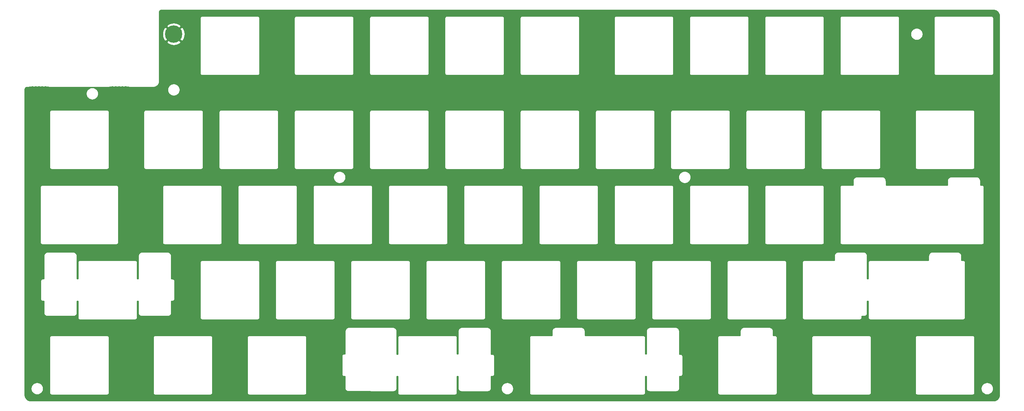
<source format=gbl>
G04 #@! TF.GenerationSoftware,KiCad,Pcbnew,(5.1.9-0-10_14)*
G04 #@! TF.CreationDate,2021-12-01T15:45:57+09:00*
G04 #@! TF.ProjectId,slim_top_plate,736c696d-5f74-46f7-905f-706c6174652e,rev?*
G04 #@! TF.SameCoordinates,PX136f960PY1ca38b0*
G04 #@! TF.FileFunction,Copper,L2,Bot*
G04 #@! TF.FilePolarity,Positive*
%FSLAX46Y46*%
G04 Gerber Fmt 4.6, Leading zero omitted, Abs format (unit mm)*
G04 Created by KiCad (PCBNEW (5.1.9-0-10_14)) date 2021-12-01 15:45:57*
%MOMM*%
%LPD*%
G01*
G04 APERTURE LIST*
G04 #@! TA.AperFunction,ComponentPad*
%ADD10C,4.400000*%
G04 #@! TD*
G04 #@! TA.AperFunction,Conductor*
%ADD11C,0.254000*%
G04 #@! TD*
G04 #@! TA.AperFunction,Conductor*
%ADD12C,0.100000*%
G04 #@! TD*
G04 APERTURE END LIST*
D10*
X47400000Y-11760000D03*
D11*
X254939093Y-5685843D02*
X255014364Y-5691567D01*
X255088409Y-5700976D01*
X255161133Y-5713963D01*
X255232509Y-5730436D01*
X255302500Y-5750311D01*
X255371026Y-5773498D01*
X255438003Y-5799906D01*
X255503393Y-5829469D01*
X255567069Y-5862081D01*
X255628982Y-5897680D01*
X255688981Y-5936146D01*
X255747027Y-5977422D01*
X255802986Y-6021397D01*
X255856732Y-6067953D01*
X255908206Y-6117030D01*
X255957277Y-6168498D01*
X256003842Y-6222255D01*
X256047807Y-6278200D01*
X256089089Y-6336252D01*
X256127558Y-6396259D01*
X256163150Y-6458160D01*
X256195772Y-6521856D01*
X256225329Y-6587233D01*
X256251739Y-6654216D01*
X256274924Y-6722737D01*
X256294796Y-6792714D01*
X256311275Y-6864115D01*
X256324259Y-6936823D01*
X256333668Y-7010872D01*
X256339393Y-7086162D01*
X256341496Y-7169296D01*
X256341496Y-103168685D01*
X256339393Y-103251818D01*
X256333668Y-103327108D01*
X256324259Y-103401153D01*
X256311273Y-103473873D01*
X256294798Y-103545259D01*
X256274924Y-103615243D01*
X256251739Y-103683764D01*
X256225329Y-103750747D01*
X256195770Y-103816130D01*
X256163153Y-103879814D01*
X256127557Y-103941721D01*
X256089080Y-104001740D01*
X256047802Y-104059787D01*
X256003842Y-104115725D01*
X255957277Y-104169482D01*
X255908206Y-104220950D01*
X255856738Y-104270021D01*
X255802982Y-104316585D01*
X255747023Y-104360561D01*
X255688989Y-104401828D01*
X255628977Y-104440301D01*
X255567069Y-104475898D01*
X255503393Y-104508510D01*
X255438003Y-104538073D01*
X255371026Y-104564481D01*
X255302500Y-104587668D01*
X255232509Y-104607543D01*
X255161133Y-104624016D01*
X255088409Y-104637003D01*
X255014364Y-104646412D01*
X254939074Y-104652137D01*
X254855941Y-104654240D01*
X11219073Y-104654240D01*
X11135937Y-104652137D01*
X11060644Y-104646412D01*
X10986590Y-104637002D01*
X10913878Y-104624017D01*
X10842487Y-104607541D01*
X10772517Y-104587672D01*
X10703983Y-104564484D01*
X10636985Y-104538067D01*
X10571618Y-104508515D01*
X10507917Y-104475890D01*
X10446026Y-104440304D01*
X10386009Y-104401828D01*
X10327960Y-104360549D01*
X10272025Y-104316593D01*
X10218247Y-104270010D01*
X10166791Y-104220950D01*
X10117711Y-104169472D01*
X10071152Y-104115723D01*
X10027180Y-104059768D01*
X9985904Y-104001722D01*
X9947437Y-103941719D01*
X9911840Y-103879809D01*
X9879224Y-103816128D01*
X9849668Y-103750750D01*
X9823249Y-103683745D01*
X9800069Y-103615239D01*
X9780193Y-103545247D01*
X9763718Y-103473862D01*
X9750732Y-103401143D01*
X9741323Y-103327092D01*
X9735599Y-103251819D01*
X9733496Y-103168632D01*
X9733496Y-101588606D01*
X11248858Y-101588606D01*
X11249174Y-101595873D01*
X11254594Y-101703228D01*
X11257946Y-101725683D01*
X11258848Y-101748362D01*
X11259895Y-101755561D01*
X11275805Y-101859816D01*
X11281354Y-101881621D01*
X11284492Y-101903895D01*
X11286254Y-101910953D01*
X11312127Y-102011579D01*
X11319737Y-102032465D01*
X11325001Y-102054055D01*
X11327453Y-102060904D01*
X11362760Y-102157374D01*
X11372276Y-102177146D01*
X11379532Y-102197840D01*
X11382643Y-102204415D01*
X11426856Y-102296200D01*
X11438117Y-102314706D01*
X11447230Y-102334357D01*
X11450963Y-102340600D01*
X11503556Y-102427171D01*
X11516424Y-102444323D01*
X11527269Y-102462816D01*
X11531584Y-102468672D01*
X11592029Y-102549505D01*
X11606387Y-102565236D01*
X11618863Y-102582492D01*
X11623718Y-102587910D01*
X11691486Y-102662474D01*
X11707242Y-102676728D01*
X11721277Y-102692685D01*
X11726626Y-102697615D01*
X11801190Y-102765384D01*
X11818274Y-102778102D01*
X11833800Y-102792677D01*
X11839594Y-102797074D01*
X11920426Y-102857519D01*
X11938768Y-102868623D01*
X11955738Y-102881729D01*
X11961929Y-102885549D01*
X12048501Y-102938143D01*
X12068021Y-102947529D01*
X12086367Y-102959047D01*
X12092898Y-102962249D01*
X12184684Y-103006465D01*
X12205281Y-103014011D01*
X12224914Y-103023801D01*
X12231727Y-103026349D01*
X12328197Y-103061657D01*
X12349720Y-103067224D01*
X12370492Y-103075123D01*
X12377524Y-103076984D01*
X12478152Y-103102858D01*
X12500387Y-103106308D01*
X12522110Y-103112160D01*
X12529293Y-103113308D01*
X12633549Y-103129219D01*
X12656216Y-103130437D01*
X12678610Y-103134101D01*
X12685872Y-103134519D01*
X12793233Y-103139941D01*
X12815889Y-103138869D01*
X12838523Y-103140257D01*
X12845791Y-103139941D01*
X12953146Y-103134519D01*
X12975601Y-103131167D01*
X12998270Y-103130265D01*
X13005469Y-103129218D01*
X13109724Y-103113308D01*
X13131538Y-103107757D01*
X13153808Y-103104619D01*
X13160865Y-103102857D01*
X13261491Y-103076983D01*
X13282373Y-103069374D01*
X13303968Y-103064109D01*
X13310816Y-103061657D01*
X13407286Y-103026349D01*
X13427058Y-103016832D01*
X13447756Y-103009575D01*
X13454331Y-103006464D01*
X13546116Y-102962248D01*
X13564621Y-102950988D01*
X13584268Y-102941876D01*
X13590511Y-102938143D01*
X13677084Y-102885549D01*
X13694236Y-102872681D01*
X13712727Y-102861837D01*
X13718583Y-102857521D01*
X13799416Y-102797076D01*
X13815150Y-102782715D01*
X13832403Y-102770241D01*
X13837820Y-102765386D01*
X13912385Y-102697617D01*
X13926641Y-102681859D01*
X13942595Y-102667826D01*
X13947525Y-102662477D01*
X13958879Y-102649984D01*
X15978993Y-102649984D01*
X15983779Y-102698797D01*
X15988221Y-102747610D01*
X15988737Y-102749363D01*
X15988915Y-102751180D01*
X16003074Y-102798075D01*
X16016930Y-102845154D01*
X16017778Y-102846775D01*
X16018305Y-102848522D01*
X16041323Y-102891812D01*
X16064039Y-102935264D01*
X16065182Y-102936686D01*
X16066041Y-102938301D01*
X16097022Y-102976287D01*
X16127752Y-103014509D01*
X16129154Y-103015685D01*
X16130306Y-103017098D01*
X16168076Y-103048345D01*
X16205644Y-103079869D01*
X16207242Y-103080748D01*
X16208652Y-103081914D01*
X16251814Y-103105251D01*
X16294748Y-103128855D01*
X16296490Y-103129408D01*
X16298096Y-103130276D01*
X16344946Y-103144778D01*
X16391670Y-103159600D01*
X16393484Y-103159803D01*
X16395230Y-103160344D01*
X16444006Y-103165470D01*
X16492718Y-103170934D01*
X16496228Y-103170959D01*
X16496355Y-103170972D01*
X16496483Y-103170960D01*
X16499992Y-103170985D01*
X30499977Y-103171007D01*
X30548790Y-103166221D01*
X30597603Y-103161779D01*
X30599356Y-103161263D01*
X30601173Y-103161085D01*
X30648068Y-103146926D01*
X30695147Y-103133070D01*
X30696768Y-103132222D01*
X30698515Y-103131695D01*
X30741805Y-103108677D01*
X30785257Y-103085961D01*
X30786679Y-103084818D01*
X30788294Y-103083959D01*
X30826280Y-103052978D01*
X30864502Y-103022248D01*
X30865678Y-103020846D01*
X30867091Y-103019694D01*
X30898338Y-102981924D01*
X30929862Y-102944356D01*
X30930741Y-102942758D01*
X30931907Y-102941348D01*
X30955244Y-102898186D01*
X30978848Y-102855252D01*
X30979401Y-102853510D01*
X30980269Y-102851904D01*
X30994771Y-102805054D01*
X31009593Y-102758330D01*
X31009796Y-102756516D01*
X31010337Y-102754770D01*
X31015463Y-102705994D01*
X31020927Y-102657282D01*
X31020952Y-102653772D01*
X31020965Y-102653645D01*
X31020953Y-102653517D01*
X31020978Y-102650008D01*
X31021000Y-88650001D01*
X31021000Y-88650000D01*
X42172743Y-88650000D01*
X42172743Y-102649985D01*
X42177530Y-102698811D01*
X42181971Y-102747610D01*
X42182487Y-102749362D01*
X42182665Y-102751181D01*
X42196835Y-102798115D01*
X42210680Y-102845154D01*
X42211527Y-102846774D01*
X42212055Y-102848523D01*
X42235089Y-102891844D01*
X42257789Y-102935264D01*
X42258931Y-102936684D01*
X42259791Y-102938302D01*
X42290795Y-102976316D01*
X42321502Y-103014509D01*
X42322904Y-103015686D01*
X42324057Y-103017099D01*
X42361800Y-103048323D01*
X42399394Y-103079869D01*
X42400995Y-103080749D01*
X42402403Y-103081914D01*
X42445504Y-103105219D01*
X42488498Y-103128855D01*
X42490242Y-103129408D01*
X42491847Y-103130276D01*
X42538655Y-103144766D01*
X42585420Y-103159600D01*
X42587235Y-103159804D01*
X42588981Y-103160344D01*
X42637741Y-103165469D01*
X42686468Y-103170934D01*
X42689979Y-103170959D01*
X42690106Y-103170972D01*
X42690233Y-103170960D01*
X42693742Y-103170985D01*
X56693727Y-103171007D01*
X56742540Y-103166221D01*
X56791353Y-103161779D01*
X56793106Y-103161263D01*
X56794923Y-103161085D01*
X56841818Y-103146926D01*
X56888897Y-103133070D01*
X56890518Y-103132222D01*
X56892265Y-103131695D01*
X56935555Y-103108677D01*
X56979007Y-103085961D01*
X56980429Y-103084818D01*
X56982044Y-103083959D01*
X57020030Y-103052978D01*
X57058252Y-103022248D01*
X57059428Y-103020846D01*
X57060841Y-103019694D01*
X57092088Y-102981924D01*
X57123612Y-102944356D01*
X57124491Y-102942758D01*
X57125657Y-102941348D01*
X57148994Y-102898186D01*
X57172598Y-102855252D01*
X57173151Y-102853510D01*
X57174019Y-102851904D01*
X57188521Y-102805054D01*
X57203343Y-102758330D01*
X57203546Y-102756516D01*
X57204087Y-102754770D01*
X57209213Y-102705994D01*
X57214677Y-102657282D01*
X57214702Y-102653772D01*
X57214715Y-102653645D01*
X57214703Y-102653517D01*
X57214728Y-102650008D01*
X57214750Y-88650001D01*
X57214750Y-88650000D01*
X65985243Y-88650000D01*
X65985243Y-102649985D01*
X65990030Y-102698811D01*
X65994471Y-102747610D01*
X65994987Y-102749362D01*
X65995165Y-102751181D01*
X66009335Y-102798115D01*
X66023180Y-102845154D01*
X66024027Y-102846774D01*
X66024555Y-102848523D01*
X66047589Y-102891844D01*
X66070289Y-102935264D01*
X66071431Y-102936684D01*
X66072291Y-102938302D01*
X66103295Y-102976316D01*
X66134002Y-103014509D01*
X66135404Y-103015686D01*
X66136557Y-103017099D01*
X66174300Y-103048323D01*
X66211894Y-103079869D01*
X66213495Y-103080749D01*
X66214903Y-103081914D01*
X66258004Y-103105219D01*
X66300998Y-103128855D01*
X66302742Y-103129408D01*
X66304347Y-103130276D01*
X66351155Y-103144766D01*
X66397920Y-103159600D01*
X66399735Y-103159804D01*
X66401481Y-103160344D01*
X66450241Y-103165469D01*
X66498968Y-103170934D01*
X66502479Y-103170959D01*
X66502606Y-103170972D01*
X66502733Y-103170960D01*
X66506242Y-103170985D01*
X80506227Y-103171007D01*
X80555040Y-103166221D01*
X80603853Y-103161779D01*
X80605606Y-103161263D01*
X80607423Y-103161085D01*
X80654318Y-103146926D01*
X80701397Y-103133070D01*
X80703018Y-103132222D01*
X80704765Y-103131695D01*
X80748055Y-103108677D01*
X80791507Y-103085961D01*
X80792929Y-103084818D01*
X80794544Y-103083959D01*
X80832530Y-103052978D01*
X80870752Y-103022248D01*
X80871928Y-103020846D01*
X80873341Y-103019694D01*
X80904588Y-102981924D01*
X80936112Y-102944356D01*
X80936991Y-102942758D01*
X80938157Y-102941348D01*
X80961494Y-102898186D01*
X80985098Y-102855252D01*
X80985651Y-102853510D01*
X80986519Y-102851904D01*
X81001021Y-102805054D01*
X81015843Y-102758330D01*
X81016046Y-102756516D01*
X81016587Y-102754770D01*
X81021713Y-102705994D01*
X81027177Y-102657282D01*
X81027202Y-102653772D01*
X81027215Y-102653645D01*
X81027203Y-102653517D01*
X81027228Y-102650008D01*
X81027242Y-93333392D01*
X89921896Y-93333392D01*
X89921896Y-97944523D01*
X89926682Y-97993336D01*
X89931124Y-98042149D01*
X89931640Y-98043902D01*
X89931818Y-98045719D01*
X89945977Y-98092614D01*
X89959833Y-98139693D01*
X89960681Y-98141314D01*
X89961208Y-98143061D01*
X89984226Y-98186351D01*
X90006942Y-98229803D01*
X90008085Y-98231225D01*
X90008944Y-98232840D01*
X90039928Y-98270829D01*
X90070656Y-98309048D01*
X90072058Y-98310224D01*
X90073210Y-98311637D01*
X90110983Y-98342886D01*
X90148548Y-98374407D01*
X90150146Y-98375286D01*
X90151556Y-98376452D01*
X90194718Y-98399789D01*
X90237652Y-98423393D01*
X90239394Y-98423946D01*
X90241000Y-98424814D01*
X90287850Y-98439316D01*
X90334574Y-98454138D01*
X90336388Y-98454341D01*
X90338134Y-98454882D01*
X90386910Y-98460008D01*
X90435622Y-98465472D01*
X90439132Y-98465497D01*
X90439259Y-98465510D01*
X90439387Y-98465498D01*
X90442896Y-98465523D01*
X90757264Y-98465523D01*
X90757245Y-101529874D01*
X90761950Y-101577871D01*
X90766159Y-101625839D01*
X90767155Y-101630960D01*
X90767166Y-101631070D01*
X90767196Y-101631169D01*
X90767548Y-101632979D01*
X90787193Y-101730287D01*
X90801237Y-101776182D01*
X90814780Y-101822239D01*
X90816107Y-101824778D01*
X90816945Y-101827518D01*
X90839626Y-101869793D01*
X90861867Y-101912361D01*
X90864975Y-101917041D01*
X90865017Y-101917119D01*
X90865069Y-101917182D01*
X90865891Y-101918420D01*
X90919465Y-101997888D01*
X90948456Y-102032950D01*
X90976736Y-102068620D01*
X90980831Y-102072104D01*
X90984260Y-102076251D01*
X91019529Y-102105029D01*
X91054180Y-102134511D01*
X91060182Y-102138621D01*
X91139642Y-102192201D01*
X91181858Y-102215020D01*
X91223875Y-102238326D01*
X91226585Y-102239197D01*
X91229092Y-102240552D01*
X91274969Y-102254746D01*
X91320680Y-102269436D01*
X91326148Y-102270580D01*
X91326231Y-102270606D01*
X91326311Y-102270614D01*
X91327800Y-102270926D01*
X91425106Y-102290575D01*
X91472793Y-102295433D01*
X91520398Y-102300824D01*
X91526174Y-102300871D01*
X91526264Y-102300880D01*
X91526346Y-102300872D01*
X91527671Y-102300883D01*
X103076192Y-102313264D01*
X103124470Y-102308582D01*
X103172723Y-102304348D01*
X103177274Y-102303462D01*
X103177398Y-102303450D01*
X103177512Y-102303416D01*
X103179863Y-102302958D01*
X103277180Y-102283309D01*
X103323095Y-102269259D01*
X103369153Y-102255712D01*
X103371679Y-102254392D01*
X103374411Y-102253556D01*
X103416727Y-102230851D01*
X103459272Y-102208619D01*
X103463928Y-102205526D01*
X103464010Y-102205482D01*
X103464076Y-102205427D01*
X103465331Y-102204594D01*
X103544798Y-102151014D01*
X103579864Y-102122015D01*
X103615535Y-102093729D01*
X103619017Y-102089636D01*
X103623156Y-102086213D01*
X103651915Y-102050963D01*
X103681419Y-102016280D01*
X103685528Y-102010277D01*
X103739104Y-101930809D01*
X103761919Y-101888590D01*
X103785209Y-101846599D01*
X103786085Y-101843874D01*
X103787446Y-101841355D01*
X103801632Y-101795489D01*
X103816316Y-101749793D01*
X103817466Y-101744296D01*
X103817492Y-101744213D01*
X103817500Y-101744134D01*
X103817806Y-101742673D01*
X103837451Y-101645365D01*
X103842336Y-101597398D01*
X103847705Y-101549535D01*
X103847742Y-101544319D01*
X103847753Y-101544207D01*
X103847743Y-101544102D01*
X103847756Y-101542261D01*
X103847775Y-98475363D01*
X104071269Y-98475363D01*
X104071269Y-102649748D01*
X104076055Y-102698561D01*
X104080497Y-102747374D01*
X104081013Y-102749127D01*
X104081191Y-102750944D01*
X104095350Y-102797839D01*
X104109206Y-102844918D01*
X104110054Y-102846539D01*
X104110581Y-102848286D01*
X104133599Y-102891576D01*
X104156315Y-102935028D01*
X104157458Y-102936450D01*
X104158317Y-102938065D01*
X104189301Y-102976054D01*
X104220029Y-103014273D01*
X104221431Y-103015449D01*
X104222583Y-103016862D01*
X104260356Y-103048111D01*
X104297921Y-103079632D01*
X104299519Y-103080511D01*
X104300929Y-103081677D01*
X104344091Y-103105014D01*
X104387025Y-103128618D01*
X104388767Y-103129171D01*
X104390373Y-103130039D01*
X104437223Y-103144541D01*
X104483947Y-103159363D01*
X104485761Y-103159566D01*
X104487507Y-103160107D01*
X104536283Y-103165233D01*
X104584995Y-103170697D01*
X104588505Y-103170722D01*
X104588632Y-103170735D01*
X104588760Y-103170723D01*
X104592269Y-103170748D01*
X118592254Y-103170748D01*
X118641067Y-103165962D01*
X118689880Y-103161520D01*
X118691633Y-103161004D01*
X118693450Y-103160826D01*
X118740345Y-103146667D01*
X118787424Y-103132811D01*
X118789045Y-103131963D01*
X118790792Y-103131436D01*
X118834082Y-103108418D01*
X118877534Y-103085702D01*
X118878956Y-103084559D01*
X118880571Y-103083700D01*
X118918560Y-103052716D01*
X118956779Y-103021988D01*
X118957955Y-103020586D01*
X118959368Y-103019434D01*
X118990617Y-102981661D01*
X119022138Y-102944096D01*
X119023017Y-102942498D01*
X119024183Y-102941088D01*
X119047520Y-102897926D01*
X119071124Y-102854992D01*
X119071677Y-102853250D01*
X119072545Y-102851644D01*
X119087047Y-102804794D01*
X119101869Y-102758070D01*
X119102072Y-102756256D01*
X119102613Y-102754510D01*
X119107739Y-102705734D01*
X119113203Y-102657022D01*
X119113228Y-102653512D01*
X119113241Y-102653385D01*
X119113229Y-102653257D01*
X119113254Y-102649748D01*
X119113254Y-98477882D01*
X119359655Y-98477882D01*
X119359655Y-101542236D01*
X119364359Y-101590212D01*
X119368569Y-101638198D01*
X119369567Y-101643326D01*
X119369577Y-101643432D01*
X119369606Y-101643527D01*
X119369958Y-101645338D01*
X119389603Y-101742646D01*
X119403656Y-101788571D01*
X119417189Y-101834595D01*
X119418516Y-101837134D01*
X119419355Y-101839877D01*
X119442058Y-101882193D01*
X119464276Y-101924717D01*
X119467383Y-101929396D01*
X119467427Y-101929478D01*
X119467481Y-101929544D01*
X119468300Y-101930777D01*
X119521874Y-102010246D01*
X119550861Y-102045304D01*
X119579146Y-102080980D01*
X119583240Y-102084464D01*
X119586668Y-102088609D01*
X119621941Y-102117391D01*
X119656590Y-102146871D01*
X119662592Y-102150981D01*
X119742052Y-102204561D01*
X119784268Y-102227380D01*
X119826285Y-102250686D01*
X119828995Y-102251557D01*
X119831502Y-102252912D01*
X119877379Y-102267106D01*
X119923090Y-102281796D01*
X119928558Y-102282940D01*
X119928641Y-102282966D01*
X119928721Y-102282974D01*
X119930210Y-102283286D01*
X120027516Y-102302935D01*
X120075479Y-102307821D01*
X120123364Y-102313192D01*
X120128560Y-102313228D01*
X120128674Y-102313240D01*
X120128780Y-102313230D01*
X120130638Y-102313243D01*
X126955587Y-102313264D01*
X127003554Y-102308561D01*
X127051562Y-102304348D01*
X127056675Y-102303353D01*
X127056783Y-102303342D01*
X127056880Y-102303313D01*
X127058702Y-102302958D01*
X127156019Y-102283309D01*
X127201924Y-102269262D01*
X127247989Y-102255713D01*
X127250515Y-102254393D01*
X127253250Y-102253556D01*
X127295607Y-102230830D01*
X127338108Y-102208620D01*
X127342769Y-102205525D01*
X127342849Y-102205482D01*
X127342913Y-102205429D01*
X127344168Y-102204596D01*
X127423636Y-102151015D01*
X127458698Y-102122020D01*
X127494375Y-102093729D01*
X127497856Y-102089637D01*
X127501994Y-102086215D01*
X127530766Y-102050951D01*
X127560259Y-102016280D01*
X127564368Y-102010277D01*
X127617944Y-101930809D01*
X127640759Y-101888590D01*
X127664049Y-101846599D01*
X127664925Y-101843874D01*
X127666286Y-101841355D01*
X127680472Y-101795489D01*
X127695156Y-101749793D01*
X127696306Y-101744296D01*
X127696332Y-101744213D01*
X127696340Y-101744134D01*
X127696646Y-101742673D01*
X127716291Y-101645365D01*
X127721175Y-101597412D01*
X127722162Y-101588611D01*
X130239678Y-101588611D01*
X130239994Y-101595878D01*
X130245415Y-101703233D01*
X130248767Y-101725688D01*
X130249669Y-101748362D01*
X130250716Y-101755561D01*
X130266626Y-101859816D01*
X130272177Y-101881630D01*
X130275315Y-101903900D01*
X130277077Y-101910957D01*
X130302951Y-102011583D01*
X130310560Y-102032465D01*
X130315825Y-102054060D01*
X130318277Y-102060908D01*
X130353585Y-102157378D01*
X130363102Y-102177150D01*
X130370359Y-102197848D01*
X130373470Y-102204423D01*
X130417686Y-102296208D01*
X130428946Y-102314713D01*
X130438058Y-102334360D01*
X130441791Y-102340603D01*
X130494385Y-102427176D01*
X130507253Y-102444328D01*
X130518097Y-102462819D01*
X130522413Y-102468675D01*
X130582858Y-102549508D01*
X130597219Y-102565242D01*
X130609693Y-102582495D01*
X130614548Y-102587912D01*
X130682317Y-102662477D01*
X130698075Y-102676733D01*
X130712108Y-102692687D01*
X130717457Y-102697617D01*
X130792022Y-102765386D01*
X130809104Y-102778103D01*
X130824631Y-102792678D01*
X130830426Y-102797075D01*
X130911259Y-102857521D01*
X130929598Y-102868623D01*
X130946568Y-102881729D01*
X130952759Y-102885549D01*
X131039331Y-102938143D01*
X131058849Y-102947528D01*
X131077195Y-102959046D01*
X131083726Y-102962248D01*
X131175511Y-103006464D01*
X131196109Y-103014011D01*
X131215743Y-103023801D01*
X131222556Y-103026349D01*
X131319026Y-103061657D01*
X131340542Y-103067223D01*
X131361318Y-103075123D01*
X131368351Y-103076983D01*
X131468976Y-103102857D01*
X131491209Y-103106307D01*
X131512935Y-103112160D01*
X131520118Y-103113307D01*
X131624373Y-103129218D01*
X131647034Y-103130436D01*
X131669434Y-103134101D01*
X131676696Y-103134519D01*
X131784053Y-103139941D01*
X131806710Y-103138869D01*
X131829344Y-103140257D01*
X131836612Y-103139941D01*
X131943967Y-103134519D01*
X131966422Y-103131167D01*
X131989091Y-103130265D01*
X131996290Y-103129218D01*
X132100545Y-103113308D01*
X132122359Y-103107757D01*
X132144629Y-103104619D01*
X132151686Y-103102857D01*
X132252312Y-103076983D01*
X132273194Y-103069374D01*
X132294789Y-103064109D01*
X132301637Y-103061657D01*
X132398107Y-103026349D01*
X132417879Y-103016832D01*
X132438577Y-103009575D01*
X132445152Y-103006464D01*
X132536937Y-102962248D01*
X132555442Y-102950988D01*
X132575089Y-102941876D01*
X132581332Y-102938143D01*
X132667905Y-102885549D01*
X132685057Y-102872681D01*
X132703548Y-102861837D01*
X132709404Y-102857521D01*
X132790237Y-102797076D01*
X132805971Y-102782715D01*
X132823224Y-102770241D01*
X132828641Y-102765386D01*
X132903206Y-102697617D01*
X132917462Y-102681859D01*
X132933416Y-102667826D01*
X132938346Y-102662477D01*
X132949817Y-102649855D01*
X137422743Y-102649855D01*
X137427519Y-102698566D01*
X137431940Y-102747319D01*
X137432479Y-102749152D01*
X137432665Y-102751051D01*
X137446794Y-102797848D01*
X137460618Y-102844872D01*
X137461504Y-102846568D01*
X137462055Y-102848393D01*
X137485007Y-102891560D01*
X137507698Y-102934997D01*
X137508895Y-102936487D01*
X137509791Y-102938172D01*
X137540714Y-102976087D01*
X137571387Y-103014262D01*
X137572850Y-103015491D01*
X137574056Y-103016969D01*
X137611817Y-103048209D01*
X137649258Y-103079646D01*
X137650925Y-103080563D01*
X137652402Y-103081785D01*
X137695520Y-103105099D01*
X137738346Y-103128661D01*
X137740167Y-103129239D01*
X137741846Y-103130147D01*
X137788640Y-103144632D01*
X137835258Y-103159436D01*
X137837152Y-103159649D01*
X137838980Y-103160215D01*
X137887690Y-103165334D01*
X137936303Y-103170803D01*
X137939979Y-103170830D01*
X137940105Y-103170843D01*
X137940230Y-103170832D01*
X137943577Y-103170856D01*
X166232461Y-103179878D01*
X166281337Y-103175101D01*
X166330254Y-103170650D01*
X166331928Y-103170157D01*
X166333661Y-103169988D01*
X166380593Y-103155834D01*
X166427798Y-103141941D01*
X166429347Y-103141131D01*
X166431012Y-103140629D01*
X166474339Y-103117609D01*
X166517908Y-103094832D01*
X166519266Y-103093740D01*
X166520806Y-103092922D01*
X166558845Y-103061918D01*
X166597153Y-103031118D01*
X166598276Y-103029780D01*
X166599624Y-103028681D01*
X166630938Y-102990854D01*
X166662512Y-102953226D01*
X166663350Y-102951702D01*
X166664464Y-102950356D01*
X166687837Y-102907160D01*
X166711498Y-102864122D01*
X166712026Y-102862457D01*
X166712854Y-102860927D01*
X166727372Y-102814080D01*
X166742243Y-102767200D01*
X166742437Y-102765467D01*
X166742953Y-102763803D01*
X166748093Y-102715046D01*
X166753577Y-102666152D01*
X166753601Y-102662800D01*
X166753613Y-102662681D01*
X166753602Y-102662562D01*
X166753628Y-102658878D01*
X166753628Y-98477882D01*
X167000029Y-98477882D01*
X167000029Y-101542236D01*
X167004733Y-101590212D01*
X167008943Y-101638198D01*
X167009941Y-101643326D01*
X167009951Y-101643432D01*
X167009980Y-101643527D01*
X167010332Y-101645338D01*
X167029977Y-101742646D01*
X167044030Y-101788571D01*
X167057563Y-101834595D01*
X167058890Y-101837134D01*
X167059729Y-101839877D01*
X167082432Y-101882193D01*
X167104650Y-101924717D01*
X167107757Y-101929396D01*
X167107801Y-101929478D01*
X167107855Y-101929544D01*
X167108674Y-101930777D01*
X167162248Y-102010246D01*
X167191235Y-102045304D01*
X167219520Y-102080980D01*
X167223614Y-102084464D01*
X167227042Y-102088609D01*
X167262315Y-102117391D01*
X167296964Y-102146871D01*
X167302966Y-102150981D01*
X167382426Y-102204561D01*
X167424642Y-102227380D01*
X167466659Y-102250686D01*
X167469369Y-102251557D01*
X167471876Y-102252912D01*
X167517753Y-102267106D01*
X167563464Y-102281796D01*
X167568932Y-102282940D01*
X167569015Y-102282966D01*
X167569095Y-102282974D01*
X167570584Y-102283286D01*
X167667890Y-102302935D01*
X167715853Y-102307821D01*
X167763738Y-102313192D01*
X167768934Y-102313228D01*
X167769048Y-102313240D01*
X167769154Y-102313230D01*
X167771012Y-102313243D01*
X174595961Y-102313264D01*
X174643928Y-102308561D01*
X174691936Y-102304348D01*
X174697049Y-102303353D01*
X174697157Y-102303342D01*
X174697254Y-102303313D01*
X174699076Y-102302958D01*
X174796393Y-102283309D01*
X174842308Y-102269259D01*
X174888366Y-102255712D01*
X174890892Y-102254392D01*
X174893624Y-102253556D01*
X174935940Y-102230851D01*
X174978485Y-102208619D01*
X174983141Y-102205526D01*
X174983223Y-102205482D01*
X174983289Y-102205427D01*
X174984544Y-102204594D01*
X175064011Y-102151014D01*
X175099077Y-102122015D01*
X175134748Y-102093729D01*
X175138230Y-102089636D01*
X175142369Y-102086213D01*
X175171128Y-102050963D01*
X175200632Y-102016280D01*
X175204741Y-102010277D01*
X175258317Y-101930809D01*
X175281132Y-101888590D01*
X175304422Y-101846599D01*
X175305298Y-101843874D01*
X175306659Y-101841355D01*
X175320845Y-101795489D01*
X175335529Y-101749793D01*
X175336679Y-101744296D01*
X175336705Y-101744213D01*
X175336713Y-101744134D01*
X175337019Y-101742673D01*
X175356664Y-101645365D01*
X175361548Y-101597412D01*
X175366918Y-101549532D01*
X175366955Y-101544319D01*
X175366966Y-101544207D01*
X175366956Y-101544102D01*
X175366969Y-101542258D01*
X175366969Y-98475363D01*
X175681319Y-98475363D01*
X175730158Y-98470574D01*
X175778943Y-98466135D01*
X175780695Y-98465619D01*
X175782515Y-98465441D01*
X175829419Y-98451279D01*
X175876487Y-98437427D01*
X175878110Y-98436578D01*
X175879857Y-98436051D01*
X175923152Y-98413031D01*
X175966597Y-98390318D01*
X175968019Y-98389175D01*
X175969636Y-98388315D01*
X176007633Y-98357325D01*
X176045842Y-98326605D01*
X176047019Y-98325202D01*
X176048433Y-98324049D01*
X176079668Y-98286293D01*
X176111202Y-98248713D01*
X176112082Y-98247113D01*
X176113248Y-98245703D01*
X176136580Y-98202552D01*
X176160188Y-98159609D01*
X176160741Y-98157867D01*
X176161610Y-98156259D01*
X176176127Y-98109361D01*
X176190933Y-98062687D01*
X176191136Y-98060875D01*
X176191678Y-98059125D01*
X176196808Y-98010312D01*
X176202268Y-97961639D01*
X176202293Y-97958127D01*
X176202306Y-97958000D01*
X176202294Y-97957873D01*
X176202319Y-97954365D01*
X176202341Y-93363366D01*
X176197558Y-93314579D01*
X176193113Y-93265738D01*
X176192597Y-93263984D01*
X176192419Y-93262170D01*
X176178265Y-93215289D01*
X176164404Y-93168194D01*
X176163557Y-93166574D01*
X176163030Y-93164828D01*
X176140015Y-93121543D01*
X176117295Y-93078084D01*
X176116152Y-93076662D01*
X176115294Y-93075049D01*
X176084320Y-93037070D01*
X176053581Y-92998839D01*
X176052180Y-92997664D01*
X176051029Y-92996252D01*
X176013243Y-92964991D01*
X175975689Y-92933480D01*
X175974093Y-92932603D01*
X175972683Y-92931436D01*
X175929510Y-92908093D01*
X175886585Y-92884494D01*
X175884844Y-92883942D01*
X175883239Y-92883074D01*
X175836437Y-92868586D01*
X175789663Y-92853749D01*
X175787847Y-92853545D01*
X175786105Y-92853006D01*
X175737370Y-92847884D01*
X175688615Y-92842415D01*
X175685108Y-92842390D01*
X175684980Y-92842377D01*
X175684852Y-92842389D01*
X175681341Y-92842364D01*
X175366993Y-92842364D01*
X175367007Y-88649979D01*
X185047743Y-88649979D01*
X185047743Y-102649964D01*
X185052530Y-102698790D01*
X185056971Y-102747589D01*
X185057487Y-102749341D01*
X185057665Y-102751160D01*
X185071835Y-102798094D01*
X185085680Y-102845133D01*
X185086527Y-102846753D01*
X185087055Y-102848502D01*
X185110100Y-102891844D01*
X185132789Y-102935243D01*
X185133931Y-102936663D01*
X185134791Y-102938281D01*
X185165795Y-102976295D01*
X185196502Y-103014488D01*
X185197904Y-103015665D01*
X185199057Y-103017078D01*
X185236800Y-103048302D01*
X185274394Y-103079848D01*
X185275995Y-103080728D01*
X185277403Y-103081893D01*
X185320504Y-103105198D01*
X185363498Y-103128834D01*
X185365242Y-103129387D01*
X185366847Y-103130255D01*
X185413655Y-103144745D01*
X185460420Y-103159579D01*
X185462235Y-103159783D01*
X185463981Y-103160323D01*
X185512741Y-103165448D01*
X185561468Y-103170913D01*
X185564979Y-103170938D01*
X185565106Y-103170951D01*
X185565233Y-103170939D01*
X185568742Y-103170964D01*
X199568727Y-103170985D01*
X199617540Y-103166199D01*
X199666353Y-103161757D01*
X199668106Y-103161241D01*
X199669923Y-103161063D01*
X199716818Y-103146904D01*
X199763897Y-103133048D01*
X199765518Y-103132200D01*
X199767265Y-103131673D01*
X199810555Y-103108655D01*
X199854007Y-103085939D01*
X199855429Y-103084796D01*
X199857044Y-103083937D01*
X199895030Y-103052956D01*
X199933252Y-103022226D01*
X199934428Y-103020824D01*
X199935841Y-103019672D01*
X199967088Y-102981902D01*
X199998612Y-102944334D01*
X199999491Y-102942736D01*
X200000657Y-102941326D01*
X200023994Y-102898164D01*
X200047598Y-102855230D01*
X200048151Y-102853488D01*
X200049019Y-102851882D01*
X200063521Y-102805032D01*
X200078343Y-102758308D01*
X200078546Y-102756494D01*
X200079087Y-102754748D01*
X200084213Y-102705972D01*
X200089677Y-102657260D01*
X200089702Y-102653750D01*
X200089715Y-102653623D01*
X200089703Y-102653495D01*
X200089728Y-102649986D01*
X200089750Y-88650001D01*
X200089750Y-88650000D01*
X208860243Y-88650000D01*
X208860243Y-102649985D01*
X208865030Y-102698811D01*
X208869471Y-102747610D01*
X208869987Y-102749362D01*
X208870165Y-102751181D01*
X208884335Y-102798115D01*
X208898180Y-102845154D01*
X208899027Y-102846774D01*
X208899555Y-102848523D01*
X208922589Y-102891844D01*
X208945289Y-102935264D01*
X208946431Y-102936684D01*
X208947291Y-102938302D01*
X208978295Y-102976316D01*
X209009002Y-103014509D01*
X209010404Y-103015686D01*
X209011557Y-103017099D01*
X209049300Y-103048323D01*
X209086894Y-103079869D01*
X209088495Y-103080749D01*
X209089903Y-103081914D01*
X209133004Y-103105219D01*
X209175998Y-103128855D01*
X209177742Y-103129408D01*
X209179347Y-103130276D01*
X209226155Y-103144766D01*
X209272920Y-103159600D01*
X209274735Y-103159804D01*
X209276481Y-103160344D01*
X209325241Y-103165469D01*
X209373968Y-103170934D01*
X209377479Y-103170959D01*
X209377606Y-103170972D01*
X209377733Y-103170960D01*
X209381242Y-103170985D01*
X223381227Y-103171007D01*
X223430040Y-103166221D01*
X223478853Y-103161779D01*
X223480606Y-103161263D01*
X223482423Y-103161085D01*
X223529318Y-103146926D01*
X223576397Y-103133070D01*
X223578018Y-103132222D01*
X223579765Y-103131695D01*
X223623055Y-103108677D01*
X223666507Y-103085961D01*
X223667929Y-103084818D01*
X223669544Y-103083959D01*
X223707530Y-103052978D01*
X223745752Y-103022248D01*
X223746928Y-103020846D01*
X223748341Y-103019694D01*
X223779588Y-102981924D01*
X223811112Y-102944356D01*
X223811991Y-102942758D01*
X223813157Y-102941348D01*
X223836494Y-102898186D01*
X223860098Y-102855252D01*
X223860651Y-102853510D01*
X223861519Y-102851904D01*
X223876021Y-102805054D01*
X223890843Y-102758330D01*
X223891046Y-102756516D01*
X223891587Y-102754770D01*
X223896713Y-102705994D01*
X223902177Y-102657282D01*
X223902202Y-102653772D01*
X223902215Y-102653645D01*
X223902203Y-102653517D01*
X223902228Y-102650008D01*
X223902228Y-102649984D01*
X235053993Y-102649984D01*
X235058779Y-102698797D01*
X235063221Y-102747610D01*
X235063737Y-102749363D01*
X235063915Y-102751180D01*
X235078074Y-102798075D01*
X235091930Y-102845154D01*
X235092778Y-102846775D01*
X235093305Y-102848522D01*
X235116323Y-102891812D01*
X235139039Y-102935264D01*
X235140182Y-102936686D01*
X235141041Y-102938301D01*
X235172022Y-102976287D01*
X235202752Y-103014509D01*
X235204154Y-103015685D01*
X235205306Y-103017098D01*
X235243076Y-103048345D01*
X235280644Y-103079869D01*
X235282242Y-103080748D01*
X235283652Y-103081914D01*
X235326814Y-103105251D01*
X235369748Y-103128855D01*
X235371490Y-103129408D01*
X235373096Y-103130276D01*
X235419946Y-103144778D01*
X235466670Y-103159600D01*
X235468484Y-103159803D01*
X235470230Y-103160344D01*
X235519006Y-103165470D01*
X235567718Y-103170934D01*
X235571228Y-103170959D01*
X235571355Y-103170972D01*
X235571483Y-103170960D01*
X235574992Y-103170985D01*
X249574977Y-103171007D01*
X249623790Y-103166221D01*
X249672603Y-103161779D01*
X249674356Y-103161263D01*
X249676173Y-103161085D01*
X249723068Y-103146926D01*
X249770147Y-103133070D01*
X249771768Y-103132222D01*
X249773515Y-103131695D01*
X249816805Y-103108677D01*
X249860257Y-103085961D01*
X249861679Y-103084818D01*
X249863294Y-103083959D01*
X249901280Y-103052978D01*
X249939502Y-103022248D01*
X249940678Y-103020846D01*
X249942091Y-103019694D01*
X249973338Y-102981924D01*
X250004862Y-102944356D01*
X250005741Y-102942758D01*
X250006907Y-102941348D01*
X250030244Y-102898186D01*
X250053848Y-102855252D01*
X250054401Y-102853510D01*
X250055269Y-102851904D01*
X250069771Y-102805054D01*
X250084593Y-102758330D01*
X250084796Y-102756516D01*
X250085337Y-102754770D01*
X250090463Y-102705994D01*
X250095927Y-102657282D01*
X250095952Y-102653772D01*
X250095965Y-102653645D01*
X250095953Y-102653517D01*
X250095978Y-102650008D01*
X250095979Y-101588611D01*
X251688854Y-101588611D01*
X251689170Y-101595878D01*
X251694591Y-101703233D01*
X251697943Y-101725688D01*
X251698845Y-101748362D01*
X251699892Y-101755561D01*
X251715802Y-101859816D01*
X251721353Y-101881630D01*
X251724491Y-101903900D01*
X251726253Y-101910957D01*
X251752127Y-102011583D01*
X251759736Y-102032465D01*
X251765001Y-102054060D01*
X251767453Y-102060908D01*
X251802761Y-102157378D01*
X251812278Y-102177150D01*
X251819535Y-102197848D01*
X251822646Y-102204423D01*
X251866862Y-102296208D01*
X251878122Y-102314713D01*
X251887234Y-102334360D01*
X251890967Y-102340603D01*
X251943561Y-102427176D01*
X251956429Y-102444328D01*
X251967273Y-102462819D01*
X251971589Y-102468675D01*
X252032034Y-102549508D01*
X252046395Y-102565242D01*
X252058869Y-102582495D01*
X252063724Y-102587912D01*
X252131493Y-102662477D01*
X252147251Y-102676733D01*
X252161284Y-102692687D01*
X252166633Y-102697617D01*
X252241198Y-102765386D01*
X252258280Y-102778103D01*
X252273807Y-102792678D01*
X252279602Y-102797075D01*
X252360435Y-102857521D01*
X252378774Y-102868623D01*
X252395744Y-102881729D01*
X252401935Y-102885549D01*
X252488507Y-102938143D01*
X252508025Y-102947528D01*
X252526371Y-102959046D01*
X252532902Y-102962248D01*
X252624687Y-103006464D01*
X252645285Y-103014011D01*
X252664919Y-103023801D01*
X252671732Y-103026349D01*
X252768202Y-103061657D01*
X252789718Y-103067223D01*
X252810494Y-103075123D01*
X252817527Y-103076983D01*
X252918152Y-103102857D01*
X252940385Y-103106307D01*
X252962111Y-103112160D01*
X252969294Y-103113307D01*
X253073549Y-103129218D01*
X253096210Y-103130436D01*
X253118610Y-103134101D01*
X253125872Y-103134519D01*
X253233229Y-103139941D01*
X253255886Y-103138869D01*
X253278520Y-103140257D01*
X253285788Y-103139941D01*
X253393143Y-103134519D01*
X253415598Y-103131167D01*
X253438267Y-103130265D01*
X253445466Y-103129218D01*
X253549721Y-103113308D01*
X253571535Y-103107757D01*
X253593805Y-103104619D01*
X253600862Y-103102857D01*
X253701488Y-103076983D01*
X253722370Y-103069374D01*
X253743965Y-103064109D01*
X253750813Y-103061657D01*
X253847283Y-103026349D01*
X253867055Y-103016832D01*
X253887753Y-103009575D01*
X253894328Y-103006464D01*
X253986113Y-102962248D01*
X254004618Y-102950988D01*
X254024265Y-102941876D01*
X254030508Y-102938143D01*
X254117081Y-102885549D01*
X254134233Y-102872681D01*
X254152724Y-102861837D01*
X254158580Y-102857521D01*
X254239413Y-102797076D01*
X254255147Y-102782715D01*
X254272400Y-102770241D01*
X254277817Y-102765386D01*
X254352382Y-102697617D01*
X254366638Y-102681859D01*
X254382592Y-102667826D01*
X254387522Y-102662477D01*
X254455291Y-102587912D01*
X254468007Y-102570832D01*
X254482586Y-102555300D01*
X254486983Y-102549505D01*
X254547428Y-102468671D01*
X254558527Y-102450336D01*
X254571631Y-102433369D01*
X254575451Y-102427179D01*
X254628046Y-102340607D01*
X254637434Y-102321083D01*
X254648953Y-102302735D01*
X254652155Y-102296204D01*
X254696371Y-102204419D01*
X254703919Y-102183817D01*
X254713705Y-102164191D01*
X254716253Y-102157378D01*
X254751561Y-102060908D01*
X254757127Y-102039392D01*
X254765027Y-102018616D01*
X254766887Y-102011583D01*
X254792761Y-101910958D01*
X254796211Y-101888725D01*
X254802064Y-101866999D01*
X254803211Y-101859816D01*
X254819122Y-101755561D01*
X254820340Y-101732900D01*
X254824005Y-101710500D01*
X254824423Y-101703238D01*
X254829845Y-101595883D01*
X254828773Y-101573226D01*
X254830161Y-101550591D01*
X254829845Y-101543324D01*
X254824423Y-101435967D01*
X254821071Y-101413513D01*
X254820169Y-101390842D01*
X254819122Y-101383644D01*
X254803211Y-101279389D01*
X254797662Y-101257581D01*
X254794523Y-101235305D01*
X254792761Y-101228247D01*
X254766887Y-101127622D01*
X254759277Y-101106737D01*
X254754012Y-101085143D01*
X254751560Y-101078295D01*
X254716252Y-100981826D01*
X254706740Y-100962064D01*
X254699482Y-100941363D01*
X254696371Y-100934787D01*
X254652155Y-100843002D01*
X254640894Y-100824496D01*
X254631780Y-100804844D01*
X254628047Y-100798601D01*
X254575452Y-100712028D01*
X254562588Y-100694881D01*
X254551742Y-100676387D01*
X254547426Y-100670531D01*
X254486981Y-100589699D01*
X254472623Y-100573969D01*
X254460146Y-100556711D01*
X254455291Y-100551294D01*
X254387522Y-100476729D01*
X254371764Y-100462473D01*
X254357731Y-100446519D01*
X254352382Y-100441589D01*
X254277817Y-100373820D01*
X254260739Y-100361106D01*
X254245208Y-100346527D01*
X254239413Y-100342130D01*
X254158580Y-100281685D01*
X254140242Y-100270584D01*
X254123271Y-100257477D01*
X254117081Y-100253657D01*
X254030508Y-100201063D01*
X254010990Y-100191678D01*
X253992644Y-100180160D01*
X253986113Y-100176958D01*
X253894328Y-100132742D01*
X253873730Y-100125195D01*
X253854096Y-100115405D01*
X253847283Y-100112857D01*
X253750813Y-100077549D01*
X253729294Y-100071983D01*
X253708520Y-100064083D01*
X253701488Y-100062223D01*
X253600862Y-100036349D01*
X253578631Y-100032899D01*
X253556904Y-100027046D01*
X253549721Y-100025898D01*
X253445466Y-100009988D01*
X253422801Y-100008769D01*
X253400400Y-100005105D01*
X253393138Y-100004687D01*
X253285783Y-99999266D01*
X253263131Y-100000338D01*
X253240501Y-99998950D01*
X253233234Y-99999266D01*
X253125877Y-100004687D01*
X253103422Y-100008039D01*
X253080747Y-100008941D01*
X253073549Y-100009988D01*
X252969294Y-100025899D01*
X252947486Y-100031448D01*
X252925210Y-100034587D01*
X252918152Y-100036349D01*
X252817527Y-100062223D01*
X252796644Y-100069832D01*
X252775050Y-100075097D01*
X252768202Y-100077549D01*
X252671732Y-100112857D01*
X252651959Y-100122374D01*
X252631262Y-100129631D01*
X252624687Y-100132742D01*
X252532902Y-100176958D01*
X252514403Y-100188215D01*
X252494750Y-100197329D01*
X252488507Y-100201063D01*
X252401935Y-100253657D01*
X252384787Y-100266522D01*
X252366291Y-100277369D01*
X252360435Y-100281685D01*
X252279602Y-100342131D01*
X252263872Y-100356488D01*
X252246615Y-100368965D01*
X252241198Y-100373820D01*
X252166633Y-100441589D01*
X252152377Y-100457347D01*
X252136423Y-100471380D01*
X252131493Y-100476729D01*
X252063724Y-100551294D01*
X252051009Y-100568374D01*
X252036433Y-100583901D01*
X252032036Y-100589696D01*
X251971590Y-100670527D01*
X251960483Y-100688875D01*
X251947380Y-100705841D01*
X251943560Y-100712032D01*
X251890965Y-100798605D01*
X251881579Y-100818126D01*
X251870064Y-100836467D01*
X251866862Y-100842998D01*
X251822646Y-100934783D01*
X251815099Y-100955382D01*
X251805310Y-100975013D01*
X251802762Y-100981827D01*
X251767454Y-101078295D01*
X251761888Y-101099812D01*
X251753987Y-101120590D01*
X251752127Y-101127622D01*
X251726253Y-101228248D01*
X251722803Y-101250479D01*
X251716950Y-101272206D01*
X251715802Y-101279389D01*
X251699892Y-101383644D01*
X251698673Y-101406309D01*
X251695009Y-101428710D01*
X251694591Y-101435972D01*
X251689170Y-101543328D01*
X251690242Y-101565980D01*
X251688854Y-101588611D01*
X250095979Y-101588611D01*
X250096000Y-88650023D01*
X250091214Y-88601210D01*
X250086772Y-88552397D01*
X250086256Y-88550644D01*
X250086078Y-88548827D01*
X250071919Y-88501932D01*
X250058063Y-88454853D01*
X250057215Y-88453232D01*
X250056688Y-88451485D01*
X250033670Y-88408195D01*
X250010954Y-88364743D01*
X250009811Y-88363321D01*
X250008952Y-88361706D01*
X249977971Y-88323720D01*
X249947241Y-88285498D01*
X249945839Y-88284322D01*
X249944687Y-88282909D01*
X249906917Y-88251662D01*
X249869349Y-88220138D01*
X249867751Y-88219259D01*
X249866341Y-88218093D01*
X249823179Y-88194756D01*
X249780245Y-88171152D01*
X249778503Y-88170599D01*
X249776897Y-88169731D01*
X249730047Y-88155229D01*
X249683323Y-88140407D01*
X249681509Y-88140204D01*
X249679763Y-88139663D01*
X249630987Y-88134537D01*
X249582275Y-88129073D01*
X249578765Y-88129048D01*
X249578638Y-88129035D01*
X249578510Y-88129047D01*
X249575001Y-88129022D01*
X235575016Y-88129000D01*
X235526203Y-88133786D01*
X235477390Y-88138228D01*
X235475637Y-88138744D01*
X235473820Y-88138922D01*
X235426925Y-88153081D01*
X235379846Y-88166937D01*
X235378225Y-88167785D01*
X235376478Y-88168312D01*
X235333188Y-88191330D01*
X235289736Y-88214046D01*
X235288314Y-88215189D01*
X235286699Y-88216048D01*
X235248713Y-88247029D01*
X235210491Y-88277759D01*
X235209315Y-88279161D01*
X235207902Y-88280313D01*
X235176655Y-88318083D01*
X235145131Y-88355651D01*
X235144252Y-88357249D01*
X235143086Y-88358659D01*
X235119749Y-88401821D01*
X235096145Y-88444755D01*
X235095592Y-88446497D01*
X235094724Y-88448103D01*
X235080222Y-88494953D01*
X235065400Y-88541677D01*
X235065197Y-88543491D01*
X235064656Y-88545237D01*
X235059530Y-88594013D01*
X235054066Y-88642725D01*
X235054041Y-88646235D01*
X235054028Y-88646362D01*
X235054040Y-88646490D01*
X235054015Y-88649999D01*
X235053993Y-102649984D01*
X223902228Y-102649984D01*
X223902250Y-88650023D01*
X223897464Y-88601210D01*
X223893022Y-88552397D01*
X223892506Y-88550644D01*
X223892328Y-88548827D01*
X223878169Y-88501932D01*
X223864313Y-88454853D01*
X223863465Y-88453232D01*
X223862938Y-88451485D01*
X223839920Y-88408195D01*
X223817204Y-88364743D01*
X223816061Y-88363321D01*
X223815202Y-88361706D01*
X223784221Y-88323720D01*
X223753491Y-88285498D01*
X223752089Y-88284322D01*
X223750937Y-88282909D01*
X223713167Y-88251662D01*
X223675599Y-88220138D01*
X223674001Y-88219259D01*
X223672591Y-88218093D01*
X223629429Y-88194756D01*
X223586495Y-88171152D01*
X223584753Y-88170599D01*
X223583147Y-88169731D01*
X223536297Y-88155229D01*
X223489573Y-88140407D01*
X223487759Y-88140204D01*
X223486013Y-88139663D01*
X223437237Y-88134537D01*
X223388525Y-88129073D01*
X223385015Y-88129048D01*
X223384888Y-88129035D01*
X223384760Y-88129047D01*
X223381251Y-88129022D01*
X209381244Y-88129000D01*
X209332444Y-88133785D01*
X209283617Y-88138228D01*
X209281864Y-88138744D01*
X209280048Y-88138922D01*
X209233192Y-88153069D01*
X209186073Y-88166937D01*
X209184450Y-88167785D01*
X209182706Y-88168312D01*
X209139474Y-88191298D01*
X209095963Y-88214046D01*
X209094539Y-88215191D01*
X209092927Y-88216048D01*
X209054965Y-88247009D01*
X209016718Y-88277760D01*
X209015542Y-88279161D01*
X209014130Y-88280313D01*
X208982858Y-88318113D01*
X208951359Y-88355652D01*
X208950482Y-88357247D01*
X208949314Y-88358659D01*
X208925944Y-88401882D01*
X208902373Y-88444756D01*
X208901821Y-88446495D01*
X208900952Y-88448103D01*
X208886437Y-88494994D01*
X208871628Y-88541678D01*
X208871425Y-88543490D01*
X208870884Y-88545237D01*
X208865756Y-88594029D01*
X208860294Y-88642726D01*
X208860269Y-88646234D01*
X208860256Y-88646362D01*
X208860268Y-88646490D01*
X208860243Y-88650000D01*
X200089750Y-88650000D01*
X200084965Y-88601201D01*
X200080522Y-88552374D01*
X200080006Y-88550621D01*
X200079828Y-88548805D01*
X200065681Y-88501949D01*
X200051813Y-88454830D01*
X200050965Y-88453207D01*
X200050438Y-88451463D01*
X200027452Y-88408231D01*
X200004704Y-88364720D01*
X200003559Y-88363296D01*
X200002702Y-88361684D01*
X199971741Y-88323722D01*
X199940990Y-88285475D01*
X199939589Y-88284299D01*
X199938437Y-88282887D01*
X199900637Y-88251615D01*
X199863098Y-88220116D01*
X199861503Y-88219239D01*
X199860091Y-88218071D01*
X199816868Y-88194701D01*
X199773994Y-88171130D01*
X199772255Y-88170578D01*
X199770647Y-88169709D01*
X199723756Y-88155194D01*
X199677072Y-88140385D01*
X199675260Y-88140182D01*
X199673513Y-88139641D01*
X199624721Y-88134513D01*
X199576024Y-88129051D01*
X199572516Y-88129026D01*
X199572388Y-88129013D01*
X199572260Y-88129025D01*
X199568750Y-88129000D01*
X199116833Y-88129000D01*
X199116833Y-87020944D01*
X199114631Y-86998484D01*
X199114884Y-86975928D01*
X199114205Y-86968685D01*
X199104046Y-86867915D01*
X199094483Y-86820301D01*
X199085360Y-86772678D01*
X199084048Y-86768346D01*
X199084024Y-86768225D01*
X199083979Y-86768116D01*
X199083252Y-86765716D01*
X199054117Y-86671859D01*
X199035687Y-86628114D01*
X199017862Y-86584198D01*
X199014655Y-86578189D01*
X199014640Y-86578154D01*
X199014621Y-86578126D01*
X199014437Y-86577781D01*
X198968338Y-86492847D01*
X198942279Y-86454347D01*
X198916903Y-86415457D01*
X198912314Y-86409814D01*
X198851258Y-86335813D01*
X198818587Y-86303283D01*
X198786542Y-86270186D01*
X198780964Y-86265517D01*
X198706966Y-86204461D01*
X198668405Y-86178523D01*
X198630301Y-86151948D01*
X198623932Y-86148433D01*
X198539002Y-86102332D01*
X198495260Y-86083860D01*
X198451859Y-86064857D01*
X198445361Y-86062789D01*
X198445330Y-86062776D01*
X198445301Y-86062770D01*
X198444927Y-86062651D01*
X198351076Y-86033515D01*
X198303516Y-86023712D01*
X198256095Y-86013497D01*
X198251606Y-86013012D01*
X198251488Y-86012988D01*
X198251373Y-86012987D01*
X198248862Y-86012716D01*
X198148100Y-86002558D01*
X198125534Y-86002496D01*
X198103118Y-85999982D01*
X198095844Y-85999931D01*
X191770886Y-85999910D01*
X191748434Y-86002111D01*
X191725872Y-86001858D01*
X191718630Y-86002537D01*
X191617861Y-86012695D01*
X191570253Y-86022257D01*
X191522615Y-86031384D01*
X191518290Y-86032693D01*
X191518170Y-86032717D01*
X191518061Y-86032762D01*
X191515653Y-86033491D01*
X191421799Y-86062626D01*
X191378051Y-86081057D01*
X191334131Y-86098885D01*
X191328131Y-86102089D01*
X191328094Y-86102104D01*
X191328065Y-86102124D01*
X191327714Y-86102311D01*
X191242783Y-86148411D01*
X191204259Y-86174487D01*
X191165387Y-86199854D01*
X191159744Y-86204444D01*
X191085747Y-86265501D01*
X191053229Y-86298163D01*
X191020121Y-86330221D01*
X191015453Y-86335799D01*
X190954401Y-86409799D01*
X190928459Y-86448370D01*
X190901891Y-86486468D01*
X190898377Y-86492836D01*
X190852279Y-86577771D01*
X190833816Y-86621499D01*
X190814807Y-86664917D01*
X190812740Y-86671414D01*
X190812727Y-86671445D01*
X190812721Y-86671474D01*
X190812602Y-86671848D01*
X190783469Y-86765705D01*
X190773674Y-86813233D01*
X190763457Y-86860671D01*
X190762972Y-86865168D01*
X190762946Y-86865294D01*
X190762945Y-86865418D01*
X190762677Y-86867903D01*
X190752520Y-86968673D01*
X190752459Y-86991230D01*
X190749944Y-87013648D01*
X190749893Y-87020922D01*
X190749893Y-88128979D01*
X185568743Y-88128979D01*
X185519930Y-88133765D01*
X185471117Y-88138207D01*
X185469364Y-88138723D01*
X185467547Y-88138901D01*
X185420652Y-88153060D01*
X185373573Y-88166916D01*
X185371952Y-88167764D01*
X185370205Y-88168291D01*
X185326915Y-88191309D01*
X185283463Y-88214025D01*
X185282041Y-88215168D01*
X185280426Y-88216027D01*
X185242437Y-88247011D01*
X185204218Y-88277739D01*
X185203042Y-88279141D01*
X185201629Y-88280293D01*
X185170380Y-88318066D01*
X185138859Y-88355631D01*
X185137980Y-88357229D01*
X185136814Y-88358639D01*
X185113477Y-88401801D01*
X185089873Y-88444735D01*
X185089320Y-88446477D01*
X185088452Y-88448083D01*
X185073950Y-88494933D01*
X185059128Y-88541657D01*
X185058925Y-88543471D01*
X185058384Y-88545217D01*
X185053258Y-88593993D01*
X185047794Y-88642705D01*
X185047769Y-88646215D01*
X185047756Y-88646342D01*
X185047768Y-88646470D01*
X185047743Y-88649979D01*
X175367007Y-88649979D01*
X175367013Y-87027427D01*
X175364811Y-87004967D01*
X175365064Y-86982409D01*
X175364385Y-86975166D01*
X175354226Y-86874396D01*
X175344671Y-86826823D01*
X175335540Y-86779159D01*
X175334228Y-86774827D01*
X175334204Y-86774706D01*
X175334159Y-86774597D01*
X175333432Y-86772197D01*
X175304297Y-86678340D01*
X175285869Y-86634599D01*
X175268040Y-86590676D01*
X175264834Y-86584669D01*
X175264820Y-86584635D01*
X175264802Y-86584608D01*
X175264615Y-86584258D01*
X175218514Y-86499324D01*
X175192462Y-86460833D01*
X175167085Y-86421941D01*
X175162495Y-86416298D01*
X175101441Y-86342297D01*
X175068765Y-86309762D01*
X175036720Y-86276665D01*
X175031142Y-86271996D01*
X174957143Y-86210940D01*
X174918567Y-86184993D01*
X174880482Y-86158430D01*
X174874113Y-86154915D01*
X174789184Y-86108815D01*
X174745492Y-86090364D01*
X174702037Y-86071337D01*
X174695545Y-86069272D01*
X174695512Y-86069258D01*
X174695481Y-86069252D01*
X174695105Y-86069132D01*
X174601253Y-86039996D01*
X174553699Y-86030194D01*
X174506274Y-86019978D01*
X174501796Y-86019495D01*
X174501665Y-86019468D01*
X174501536Y-86019467D01*
X174499042Y-86019198D01*
X174398281Y-86009040D01*
X174375719Y-86008978D01*
X174353296Y-86006463D01*
X174346022Y-86006412D01*
X168021063Y-86006412D01*
X167998628Y-86008612D01*
X167976087Y-86008357D01*
X167968844Y-86009036D01*
X167868075Y-86019187D01*
X167820482Y-86028742D01*
X167772818Y-86037871D01*
X167768509Y-86039176D01*
X167768383Y-86039201D01*
X167768269Y-86039248D01*
X167765856Y-86039979D01*
X167672002Y-86069109D01*
X167628267Y-86087532D01*
X167584323Y-86105368D01*
X167578333Y-86108566D01*
X167578295Y-86108582D01*
X167578265Y-86108603D01*
X167577906Y-86108794D01*
X167492975Y-86154892D01*
X167454494Y-86180937D01*
X167415579Y-86206330D01*
X167409935Y-86210920D01*
X167335939Y-86271973D01*
X167303407Y-86304647D01*
X167270302Y-86336701D01*
X167265634Y-86342280D01*
X167204582Y-86416278D01*
X167178627Y-86454868D01*
X167152072Y-86492947D01*
X167148557Y-86499315D01*
X167102459Y-86584250D01*
X167083993Y-86627983D01*
X167064986Y-86671398D01*
X167062920Y-86677893D01*
X167062907Y-86677923D01*
X167062901Y-86677951D01*
X167062781Y-86678329D01*
X167033648Y-86772186D01*
X167023853Y-86819714D01*
X167013636Y-86867152D01*
X167013151Y-86871649D01*
X167013125Y-86871775D01*
X167013124Y-86871899D01*
X167012856Y-86874384D01*
X167002699Y-86975154D01*
X167002638Y-86997709D01*
X167000123Y-87020127D01*
X167000072Y-87027401D01*
X167000053Y-92824751D01*
X166753628Y-92824751D01*
X166753628Y-88658871D01*
X166748864Y-88610280D01*
X166744458Y-88561545D01*
X166743899Y-88559641D01*
X166743706Y-88557675D01*
X166729619Y-88511019D01*
X166715806Y-88463984D01*
X166714887Y-88462223D01*
X166714316Y-88460333D01*
X166691409Y-88417250D01*
X166668750Y-88373847D01*
X166667510Y-88372302D01*
X166666580Y-88370554D01*
X166635728Y-88332727D01*
X166605082Y-88294564D01*
X166603562Y-88293287D01*
X166602314Y-88291757D01*
X166564701Y-88260640D01*
X166527229Y-88229160D01*
X166525495Y-88228206D01*
X166523968Y-88226942D01*
X166480930Y-88203671D01*
X166438153Y-88180122D01*
X166436267Y-88179523D01*
X166434524Y-88178580D01*
X166387771Y-88164107D01*
X166341249Y-88149320D01*
X166339285Y-88149098D01*
X166337390Y-88148512D01*
X166288771Y-88143402D01*
X166240208Y-88137926D01*
X166236390Y-88137897D01*
X166236265Y-88137884D01*
X166236141Y-88137895D01*
X166232934Y-88137871D01*
X151488173Y-88129220D01*
X151488173Y-87027425D01*
X151485971Y-87004965D01*
X151486224Y-86982409D01*
X151485545Y-86975166D01*
X151475386Y-86874396D01*
X151465831Y-86826823D01*
X151456700Y-86779159D01*
X151455388Y-86774827D01*
X151455364Y-86774706D01*
X151455319Y-86774597D01*
X151454592Y-86772197D01*
X151425457Y-86678340D01*
X151407029Y-86634599D01*
X151389200Y-86590676D01*
X151385994Y-86584669D01*
X151385980Y-86584635D01*
X151385962Y-86584608D01*
X151385775Y-86584258D01*
X151339674Y-86499324D01*
X151313622Y-86460833D01*
X151288245Y-86421941D01*
X151283655Y-86416298D01*
X151222601Y-86342297D01*
X151189925Y-86309762D01*
X151157880Y-86276665D01*
X151152302Y-86271996D01*
X151078303Y-86210940D01*
X151039727Y-86184993D01*
X151001642Y-86158430D01*
X150995273Y-86154915D01*
X150910344Y-86108815D01*
X150866652Y-86090364D01*
X150823197Y-86071337D01*
X150816705Y-86069272D01*
X150816672Y-86069258D01*
X150816641Y-86069252D01*
X150816265Y-86069132D01*
X150722413Y-86039996D01*
X150674859Y-86030194D01*
X150627434Y-86019978D01*
X150622956Y-86019495D01*
X150622825Y-86019468D01*
X150622696Y-86019467D01*
X150620202Y-86019198D01*
X150519441Y-86009040D01*
X150496879Y-86008978D01*
X150474456Y-86006463D01*
X150467182Y-86006412D01*
X144142223Y-86006412D01*
X144119788Y-86008612D01*
X144097246Y-86008357D01*
X144090004Y-86009036D01*
X143989236Y-86019187D01*
X143941612Y-86028748D01*
X143893981Y-86037871D01*
X143889670Y-86039176D01*
X143889544Y-86039201D01*
X143889430Y-86039248D01*
X143887019Y-86039978D01*
X143793164Y-86069108D01*
X143749414Y-86087537D01*
X143705483Y-86105368D01*
X143699495Y-86108565D01*
X143699457Y-86108581D01*
X143699427Y-86108601D01*
X143699066Y-86108794D01*
X143614135Y-86154892D01*
X143575656Y-86180936D01*
X143536737Y-86206332D01*
X143531093Y-86210922D01*
X143457097Y-86271975D01*
X143424568Y-86304647D01*
X143391466Y-86336698D01*
X143386798Y-86342276D01*
X143325745Y-86416275D01*
X143299793Y-86454859D01*
X143273232Y-86492947D01*
X143269717Y-86499315D01*
X143223619Y-86584250D01*
X143205153Y-86627983D01*
X143186146Y-86671398D01*
X143184080Y-86677893D01*
X143184067Y-86677923D01*
X143184061Y-86677951D01*
X143183941Y-86678329D01*
X143154808Y-86772186D01*
X143145013Y-86819714D01*
X143134796Y-86867152D01*
X143134311Y-86871649D01*
X143134285Y-86871775D01*
X143134284Y-86871899D01*
X143134016Y-86874384D01*
X143123859Y-86975154D01*
X143123798Y-86997711D01*
X143121283Y-87020129D01*
X143121232Y-87027403D01*
X143121232Y-88128890D01*
X137943767Y-88128871D01*
X137894967Y-88133656D01*
X137846140Y-88138099D01*
X137844387Y-88138615D01*
X137842571Y-88138793D01*
X137795651Y-88152959D01*
X137748596Y-88166808D01*
X137746978Y-88167654D01*
X137745229Y-88168182D01*
X137701885Y-88191228D01*
X137658486Y-88213917D01*
X137657066Y-88215059D01*
X137655450Y-88215918D01*
X137617454Y-88246906D01*
X137579241Y-88277630D01*
X137578065Y-88279032D01*
X137576652Y-88280184D01*
X137545411Y-88317947D01*
X137513881Y-88355522D01*
X137513002Y-88357121D01*
X137511837Y-88358529D01*
X137488526Y-88401641D01*
X137464895Y-88444626D01*
X137464342Y-88446370D01*
X137463475Y-88447973D01*
X137448980Y-88494797D01*
X137434150Y-88541548D01*
X137433947Y-88543360D01*
X137433406Y-88545107D01*
X137428278Y-88593899D01*
X137422816Y-88642596D01*
X137422791Y-88646104D01*
X137422778Y-88646232D01*
X137422790Y-88646360D01*
X137422765Y-88649870D01*
X137422743Y-102649855D01*
X132949817Y-102649855D01*
X133006115Y-102587912D01*
X133018831Y-102570832D01*
X133033410Y-102555300D01*
X133037807Y-102549505D01*
X133098252Y-102468671D01*
X133109351Y-102450336D01*
X133122455Y-102433369D01*
X133126275Y-102427179D01*
X133178870Y-102340607D01*
X133188258Y-102321083D01*
X133199777Y-102302735D01*
X133202979Y-102296204D01*
X133247195Y-102204419D01*
X133254743Y-102183817D01*
X133264529Y-102164191D01*
X133267077Y-102157378D01*
X133302385Y-102060908D01*
X133307951Y-102039392D01*
X133315851Y-102018616D01*
X133317711Y-102011583D01*
X133343585Y-101910958D01*
X133347035Y-101888725D01*
X133352888Y-101866999D01*
X133354035Y-101859816D01*
X133369946Y-101755561D01*
X133371164Y-101732900D01*
X133374829Y-101710500D01*
X133375247Y-101703238D01*
X133380669Y-101595883D01*
X133379597Y-101573226D01*
X133380985Y-101550591D01*
X133380669Y-101543324D01*
X133375247Y-101435967D01*
X133371895Y-101413513D01*
X133370993Y-101390842D01*
X133369946Y-101383644D01*
X133354035Y-101279389D01*
X133348486Y-101257581D01*
X133345347Y-101235305D01*
X133343585Y-101228247D01*
X133317711Y-101127622D01*
X133310101Y-101106737D01*
X133304836Y-101085143D01*
X133302384Y-101078295D01*
X133267076Y-100981826D01*
X133257564Y-100962064D01*
X133250306Y-100941363D01*
X133247195Y-100934787D01*
X133202979Y-100843002D01*
X133191718Y-100824496D01*
X133182604Y-100804844D01*
X133178871Y-100798601D01*
X133126276Y-100712028D01*
X133113412Y-100694881D01*
X133102566Y-100676387D01*
X133098250Y-100670531D01*
X133037805Y-100589699D01*
X133023447Y-100573969D01*
X133010970Y-100556711D01*
X133006115Y-100551294D01*
X132938346Y-100476729D01*
X132922588Y-100462473D01*
X132908555Y-100446519D01*
X132903206Y-100441589D01*
X132828641Y-100373820D01*
X132811563Y-100361106D01*
X132796032Y-100346527D01*
X132790237Y-100342130D01*
X132709404Y-100281685D01*
X132691066Y-100270584D01*
X132674095Y-100257477D01*
X132667905Y-100253657D01*
X132581332Y-100201063D01*
X132561814Y-100191678D01*
X132543468Y-100180160D01*
X132536937Y-100176958D01*
X132445152Y-100132742D01*
X132424554Y-100125195D01*
X132404920Y-100115405D01*
X132398107Y-100112857D01*
X132301637Y-100077549D01*
X132280118Y-100071983D01*
X132259344Y-100064083D01*
X132252312Y-100062223D01*
X132151686Y-100036349D01*
X132129455Y-100032899D01*
X132107728Y-100027046D01*
X132100545Y-100025898D01*
X131996290Y-100009988D01*
X131973625Y-100008769D01*
X131951224Y-100005105D01*
X131943962Y-100004687D01*
X131836607Y-99999266D01*
X131813955Y-100000338D01*
X131791325Y-99998950D01*
X131784058Y-99999266D01*
X131676701Y-100004687D01*
X131654246Y-100008039D01*
X131631571Y-100008941D01*
X131624373Y-100009988D01*
X131520118Y-100025899D01*
X131498310Y-100031448D01*
X131476034Y-100034587D01*
X131468976Y-100036349D01*
X131368351Y-100062223D01*
X131347468Y-100069832D01*
X131325874Y-100075097D01*
X131319026Y-100077549D01*
X131222556Y-100112857D01*
X131202783Y-100122374D01*
X131182086Y-100129631D01*
X131175511Y-100132742D01*
X131083726Y-100176958D01*
X131065227Y-100188215D01*
X131045574Y-100197329D01*
X131039331Y-100201063D01*
X130952759Y-100253657D01*
X130935611Y-100266522D01*
X130917115Y-100277369D01*
X130911259Y-100281685D01*
X130830426Y-100342131D01*
X130814696Y-100356488D01*
X130797439Y-100368965D01*
X130792022Y-100373820D01*
X130717457Y-100441589D01*
X130703201Y-100457347D01*
X130687247Y-100471380D01*
X130682317Y-100476729D01*
X130614548Y-100551294D01*
X130601833Y-100568374D01*
X130587257Y-100583901D01*
X130582860Y-100589696D01*
X130522414Y-100670527D01*
X130511307Y-100688875D01*
X130498204Y-100705841D01*
X130494384Y-100712032D01*
X130441789Y-100798605D01*
X130432403Y-100818126D01*
X130420888Y-100836467D01*
X130417686Y-100842998D01*
X130373470Y-100934783D01*
X130365923Y-100955382D01*
X130356134Y-100975013D01*
X130353586Y-100981827D01*
X130318278Y-101078295D01*
X130312712Y-101099812D01*
X130304811Y-101120590D01*
X130302951Y-101127622D01*
X130277077Y-101228248D01*
X130273627Y-101250479D01*
X130267774Y-101272206D01*
X130266626Y-101279389D01*
X130250716Y-101383644D01*
X130249497Y-101406309D01*
X130245833Y-101428710D01*
X130245415Y-101435972D01*
X130239994Y-101543328D01*
X130241066Y-101565980D01*
X130239678Y-101588611D01*
X127722162Y-101588611D01*
X127726545Y-101549532D01*
X127726582Y-101544319D01*
X127726593Y-101544207D01*
X127726583Y-101544102D01*
X127726596Y-101542258D01*
X127726596Y-98475363D01*
X128040945Y-98475363D01*
X128089784Y-98470574D01*
X128138569Y-98466135D01*
X128140321Y-98465619D01*
X128142141Y-98465441D01*
X128189045Y-98451279D01*
X128236113Y-98437427D01*
X128237736Y-98436578D01*
X128239483Y-98436051D01*
X128282778Y-98413031D01*
X128326223Y-98390318D01*
X128327645Y-98389175D01*
X128329262Y-98388315D01*
X128367259Y-98357325D01*
X128405468Y-98326605D01*
X128406645Y-98325202D01*
X128408059Y-98324049D01*
X128439294Y-98286293D01*
X128470828Y-98248713D01*
X128471708Y-98247113D01*
X128472874Y-98245703D01*
X128496206Y-98202552D01*
X128519814Y-98159609D01*
X128520367Y-98157867D01*
X128521236Y-98156259D01*
X128535753Y-98109361D01*
X128550559Y-98062687D01*
X128550762Y-98060875D01*
X128551304Y-98059125D01*
X128556434Y-98010312D01*
X128561894Y-97961639D01*
X128561919Y-97958127D01*
X128561932Y-97958000D01*
X128561920Y-97957873D01*
X128561945Y-97954365D01*
X128561967Y-93363366D01*
X128557184Y-93314579D01*
X128552739Y-93265738D01*
X128552223Y-93263984D01*
X128552045Y-93262170D01*
X128537891Y-93215289D01*
X128524030Y-93168194D01*
X128523183Y-93166574D01*
X128522656Y-93164828D01*
X128499641Y-93121543D01*
X128476921Y-93078084D01*
X128475778Y-93076662D01*
X128474920Y-93075049D01*
X128443946Y-93037070D01*
X128413207Y-92998839D01*
X128411806Y-92997664D01*
X128410655Y-92996252D01*
X128372869Y-92964991D01*
X128335315Y-92933480D01*
X128333719Y-92932603D01*
X128332309Y-92931436D01*
X128289136Y-92908093D01*
X128246211Y-92884494D01*
X128244470Y-92883942D01*
X128242865Y-92883074D01*
X128196063Y-92868586D01*
X128149289Y-92853749D01*
X128147473Y-92853545D01*
X128145731Y-92853006D01*
X128096996Y-92847884D01*
X128048241Y-92842415D01*
X128044734Y-92842390D01*
X128044606Y-92842377D01*
X128044478Y-92842389D01*
X128040967Y-92842364D01*
X127726619Y-92842364D01*
X127726639Y-87027427D01*
X127724437Y-87004967D01*
X127724690Y-86982409D01*
X127724011Y-86975166D01*
X127713852Y-86874396D01*
X127704297Y-86826823D01*
X127695166Y-86779159D01*
X127693854Y-86774827D01*
X127693830Y-86774706D01*
X127693785Y-86774597D01*
X127693058Y-86772197D01*
X127663923Y-86678340D01*
X127645495Y-86634599D01*
X127627666Y-86590676D01*
X127624460Y-86584669D01*
X127624446Y-86584635D01*
X127624428Y-86584608D01*
X127624241Y-86584258D01*
X127578140Y-86499324D01*
X127552088Y-86460833D01*
X127526711Y-86421941D01*
X127522121Y-86416298D01*
X127461067Y-86342297D01*
X127428391Y-86309762D01*
X127396346Y-86276665D01*
X127390768Y-86271996D01*
X127316769Y-86210940D01*
X127278193Y-86184993D01*
X127240108Y-86158430D01*
X127233739Y-86154915D01*
X127148810Y-86108815D01*
X127105118Y-86090364D01*
X127061663Y-86071337D01*
X127055171Y-86069272D01*
X127055138Y-86069258D01*
X127055107Y-86069252D01*
X127054731Y-86069132D01*
X126960879Y-86039996D01*
X126913325Y-86030194D01*
X126865900Y-86019978D01*
X126861422Y-86019495D01*
X126861291Y-86019468D01*
X126861162Y-86019467D01*
X126858668Y-86019198D01*
X126757907Y-86009040D01*
X126735345Y-86008978D01*
X126712922Y-86006463D01*
X126705648Y-86006412D01*
X120380689Y-86006412D01*
X120358254Y-86008612D01*
X120335713Y-86008357D01*
X120328470Y-86009036D01*
X120227701Y-86019187D01*
X120180108Y-86028742D01*
X120132444Y-86037871D01*
X120128135Y-86039176D01*
X120128009Y-86039201D01*
X120127895Y-86039248D01*
X120125482Y-86039979D01*
X120031628Y-86069109D01*
X119987893Y-86087532D01*
X119943949Y-86105368D01*
X119937959Y-86108566D01*
X119937921Y-86108582D01*
X119937891Y-86108603D01*
X119937532Y-86108794D01*
X119852601Y-86154892D01*
X119814120Y-86180937D01*
X119775205Y-86206330D01*
X119769561Y-86210920D01*
X119695565Y-86271973D01*
X119663033Y-86304647D01*
X119629928Y-86336701D01*
X119625260Y-86342280D01*
X119564208Y-86416278D01*
X119538253Y-86454868D01*
X119511698Y-86492947D01*
X119508183Y-86499315D01*
X119462085Y-86584250D01*
X119443619Y-86627983D01*
X119424612Y-86671398D01*
X119422546Y-86677893D01*
X119422533Y-86677923D01*
X119422527Y-86677951D01*
X119422407Y-86678329D01*
X119393274Y-86772186D01*
X119383479Y-86819714D01*
X119373262Y-86867152D01*
X119372777Y-86871649D01*
X119372751Y-86871775D01*
X119372750Y-86871899D01*
X119372482Y-86874384D01*
X119362325Y-86975154D01*
X119362264Y-86997709D01*
X119359749Y-87020127D01*
X119359698Y-87027401D01*
X119359679Y-92824751D01*
X119113254Y-92824751D01*
X119113254Y-88649742D01*
X119108468Y-88600929D01*
X119104026Y-88552116D01*
X119103510Y-88550363D01*
X119103332Y-88548546D01*
X119089173Y-88501651D01*
X119075317Y-88454572D01*
X119074469Y-88452951D01*
X119073942Y-88451204D01*
X119050924Y-88407914D01*
X119028208Y-88364462D01*
X119027065Y-88363040D01*
X119026206Y-88361425D01*
X118995222Y-88323436D01*
X118964494Y-88285217D01*
X118963092Y-88284041D01*
X118961940Y-88282628D01*
X118924167Y-88251379D01*
X118886602Y-88219858D01*
X118885004Y-88218979D01*
X118883594Y-88217813D01*
X118840432Y-88194476D01*
X118797498Y-88170872D01*
X118795756Y-88170319D01*
X118794150Y-88169451D01*
X118747300Y-88154949D01*
X118700576Y-88140127D01*
X118698762Y-88139924D01*
X118697016Y-88139383D01*
X118648240Y-88134257D01*
X118599528Y-88128793D01*
X118596018Y-88128768D01*
X118595891Y-88128755D01*
X118595763Y-88128767D01*
X118592254Y-88128742D01*
X104592269Y-88128742D01*
X104543456Y-88133528D01*
X104494643Y-88137970D01*
X104492890Y-88138486D01*
X104491073Y-88138664D01*
X104444178Y-88152823D01*
X104397099Y-88166679D01*
X104395478Y-88167527D01*
X104393731Y-88168054D01*
X104350441Y-88191072D01*
X104306989Y-88213788D01*
X104305567Y-88214931D01*
X104303952Y-88215790D01*
X104265963Y-88246774D01*
X104227744Y-88277502D01*
X104226568Y-88278904D01*
X104225155Y-88280056D01*
X104193906Y-88317829D01*
X104162385Y-88355394D01*
X104161506Y-88356992D01*
X104160340Y-88358402D01*
X104137003Y-88401564D01*
X104113399Y-88444498D01*
X104112846Y-88446240D01*
X104111978Y-88447846D01*
X104097476Y-88494696D01*
X104082654Y-88541420D01*
X104082451Y-88543234D01*
X104081910Y-88544980D01*
X104076784Y-88593756D01*
X104071320Y-88642468D01*
X104071295Y-88645978D01*
X104071282Y-88646105D01*
X104071294Y-88646232D01*
X104071269Y-88649742D01*
X104071269Y-92842364D01*
X103847780Y-92842364D01*
X103847799Y-87027427D01*
X103845597Y-87004967D01*
X103845850Y-86982409D01*
X103845171Y-86975166D01*
X103835012Y-86874396D01*
X103825457Y-86826823D01*
X103816326Y-86779159D01*
X103815014Y-86774827D01*
X103814990Y-86774706D01*
X103814945Y-86774597D01*
X103814218Y-86772197D01*
X103785083Y-86678340D01*
X103766653Y-86634595D01*
X103748828Y-86590679D01*
X103745621Y-86584670D01*
X103745606Y-86584635D01*
X103745587Y-86584607D01*
X103745403Y-86584262D01*
X103699304Y-86499328D01*
X103673245Y-86460828D01*
X103647869Y-86421938D01*
X103643280Y-86416295D01*
X103582224Y-86342294D01*
X103549553Y-86309764D01*
X103517508Y-86276667D01*
X103511930Y-86271998D01*
X103437932Y-86210942D01*
X103399371Y-86185004D01*
X103361267Y-86158429D01*
X103354898Y-86154914D01*
X103269968Y-86108813D01*
X103226226Y-86090341D01*
X103182825Y-86071338D01*
X103176327Y-86069270D01*
X103176296Y-86069257D01*
X103176267Y-86069251D01*
X103175893Y-86069132D01*
X103082042Y-86039996D01*
X103034482Y-86030193D01*
X102987061Y-86019978D01*
X102982572Y-86019493D01*
X102982454Y-86019469D01*
X102982339Y-86019468D01*
X102979828Y-86019197D01*
X102879066Y-86009039D01*
X102856793Y-86008978D01*
X102834666Y-86006471D01*
X102827392Y-86006412D01*
X91778863Y-85994031D01*
X91756116Y-85996236D01*
X91733267Y-85995979D01*
X91726025Y-85996658D01*
X91625256Y-86006816D01*
X91577643Y-86016379D01*
X91530005Y-86025506D01*
X91525686Y-86026814D01*
X91525565Y-86026838D01*
X91525455Y-86026884D01*
X91523043Y-86027614D01*
X91429189Y-86056750D01*
X91385482Y-86075164D01*
X91341526Y-86093007D01*
X91335514Y-86096217D01*
X91335485Y-86096229D01*
X91335462Y-86096245D01*
X91335109Y-86096433D01*
X91250178Y-86142533D01*
X91211666Y-86168601D01*
X91172785Y-86193973D01*
X91167142Y-86198563D01*
X91093145Y-86259619D01*
X91060610Y-86292298D01*
X91027514Y-86324344D01*
X91022846Y-86329923D01*
X90961794Y-86403924D01*
X90935857Y-86442488D01*
X90909288Y-86480587D01*
X90905773Y-86486955D01*
X90859675Y-86571890D01*
X90841209Y-86615623D01*
X90822202Y-86659038D01*
X90820136Y-86665533D01*
X90820123Y-86665563D01*
X90820117Y-86665591D01*
X90819997Y-86665969D01*
X90790864Y-86759826D01*
X90781067Y-86807365D01*
X90770852Y-86854792D01*
X90770367Y-86859288D01*
X90770341Y-86859415D01*
X90770340Y-86859539D01*
X90770072Y-86862025D01*
X90759915Y-86962795D01*
X90759854Y-86985350D01*
X90757339Y-87007768D01*
X90757288Y-87015042D01*
X90757269Y-92812392D01*
X90442896Y-92812392D01*
X90394083Y-92817178D01*
X90345270Y-92821620D01*
X90343517Y-92822136D01*
X90341700Y-92822314D01*
X90294805Y-92836473D01*
X90247726Y-92850329D01*
X90246105Y-92851177D01*
X90244358Y-92851704D01*
X90201068Y-92874722D01*
X90157616Y-92897438D01*
X90156194Y-92898581D01*
X90154579Y-92899440D01*
X90116590Y-92930424D01*
X90078371Y-92961152D01*
X90077195Y-92962554D01*
X90075782Y-92963706D01*
X90044533Y-93001479D01*
X90013012Y-93039044D01*
X90012133Y-93040642D01*
X90010967Y-93042052D01*
X89987630Y-93085214D01*
X89964026Y-93128148D01*
X89963473Y-93129890D01*
X89962605Y-93131496D01*
X89948103Y-93178346D01*
X89933281Y-93225070D01*
X89933078Y-93226884D01*
X89932537Y-93228630D01*
X89927411Y-93277406D01*
X89921947Y-93326118D01*
X89921922Y-93329628D01*
X89921909Y-93329755D01*
X89921921Y-93329883D01*
X89921896Y-93333392D01*
X81027242Y-93333392D01*
X81027250Y-88650001D01*
X81022465Y-88601201D01*
X81018022Y-88552374D01*
X81017506Y-88550621D01*
X81017328Y-88548805D01*
X81003181Y-88501949D01*
X80989313Y-88454830D01*
X80988465Y-88453207D01*
X80987938Y-88451463D01*
X80964952Y-88408231D01*
X80942204Y-88364720D01*
X80941059Y-88363296D01*
X80940202Y-88361684D01*
X80909241Y-88323722D01*
X80878490Y-88285475D01*
X80877089Y-88284299D01*
X80875937Y-88282887D01*
X80838137Y-88251615D01*
X80800598Y-88220116D01*
X80799003Y-88219239D01*
X80797591Y-88218071D01*
X80754368Y-88194701D01*
X80711494Y-88171130D01*
X80709755Y-88170578D01*
X80708147Y-88169709D01*
X80661256Y-88155194D01*
X80614572Y-88140385D01*
X80612760Y-88140182D01*
X80611013Y-88139641D01*
X80562221Y-88134513D01*
X80513524Y-88129051D01*
X80510016Y-88129026D01*
X80509888Y-88129013D01*
X80509760Y-88129025D01*
X80506250Y-88129000D01*
X66506243Y-88129000D01*
X66457430Y-88133786D01*
X66408617Y-88138228D01*
X66406864Y-88138744D01*
X66405047Y-88138922D01*
X66358152Y-88153081D01*
X66311073Y-88166937D01*
X66309452Y-88167785D01*
X66307705Y-88168312D01*
X66264415Y-88191330D01*
X66220963Y-88214046D01*
X66219541Y-88215189D01*
X66217926Y-88216048D01*
X66179937Y-88247032D01*
X66141718Y-88277760D01*
X66140542Y-88279162D01*
X66139129Y-88280314D01*
X66107880Y-88318087D01*
X66076359Y-88355652D01*
X66075480Y-88357250D01*
X66074314Y-88358660D01*
X66050977Y-88401822D01*
X66027373Y-88444756D01*
X66026820Y-88446498D01*
X66025952Y-88448104D01*
X66011450Y-88494954D01*
X65996628Y-88541678D01*
X65996425Y-88543492D01*
X65995884Y-88545238D01*
X65990758Y-88594014D01*
X65985294Y-88642726D01*
X65985269Y-88646236D01*
X65985256Y-88646363D01*
X65985268Y-88646491D01*
X65985243Y-88650000D01*
X57214750Y-88650000D01*
X57209965Y-88601201D01*
X57205522Y-88552374D01*
X57205006Y-88550621D01*
X57204828Y-88548805D01*
X57190681Y-88501949D01*
X57176813Y-88454830D01*
X57175965Y-88453207D01*
X57175438Y-88451463D01*
X57152452Y-88408231D01*
X57129704Y-88364720D01*
X57128559Y-88363296D01*
X57127702Y-88361684D01*
X57096741Y-88323722D01*
X57065990Y-88285475D01*
X57064589Y-88284299D01*
X57063437Y-88282887D01*
X57025637Y-88251615D01*
X56988098Y-88220116D01*
X56986503Y-88219239D01*
X56985091Y-88218071D01*
X56941868Y-88194701D01*
X56898994Y-88171130D01*
X56897255Y-88170578D01*
X56895647Y-88169709D01*
X56848756Y-88155194D01*
X56802072Y-88140385D01*
X56800260Y-88140182D01*
X56798513Y-88139641D01*
X56749721Y-88134513D01*
X56701024Y-88129051D01*
X56697516Y-88129026D01*
X56697388Y-88129013D01*
X56697260Y-88129025D01*
X56693750Y-88129000D01*
X42693743Y-88129000D01*
X42644930Y-88133786D01*
X42596117Y-88138228D01*
X42594364Y-88138744D01*
X42592547Y-88138922D01*
X42545652Y-88153081D01*
X42498573Y-88166937D01*
X42496952Y-88167785D01*
X42495205Y-88168312D01*
X42451915Y-88191330D01*
X42408463Y-88214046D01*
X42407041Y-88215189D01*
X42405426Y-88216048D01*
X42367437Y-88247032D01*
X42329218Y-88277760D01*
X42328042Y-88279162D01*
X42326629Y-88280314D01*
X42295380Y-88318087D01*
X42263859Y-88355652D01*
X42262980Y-88357250D01*
X42261814Y-88358660D01*
X42238477Y-88401822D01*
X42214873Y-88444756D01*
X42214320Y-88446498D01*
X42213452Y-88448104D01*
X42198950Y-88494954D01*
X42184128Y-88541678D01*
X42183925Y-88543492D01*
X42183384Y-88545238D01*
X42178258Y-88594014D01*
X42172794Y-88642726D01*
X42172769Y-88646236D01*
X42172756Y-88646363D01*
X42172768Y-88646491D01*
X42172743Y-88650000D01*
X31021000Y-88650000D01*
X31016215Y-88601201D01*
X31011772Y-88552374D01*
X31011256Y-88550621D01*
X31011078Y-88548805D01*
X30996931Y-88501949D01*
X30983063Y-88454830D01*
X30982215Y-88453207D01*
X30981688Y-88451463D01*
X30958702Y-88408231D01*
X30935954Y-88364720D01*
X30934809Y-88363296D01*
X30933952Y-88361684D01*
X30902991Y-88323722D01*
X30872240Y-88285475D01*
X30870839Y-88284299D01*
X30869687Y-88282887D01*
X30831887Y-88251615D01*
X30794348Y-88220116D01*
X30792753Y-88219239D01*
X30791341Y-88218071D01*
X30748118Y-88194701D01*
X30705244Y-88171130D01*
X30703505Y-88170578D01*
X30701897Y-88169709D01*
X30655006Y-88155194D01*
X30608322Y-88140385D01*
X30606510Y-88140182D01*
X30604763Y-88139641D01*
X30555971Y-88134513D01*
X30507274Y-88129051D01*
X30503766Y-88129026D01*
X30503638Y-88129013D01*
X30503510Y-88129025D01*
X30500000Y-88129000D01*
X16500015Y-88129000D01*
X16451189Y-88133787D01*
X16402390Y-88138228D01*
X16400638Y-88138744D01*
X16398819Y-88138922D01*
X16351885Y-88153092D01*
X16304846Y-88166937D01*
X16303226Y-88167784D01*
X16301477Y-88168312D01*
X16258128Y-88191361D01*
X16214736Y-88214046D01*
X16213316Y-88215188D01*
X16211698Y-88216048D01*
X16173684Y-88247052D01*
X16135491Y-88277759D01*
X16134314Y-88279161D01*
X16132901Y-88280314D01*
X16101677Y-88318057D01*
X16070131Y-88355651D01*
X16069251Y-88357252D01*
X16068086Y-88358660D01*
X16044781Y-88401761D01*
X16021145Y-88444755D01*
X16020592Y-88446499D01*
X16019724Y-88448104D01*
X16005234Y-88494912D01*
X15990400Y-88541677D01*
X15990196Y-88543492D01*
X15989656Y-88545238D01*
X15984531Y-88593998D01*
X15979066Y-88642725D01*
X15979041Y-88646236D01*
X15979028Y-88646363D01*
X15979040Y-88646490D01*
X15979015Y-88649999D01*
X15978993Y-102649984D01*
X13958879Y-102649984D01*
X14015294Y-102587912D01*
X14028011Y-102570830D01*
X14042586Y-102555303D01*
X14046983Y-102549508D01*
X14107429Y-102468675D01*
X14118531Y-102450336D01*
X14131637Y-102433366D01*
X14135457Y-102427175D01*
X14188051Y-102340603D01*
X14197436Y-102321085D01*
X14208954Y-102302739D01*
X14212156Y-102296208D01*
X14256372Y-102204423D01*
X14263919Y-102183825D01*
X14273709Y-102164191D01*
X14276257Y-102157378D01*
X14311565Y-102060908D01*
X14317131Y-102039392D01*
X14325031Y-102018616D01*
X14326891Y-102011583D01*
X14352765Y-101910958D01*
X14356215Y-101888725D01*
X14362068Y-101866999D01*
X14363215Y-101859816D01*
X14379126Y-101755561D01*
X14380344Y-101732900D01*
X14384009Y-101710500D01*
X14384427Y-101703238D01*
X14389849Y-101595883D01*
X14388777Y-101573226D01*
X14390165Y-101550591D01*
X14389849Y-101543324D01*
X14384427Y-101435967D01*
X14381075Y-101413513D01*
X14380173Y-101390842D01*
X14379126Y-101383644D01*
X14363215Y-101279389D01*
X14357666Y-101257581D01*
X14354527Y-101235305D01*
X14352765Y-101228247D01*
X14326891Y-101127622D01*
X14319281Y-101106737D01*
X14314016Y-101085143D01*
X14311564Y-101078295D01*
X14276256Y-100981826D01*
X14266740Y-100962056D01*
X14259483Y-100941358D01*
X14256372Y-100934783D01*
X14212156Y-100842998D01*
X14200899Y-100824499D01*
X14191786Y-100804848D01*
X14188053Y-100798605D01*
X14135459Y-100712032D01*
X14122590Y-100694879D01*
X14111743Y-100676383D01*
X14107427Y-100670527D01*
X14046982Y-100589695D01*
X14032622Y-100573962D01*
X14020149Y-100556711D01*
X14015294Y-100551294D01*
X13947525Y-100476729D01*
X13931767Y-100462473D01*
X13917734Y-100446519D01*
X13912385Y-100441589D01*
X13837820Y-100373820D01*
X13820742Y-100361106D01*
X13805211Y-100346527D01*
X13799416Y-100342130D01*
X13718583Y-100281685D01*
X13700245Y-100270584D01*
X13683274Y-100257477D01*
X13677084Y-100253657D01*
X13590511Y-100201063D01*
X13570993Y-100191678D01*
X13552647Y-100180160D01*
X13546116Y-100176958D01*
X13454331Y-100132742D01*
X13433733Y-100125195D01*
X13414099Y-100115405D01*
X13407286Y-100112857D01*
X13310816Y-100077549D01*
X13289297Y-100071983D01*
X13268523Y-100064083D01*
X13261491Y-100062223D01*
X13160865Y-100036349D01*
X13138634Y-100032899D01*
X13116907Y-100027046D01*
X13109724Y-100025898D01*
X13005469Y-100009988D01*
X12982804Y-100008769D01*
X12960403Y-100005105D01*
X12953141Y-100004687D01*
X12845786Y-99999266D01*
X12823135Y-100000338D01*
X12800505Y-99998950D01*
X12793237Y-99999266D01*
X12685877Y-100004687D01*
X12663429Y-100008038D01*
X12640748Y-100008940D01*
X12633549Y-100009987D01*
X12529293Y-100025898D01*
X12507485Y-100031447D01*
X12485209Y-100034586D01*
X12478152Y-100036348D01*
X12377524Y-100062222D01*
X12356638Y-100069832D01*
X12335045Y-100075097D01*
X12328197Y-100077549D01*
X12231727Y-100112857D01*
X12211956Y-100122373D01*
X12191259Y-100129630D01*
X12184684Y-100132741D01*
X12092898Y-100176957D01*
X12074397Y-100188215D01*
X12054744Y-100197329D01*
X12048501Y-100201063D01*
X11961929Y-100253657D01*
X11944781Y-100266523D01*
X11926282Y-100277371D01*
X11920426Y-100281687D01*
X11839594Y-100342132D01*
X11823862Y-100356492D01*
X11806607Y-100368967D01*
X11801190Y-100373822D01*
X11726626Y-100441591D01*
X11712369Y-100457351D01*
X11696416Y-100471383D01*
X11691486Y-100476732D01*
X11623718Y-100551296D01*
X11610999Y-100568382D01*
X11596428Y-100583904D01*
X11592031Y-100589698D01*
X11531586Y-100670531D01*
X11520483Y-100688873D01*
X11507375Y-100705845D01*
X11503555Y-100712036D01*
X11450962Y-100798609D01*
X11441575Y-100818131D01*
X11430059Y-100836475D01*
X11426856Y-100843006D01*
X11382643Y-100934791D01*
X11375097Y-100955388D01*
X11365309Y-100975018D01*
X11362761Y-100981831D01*
X11327454Y-101078300D01*
X11321888Y-101099818D01*
X11313988Y-101120594D01*
X11312127Y-101127626D01*
X11286254Y-101228252D01*
X11282804Y-101250487D01*
X11276953Y-101272206D01*
X11275805Y-101279389D01*
X11259895Y-101383644D01*
X11258677Y-101406307D01*
X11255011Y-101428715D01*
X11254594Y-101435977D01*
X11249174Y-101543333D01*
X11250246Y-101565977D01*
X11248858Y-101588606D01*
X9733496Y-101588606D01*
X9733496Y-74275533D01*
X13696703Y-74275533D01*
X13696703Y-78886664D01*
X13701489Y-78935477D01*
X13705931Y-78984290D01*
X13706447Y-78986043D01*
X13706625Y-78987860D01*
X13720784Y-79034755D01*
X13734640Y-79081834D01*
X13735488Y-79083455D01*
X13736015Y-79085202D01*
X13759033Y-79128492D01*
X13781749Y-79171944D01*
X13782892Y-79173366D01*
X13783751Y-79174981D01*
X13814735Y-79212970D01*
X13845463Y-79251189D01*
X13846865Y-79252365D01*
X13848017Y-79253778D01*
X13885790Y-79285027D01*
X13923355Y-79316548D01*
X13924953Y-79317427D01*
X13926363Y-79318593D01*
X13969525Y-79341930D01*
X14012459Y-79365534D01*
X14014201Y-79366087D01*
X14015807Y-79366955D01*
X14062657Y-79381457D01*
X14109381Y-79396279D01*
X14111195Y-79396482D01*
X14112941Y-79397023D01*
X14161717Y-79402149D01*
X14210429Y-79407613D01*
X14213939Y-79407638D01*
X14214066Y-79407651D01*
X14214194Y-79407639D01*
X14217703Y-79407664D01*
X14532072Y-79407664D01*
X14532053Y-82472015D01*
X14536758Y-82520012D01*
X14540967Y-82567980D01*
X14541963Y-82573101D01*
X14541974Y-82573211D01*
X14542004Y-82573310D01*
X14542356Y-82575120D01*
X14562001Y-82672428D01*
X14576045Y-82718323D01*
X14589588Y-82764380D01*
X14590915Y-82766919D01*
X14591753Y-82769659D01*
X14614434Y-82811934D01*
X14636675Y-82854502D01*
X14639783Y-82859182D01*
X14639825Y-82859260D01*
X14639877Y-82859323D01*
X14640699Y-82860561D01*
X14694273Y-82940029D01*
X14723264Y-82975091D01*
X14751544Y-83010761D01*
X14755639Y-83014245D01*
X14759068Y-83018392D01*
X14794337Y-83047170D01*
X14828988Y-83076652D01*
X14834990Y-83080762D01*
X14914450Y-83134342D01*
X14956666Y-83157161D01*
X14998683Y-83180467D01*
X15001393Y-83181338D01*
X15003900Y-83182693D01*
X15049777Y-83196887D01*
X15095488Y-83211577D01*
X15100956Y-83212721D01*
X15101039Y-83212747D01*
X15101119Y-83212755D01*
X15102608Y-83213067D01*
X15199914Y-83232716D01*
X15247877Y-83237602D01*
X15295762Y-83242973D01*
X15300958Y-83243009D01*
X15301072Y-83243021D01*
X15301178Y-83243011D01*
X15303036Y-83243024D01*
X22127985Y-83243046D01*
X22175952Y-83238343D01*
X22223960Y-83234130D01*
X22229073Y-83233135D01*
X22229181Y-83233124D01*
X22229278Y-83233095D01*
X22231100Y-83232740D01*
X22328417Y-83213091D01*
X22374332Y-83199041D01*
X22420390Y-83185494D01*
X22422916Y-83184174D01*
X22425648Y-83183338D01*
X22467964Y-83160633D01*
X22510509Y-83138401D01*
X22515165Y-83135308D01*
X22515247Y-83135264D01*
X22515313Y-83135209D01*
X22516568Y-83134376D01*
X22596035Y-83080796D01*
X22631101Y-83051797D01*
X22666772Y-83023511D01*
X22670254Y-83019418D01*
X22674393Y-83015995D01*
X22703152Y-82980745D01*
X22732656Y-82946062D01*
X22736765Y-82940059D01*
X22790341Y-82860591D01*
X22813156Y-82818372D01*
X22836446Y-82776381D01*
X22837322Y-82773656D01*
X22838683Y-82771137D01*
X22852869Y-82725271D01*
X22867553Y-82679575D01*
X22868703Y-82674078D01*
X22868729Y-82673995D01*
X22868737Y-82673916D01*
X22869043Y-82672455D01*
X22888688Y-82575147D01*
X22893573Y-82527180D01*
X22898942Y-82479317D01*
X22898979Y-82474101D01*
X22898990Y-82473989D01*
X22898980Y-82473884D01*
X22898993Y-82472043D01*
X22899012Y-79405145D01*
X23122506Y-79405145D01*
X23122506Y-83599748D01*
X23127292Y-83648561D01*
X23131734Y-83697374D01*
X23132250Y-83699127D01*
X23132428Y-83700944D01*
X23146587Y-83747839D01*
X23160443Y-83794918D01*
X23161291Y-83796539D01*
X23161818Y-83798286D01*
X23184836Y-83841576D01*
X23207552Y-83885028D01*
X23208695Y-83886450D01*
X23209554Y-83888065D01*
X23240538Y-83926054D01*
X23271266Y-83964273D01*
X23272668Y-83965449D01*
X23273820Y-83966862D01*
X23311593Y-83998111D01*
X23349158Y-84029632D01*
X23350756Y-84030511D01*
X23352166Y-84031677D01*
X23395328Y-84055014D01*
X23438262Y-84078618D01*
X23440004Y-84079171D01*
X23441610Y-84080039D01*
X23488460Y-84094541D01*
X23535184Y-84109363D01*
X23536998Y-84109566D01*
X23538744Y-84110107D01*
X23587520Y-84115233D01*
X23636232Y-84120697D01*
X23639742Y-84120722D01*
X23639869Y-84120735D01*
X23639997Y-84120723D01*
X23643506Y-84120748D01*
X37643491Y-84120748D01*
X37692304Y-84115962D01*
X37741117Y-84111520D01*
X37742870Y-84111004D01*
X37744687Y-84110826D01*
X37791582Y-84096667D01*
X37838661Y-84082811D01*
X37840282Y-84081963D01*
X37842029Y-84081436D01*
X37885319Y-84058418D01*
X37928771Y-84035702D01*
X37930193Y-84034559D01*
X37931808Y-84033700D01*
X37969797Y-84002716D01*
X38008016Y-83971988D01*
X38009192Y-83970586D01*
X38010605Y-83969434D01*
X38041854Y-83931661D01*
X38073375Y-83894096D01*
X38074254Y-83892498D01*
X38075420Y-83891088D01*
X38098757Y-83847926D01*
X38122361Y-83804992D01*
X38122914Y-83803250D01*
X38123782Y-83801644D01*
X38138284Y-83754794D01*
X38153106Y-83708070D01*
X38153309Y-83706256D01*
X38153850Y-83704510D01*
X38158976Y-83655734D01*
X38164440Y-83607022D01*
X38164465Y-83603512D01*
X38164478Y-83603385D01*
X38164466Y-83603257D01*
X38164489Y-83599984D01*
X54078993Y-83599984D01*
X54083779Y-83648797D01*
X54088221Y-83697610D01*
X54088737Y-83699363D01*
X54088915Y-83701180D01*
X54103074Y-83748075D01*
X54116930Y-83795154D01*
X54117778Y-83796775D01*
X54118305Y-83798522D01*
X54141323Y-83841812D01*
X54164039Y-83885264D01*
X54165182Y-83886686D01*
X54166041Y-83888301D01*
X54197022Y-83926287D01*
X54227752Y-83964509D01*
X54229154Y-83965685D01*
X54230306Y-83967098D01*
X54268076Y-83998345D01*
X54305644Y-84029869D01*
X54307242Y-84030748D01*
X54308652Y-84031914D01*
X54351814Y-84055251D01*
X54394748Y-84078855D01*
X54396490Y-84079408D01*
X54398096Y-84080276D01*
X54444946Y-84094778D01*
X54491670Y-84109600D01*
X54493484Y-84109803D01*
X54495230Y-84110344D01*
X54544006Y-84115470D01*
X54592718Y-84120934D01*
X54596228Y-84120959D01*
X54596355Y-84120972D01*
X54596483Y-84120960D01*
X54599992Y-84120985D01*
X68599977Y-84121007D01*
X68648790Y-84116221D01*
X68697603Y-84111779D01*
X68699356Y-84111263D01*
X68701173Y-84111085D01*
X68748068Y-84096926D01*
X68795147Y-84083070D01*
X68796768Y-84082222D01*
X68798515Y-84081695D01*
X68841805Y-84058677D01*
X68885257Y-84035961D01*
X68886679Y-84034818D01*
X68888294Y-84033959D01*
X68926280Y-84002978D01*
X68964502Y-83972248D01*
X68965678Y-83970846D01*
X68967091Y-83969694D01*
X68998338Y-83931924D01*
X69029862Y-83894356D01*
X69030741Y-83892758D01*
X69031907Y-83891348D01*
X69055244Y-83848186D01*
X69078848Y-83805252D01*
X69079401Y-83803510D01*
X69080269Y-83801904D01*
X69094771Y-83755054D01*
X69109593Y-83708330D01*
X69109796Y-83706516D01*
X69110337Y-83704770D01*
X69115463Y-83655994D01*
X69120927Y-83607282D01*
X69120952Y-83603772D01*
X69120965Y-83603645D01*
X69120953Y-83603517D01*
X69120978Y-83600008D01*
X69120978Y-83599984D01*
X73128993Y-83599984D01*
X73133779Y-83648797D01*
X73138221Y-83697610D01*
X73138737Y-83699363D01*
X73138915Y-83701180D01*
X73153074Y-83748075D01*
X73166930Y-83795154D01*
X73167778Y-83796775D01*
X73168305Y-83798522D01*
X73191323Y-83841812D01*
X73214039Y-83885264D01*
X73215182Y-83886686D01*
X73216041Y-83888301D01*
X73247022Y-83926287D01*
X73277752Y-83964509D01*
X73279154Y-83965685D01*
X73280306Y-83967098D01*
X73318076Y-83998345D01*
X73355644Y-84029869D01*
X73357242Y-84030748D01*
X73358652Y-84031914D01*
X73401814Y-84055251D01*
X73444748Y-84078855D01*
X73446490Y-84079408D01*
X73448096Y-84080276D01*
X73494946Y-84094778D01*
X73541670Y-84109600D01*
X73543484Y-84109803D01*
X73545230Y-84110344D01*
X73594006Y-84115470D01*
X73642718Y-84120934D01*
X73646228Y-84120959D01*
X73646355Y-84120972D01*
X73646483Y-84120960D01*
X73649992Y-84120985D01*
X87649977Y-84121007D01*
X87698790Y-84116221D01*
X87747603Y-84111779D01*
X87749356Y-84111263D01*
X87751173Y-84111085D01*
X87798068Y-84096926D01*
X87845147Y-84083070D01*
X87846768Y-84082222D01*
X87848515Y-84081695D01*
X87891805Y-84058677D01*
X87935257Y-84035961D01*
X87936679Y-84034818D01*
X87938294Y-84033959D01*
X87976280Y-84002978D01*
X88014502Y-83972248D01*
X88015678Y-83970846D01*
X88017091Y-83969694D01*
X88048338Y-83931924D01*
X88079862Y-83894356D01*
X88080741Y-83892758D01*
X88081907Y-83891348D01*
X88105244Y-83848186D01*
X88128848Y-83805252D01*
X88129401Y-83803510D01*
X88130269Y-83801904D01*
X88144771Y-83755054D01*
X88159593Y-83708330D01*
X88159796Y-83706516D01*
X88160337Y-83704770D01*
X88165463Y-83655994D01*
X88170927Y-83607282D01*
X88170952Y-83603772D01*
X88170965Y-83603645D01*
X88170953Y-83603517D01*
X88170978Y-83600008D01*
X88170978Y-83599984D01*
X92178993Y-83599984D01*
X92183779Y-83648797D01*
X92188221Y-83697610D01*
X92188737Y-83699363D01*
X92188915Y-83701180D01*
X92203074Y-83748075D01*
X92216930Y-83795154D01*
X92217778Y-83796775D01*
X92218305Y-83798522D01*
X92241323Y-83841812D01*
X92264039Y-83885264D01*
X92265182Y-83886686D01*
X92266041Y-83888301D01*
X92297022Y-83926287D01*
X92327752Y-83964509D01*
X92329154Y-83965685D01*
X92330306Y-83967098D01*
X92368076Y-83998345D01*
X92405644Y-84029869D01*
X92407242Y-84030748D01*
X92408652Y-84031914D01*
X92451814Y-84055251D01*
X92494748Y-84078855D01*
X92496490Y-84079408D01*
X92498096Y-84080276D01*
X92544946Y-84094778D01*
X92591670Y-84109600D01*
X92593484Y-84109803D01*
X92595230Y-84110344D01*
X92644006Y-84115470D01*
X92692718Y-84120934D01*
X92696228Y-84120959D01*
X92696355Y-84120972D01*
X92696483Y-84120960D01*
X92699992Y-84120985D01*
X106699977Y-84121007D01*
X106748790Y-84116221D01*
X106797603Y-84111779D01*
X106799356Y-84111263D01*
X106801173Y-84111085D01*
X106848068Y-84096926D01*
X106895147Y-84083070D01*
X106896768Y-84082222D01*
X106898515Y-84081695D01*
X106941805Y-84058677D01*
X106985257Y-84035961D01*
X106986679Y-84034818D01*
X106988294Y-84033959D01*
X107026280Y-84002978D01*
X107064502Y-83972248D01*
X107065678Y-83970846D01*
X107067091Y-83969694D01*
X107098338Y-83931924D01*
X107129862Y-83894356D01*
X107130741Y-83892758D01*
X107131907Y-83891348D01*
X107155244Y-83848186D01*
X107178848Y-83805252D01*
X107179401Y-83803510D01*
X107180269Y-83801904D01*
X107194771Y-83755054D01*
X107209593Y-83708330D01*
X107209796Y-83706516D01*
X107210337Y-83704770D01*
X107215463Y-83655994D01*
X107220927Y-83607282D01*
X107220952Y-83603772D01*
X107220965Y-83603645D01*
X107220953Y-83603517D01*
X107220978Y-83600008D01*
X107220978Y-83599984D01*
X111228993Y-83599984D01*
X111233779Y-83648797D01*
X111238221Y-83697610D01*
X111238737Y-83699363D01*
X111238915Y-83701180D01*
X111253074Y-83748075D01*
X111266930Y-83795154D01*
X111267778Y-83796775D01*
X111268305Y-83798522D01*
X111291323Y-83841812D01*
X111314039Y-83885264D01*
X111315182Y-83886686D01*
X111316041Y-83888301D01*
X111347022Y-83926287D01*
X111377752Y-83964509D01*
X111379154Y-83965685D01*
X111380306Y-83967098D01*
X111418076Y-83998345D01*
X111455644Y-84029869D01*
X111457242Y-84030748D01*
X111458652Y-84031914D01*
X111501814Y-84055251D01*
X111544748Y-84078855D01*
X111546490Y-84079408D01*
X111548096Y-84080276D01*
X111594946Y-84094778D01*
X111641670Y-84109600D01*
X111643484Y-84109803D01*
X111645230Y-84110344D01*
X111694006Y-84115470D01*
X111742718Y-84120934D01*
X111746228Y-84120959D01*
X111746355Y-84120972D01*
X111746483Y-84120960D01*
X111749992Y-84120985D01*
X125749977Y-84121007D01*
X125798790Y-84116221D01*
X125847603Y-84111779D01*
X125849356Y-84111263D01*
X125851173Y-84111085D01*
X125898068Y-84096926D01*
X125945147Y-84083070D01*
X125946768Y-84082222D01*
X125948515Y-84081695D01*
X125991805Y-84058677D01*
X126035257Y-84035961D01*
X126036679Y-84034818D01*
X126038294Y-84033959D01*
X126076280Y-84002978D01*
X126114502Y-83972248D01*
X126115678Y-83970846D01*
X126117091Y-83969694D01*
X126148338Y-83931924D01*
X126179862Y-83894356D01*
X126180741Y-83892758D01*
X126181907Y-83891348D01*
X126205244Y-83848186D01*
X126228848Y-83805252D01*
X126229401Y-83803510D01*
X126230269Y-83801904D01*
X126244771Y-83755054D01*
X126259593Y-83708330D01*
X126259796Y-83706516D01*
X126260337Y-83704770D01*
X126265463Y-83655994D01*
X126270927Y-83607282D01*
X126270952Y-83603772D01*
X126270965Y-83603645D01*
X126270953Y-83603517D01*
X126270978Y-83600008D01*
X126270978Y-83599984D01*
X130278993Y-83599984D01*
X130283779Y-83648797D01*
X130288221Y-83697610D01*
X130288737Y-83699363D01*
X130288915Y-83701180D01*
X130303074Y-83748075D01*
X130316930Y-83795154D01*
X130317778Y-83796775D01*
X130318305Y-83798522D01*
X130341323Y-83841812D01*
X130364039Y-83885264D01*
X130365182Y-83886686D01*
X130366041Y-83888301D01*
X130397022Y-83926287D01*
X130427752Y-83964509D01*
X130429154Y-83965685D01*
X130430306Y-83967098D01*
X130468076Y-83998345D01*
X130505644Y-84029869D01*
X130507242Y-84030748D01*
X130508652Y-84031914D01*
X130551814Y-84055251D01*
X130594748Y-84078855D01*
X130596490Y-84079408D01*
X130598096Y-84080276D01*
X130644946Y-84094778D01*
X130691670Y-84109600D01*
X130693484Y-84109803D01*
X130695230Y-84110344D01*
X130744006Y-84115470D01*
X130792718Y-84120934D01*
X130796228Y-84120959D01*
X130796355Y-84120972D01*
X130796483Y-84120960D01*
X130799992Y-84120985D01*
X144799977Y-84121007D01*
X144848790Y-84116221D01*
X144897603Y-84111779D01*
X144899356Y-84111263D01*
X144901173Y-84111085D01*
X144948068Y-84096926D01*
X144995147Y-84083070D01*
X144996768Y-84082222D01*
X144998515Y-84081695D01*
X145041805Y-84058677D01*
X145085257Y-84035961D01*
X145086679Y-84034818D01*
X145088294Y-84033959D01*
X145126280Y-84002978D01*
X145164502Y-83972248D01*
X145165678Y-83970846D01*
X145167091Y-83969694D01*
X145198338Y-83931924D01*
X145229862Y-83894356D01*
X145230741Y-83892758D01*
X145231907Y-83891348D01*
X145255244Y-83848186D01*
X145278848Y-83805252D01*
X145279401Y-83803510D01*
X145280269Y-83801904D01*
X145294771Y-83755054D01*
X145309593Y-83708330D01*
X145309796Y-83706516D01*
X145310337Y-83704770D01*
X145315463Y-83655994D01*
X145320927Y-83607282D01*
X145320952Y-83603772D01*
X145320965Y-83603645D01*
X145320953Y-83603517D01*
X145320978Y-83600008D01*
X145320978Y-83599984D01*
X149328993Y-83599984D01*
X149333779Y-83648797D01*
X149338221Y-83697610D01*
X149338737Y-83699363D01*
X149338915Y-83701180D01*
X149353074Y-83748075D01*
X149366930Y-83795154D01*
X149367778Y-83796775D01*
X149368305Y-83798522D01*
X149391323Y-83841812D01*
X149414039Y-83885264D01*
X149415182Y-83886686D01*
X149416041Y-83888301D01*
X149447022Y-83926287D01*
X149477752Y-83964509D01*
X149479154Y-83965685D01*
X149480306Y-83967098D01*
X149518076Y-83998345D01*
X149555644Y-84029869D01*
X149557242Y-84030748D01*
X149558652Y-84031914D01*
X149601814Y-84055251D01*
X149644748Y-84078855D01*
X149646490Y-84079408D01*
X149648096Y-84080276D01*
X149694946Y-84094778D01*
X149741670Y-84109600D01*
X149743484Y-84109803D01*
X149745230Y-84110344D01*
X149794006Y-84115470D01*
X149842718Y-84120934D01*
X149846228Y-84120959D01*
X149846355Y-84120972D01*
X149846483Y-84120960D01*
X149849992Y-84120985D01*
X163849977Y-84121007D01*
X163898790Y-84116221D01*
X163947603Y-84111779D01*
X163949356Y-84111263D01*
X163951173Y-84111085D01*
X163998068Y-84096926D01*
X164045147Y-84083070D01*
X164046768Y-84082222D01*
X164048515Y-84081695D01*
X164091805Y-84058677D01*
X164135257Y-84035961D01*
X164136679Y-84034818D01*
X164138294Y-84033959D01*
X164176280Y-84002978D01*
X164214502Y-83972248D01*
X164215678Y-83970846D01*
X164217091Y-83969694D01*
X164248338Y-83931924D01*
X164279862Y-83894356D01*
X164280741Y-83892758D01*
X164281907Y-83891348D01*
X164305244Y-83848186D01*
X164328848Y-83805252D01*
X164329401Y-83803510D01*
X164330269Y-83801904D01*
X164344771Y-83755054D01*
X164359593Y-83708330D01*
X164359796Y-83706516D01*
X164360337Y-83704770D01*
X164365463Y-83655994D01*
X164370927Y-83607282D01*
X164370952Y-83603772D01*
X164370965Y-83603645D01*
X164370953Y-83603517D01*
X164370978Y-83600008D01*
X164370978Y-83599984D01*
X168378993Y-83599984D01*
X168383779Y-83648797D01*
X168388221Y-83697610D01*
X168388737Y-83699363D01*
X168388915Y-83701180D01*
X168403074Y-83748075D01*
X168416930Y-83795154D01*
X168417778Y-83796775D01*
X168418305Y-83798522D01*
X168441323Y-83841812D01*
X168464039Y-83885264D01*
X168465182Y-83886686D01*
X168466041Y-83888301D01*
X168497022Y-83926287D01*
X168527752Y-83964509D01*
X168529154Y-83965685D01*
X168530306Y-83967098D01*
X168568076Y-83998345D01*
X168605644Y-84029869D01*
X168607242Y-84030748D01*
X168608652Y-84031914D01*
X168651814Y-84055251D01*
X168694748Y-84078855D01*
X168696490Y-84079408D01*
X168698096Y-84080276D01*
X168744946Y-84094778D01*
X168791670Y-84109600D01*
X168793484Y-84109803D01*
X168795230Y-84110344D01*
X168844006Y-84115470D01*
X168892718Y-84120934D01*
X168896228Y-84120959D01*
X168896355Y-84120972D01*
X168896483Y-84120960D01*
X168899992Y-84120985D01*
X182899977Y-84121007D01*
X182948790Y-84116221D01*
X182997603Y-84111779D01*
X182999356Y-84111263D01*
X183001173Y-84111085D01*
X183048068Y-84096926D01*
X183095147Y-84083070D01*
X183096768Y-84082222D01*
X183098515Y-84081695D01*
X183141805Y-84058677D01*
X183185257Y-84035961D01*
X183186679Y-84034818D01*
X183188294Y-84033959D01*
X183226280Y-84002978D01*
X183264502Y-83972248D01*
X183265678Y-83970846D01*
X183267091Y-83969694D01*
X183298338Y-83931924D01*
X183329862Y-83894356D01*
X183330741Y-83892758D01*
X183331907Y-83891348D01*
X183355244Y-83848186D01*
X183378848Y-83805252D01*
X183379401Y-83803510D01*
X183380269Y-83801904D01*
X183394771Y-83755054D01*
X183409593Y-83708330D01*
X183409796Y-83706516D01*
X183410337Y-83704770D01*
X183415463Y-83655994D01*
X183420927Y-83607282D01*
X183420952Y-83603772D01*
X183420965Y-83603645D01*
X183420953Y-83603517D01*
X183420978Y-83600008D01*
X183420978Y-83599984D01*
X187428993Y-83599984D01*
X187433779Y-83648797D01*
X187438221Y-83697610D01*
X187438737Y-83699363D01*
X187438915Y-83701180D01*
X187453074Y-83748075D01*
X187466930Y-83795154D01*
X187467778Y-83796775D01*
X187468305Y-83798522D01*
X187491323Y-83841812D01*
X187514039Y-83885264D01*
X187515182Y-83886686D01*
X187516041Y-83888301D01*
X187547022Y-83926287D01*
X187577752Y-83964509D01*
X187579154Y-83965685D01*
X187580306Y-83967098D01*
X187618076Y-83998345D01*
X187655644Y-84029869D01*
X187657242Y-84030748D01*
X187658652Y-84031914D01*
X187701814Y-84055251D01*
X187744748Y-84078855D01*
X187746490Y-84079408D01*
X187748096Y-84080276D01*
X187794946Y-84094778D01*
X187841670Y-84109600D01*
X187843484Y-84109803D01*
X187845230Y-84110344D01*
X187894006Y-84115470D01*
X187942718Y-84120934D01*
X187946228Y-84120959D01*
X187946355Y-84120972D01*
X187946483Y-84120960D01*
X187949992Y-84120985D01*
X201949977Y-84121007D01*
X201998790Y-84116221D01*
X202047603Y-84111779D01*
X202049356Y-84111263D01*
X202051173Y-84111085D01*
X202098068Y-84096926D01*
X202145147Y-84083070D01*
X202146768Y-84082222D01*
X202148515Y-84081695D01*
X202191805Y-84058677D01*
X202235257Y-84035961D01*
X202236679Y-84034818D01*
X202238294Y-84033959D01*
X202276280Y-84002978D01*
X202314502Y-83972248D01*
X202315678Y-83970846D01*
X202317091Y-83969694D01*
X202348338Y-83931924D01*
X202379862Y-83894356D01*
X202380741Y-83892758D01*
X202381907Y-83891348D01*
X202405244Y-83848186D01*
X202428848Y-83805252D01*
X202429401Y-83803510D01*
X202430269Y-83801904D01*
X202444771Y-83755054D01*
X202459593Y-83708330D01*
X202459796Y-83706516D01*
X202460337Y-83704770D01*
X202465463Y-83655994D01*
X202470927Y-83607282D01*
X202470952Y-83603772D01*
X202470965Y-83603645D01*
X202470953Y-83603517D01*
X202470978Y-83600008D01*
X202470978Y-83599984D01*
X206478993Y-83599984D01*
X206483779Y-83648797D01*
X206488221Y-83697610D01*
X206488737Y-83699363D01*
X206488915Y-83701180D01*
X206503074Y-83748075D01*
X206516930Y-83795154D01*
X206517778Y-83796775D01*
X206518305Y-83798522D01*
X206541323Y-83841812D01*
X206564039Y-83885264D01*
X206565182Y-83886686D01*
X206566041Y-83888301D01*
X206597022Y-83926287D01*
X206627752Y-83964509D01*
X206629154Y-83965685D01*
X206630306Y-83967098D01*
X206668076Y-83998345D01*
X206705644Y-84029869D01*
X206707242Y-84030748D01*
X206708652Y-84031914D01*
X206751814Y-84055251D01*
X206794748Y-84078855D01*
X206796490Y-84079408D01*
X206798096Y-84080276D01*
X206844946Y-84094778D01*
X206891670Y-84109600D01*
X206893484Y-84109803D01*
X206895230Y-84110344D01*
X206944006Y-84115470D01*
X206992718Y-84120934D01*
X206996228Y-84120959D01*
X206996355Y-84120972D01*
X206996483Y-84120960D01*
X206999992Y-84120985D01*
X220999977Y-84121007D01*
X221048777Y-84116222D01*
X221097604Y-84111779D01*
X221099357Y-84111263D01*
X221101173Y-84111085D01*
X221148029Y-84096938D01*
X221195148Y-84083070D01*
X221196771Y-84082222D01*
X221198515Y-84081695D01*
X221241747Y-84058709D01*
X221285258Y-84035961D01*
X221286682Y-84034816D01*
X221288294Y-84033959D01*
X221326256Y-84002998D01*
X221364503Y-83972247D01*
X221365679Y-83970846D01*
X221367091Y-83969694D01*
X221398363Y-83931894D01*
X221429862Y-83894355D01*
X221430739Y-83892760D01*
X221431907Y-83891348D01*
X221455277Y-83848125D01*
X221478848Y-83805251D01*
X221479400Y-83803512D01*
X221480269Y-83801904D01*
X221494784Y-83755013D01*
X221509593Y-83708329D01*
X221509796Y-83706517D01*
X221510337Y-83704770D01*
X221515465Y-83655978D01*
X221520927Y-83607281D01*
X221520952Y-83603773D01*
X221520965Y-83603645D01*
X221520953Y-83603517D01*
X221520978Y-83600007D01*
X221520978Y-83243046D01*
X222142501Y-83243046D01*
X222190486Y-83238341D01*
X222238474Y-83234130D01*
X222243585Y-83233135D01*
X222243697Y-83233124D01*
X222243798Y-83233094D01*
X222245614Y-83232740D01*
X222342931Y-83213091D01*
X222388846Y-83199041D01*
X222434904Y-83185494D01*
X222437430Y-83184174D01*
X222440162Y-83183338D01*
X222482478Y-83160633D01*
X222525023Y-83138401D01*
X222529679Y-83135308D01*
X222529761Y-83135264D01*
X222529827Y-83135209D01*
X222531082Y-83134376D01*
X222610549Y-83080796D01*
X222645615Y-83051797D01*
X222681286Y-83023511D01*
X222684768Y-83019418D01*
X222688907Y-83015995D01*
X222717666Y-82980745D01*
X222747170Y-82946062D01*
X222751279Y-82940059D01*
X222804855Y-82860591D01*
X222827670Y-82818372D01*
X222850960Y-82776381D01*
X222851836Y-82773656D01*
X222853197Y-82771137D01*
X222867383Y-82725271D01*
X222882067Y-82679575D01*
X222883217Y-82674078D01*
X222883243Y-82673995D01*
X222883251Y-82673916D01*
X222883557Y-82672455D01*
X222903202Y-82575147D01*
X222908087Y-82527180D01*
X222913456Y-82479317D01*
X222913493Y-82474101D01*
X222913504Y-82473989D01*
X222913494Y-82473884D01*
X222913507Y-82472043D01*
X222913526Y-79405145D01*
X223154496Y-79405145D01*
X223154496Y-83599748D01*
X223159282Y-83648561D01*
X223163724Y-83697374D01*
X223164240Y-83699127D01*
X223164418Y-83700944D01*
X223178577Y-83747839D01*
X223192433Y-83794918D01*
X223193281Y-83796539D01*
X223193808Y-83798286D01*
X223216826Y-83841576D01*
X223239542Y-83885028D01*
X223240685Y-83886450D01*
X223241544Y-83888065D01*
X223272528Y-83926054D01*
X223303256Y-83964273D01*
X223304658Y-83965449D01*
X223305810Y-83966862D01*
X223343583Y-83998111D01*
X223381148Y-84029632D01*
X223382746Y-84030511D01*
X223384156Y-84031677D01*
X223427318Y-84055014D01*
X223470252Y-84078618D01*
X223471994Y-84079171D01*
X223473600Y-84080039D01*
X223520450Y-84094541D01*
X223567174Y-84109363D01*
X223568988Y-84109566D01*
X223570734Y-84110107D01*
X223619510Y-84115233D01*
X223668222Y-84120697D01*
X223671732Y-84120722D01*
X223671859Y-84120735D01*
X223671987Y-84120723D01*
X223675496Y-84120748D01*
X247193728Y-84120748D01*
X247242554Y-84115961D01*
X247291353Y-84111520D01*
X247293105Y-84111004D01*
X247294924Y-84110826D01*
X247341858Y-84096656D01*
X247388897Y-84082811D01*
X247390517Y-84081964D01*
X247392266Y-84081436D01*
X247435615Y-84058387D01*
X247479007Y-84035702D01*
X247480427Y-84034560D01*
X247482045Y-84033700D01*
X247520059Y-84002696D01*
X247558252Y-83971989D01*
X247559429Y-83970587D01*
X247560842Y-83969434D01*
X247592066Y-83931691D01*
X247623612Y-83894097D01*
X247624492Y-83892496D01*
X247625657Y-83891088D01*
X247648962Y-83847987D01*
X247672598Y-83804993D01*
X247673151Y-83803249D01*
X247674019Y-83801644D01*
X247688509Y-83754836D01*
X247703343Y-83708071D01*
X247703547Y-83706256D01*
X247704087Y-83704510D01*
X247709212Y-83655750D01*
X247714677Y-83607023D01*
X247714702Y-83603512D01*
X247714715Y-83603385D01*
X247714703Y-83603258D01*
X247714728Y-83599749D01*
X247714750Y-69600001D01*
X247709965Y-69551201D01*
X247705522Y-69502374D01*
X247705006Y-69500621D01*
X247704828Y-69498805D01*
X247690681Y-69451949D01*
X247676813Y-69404830D01*
X247675965Y-69403207D01*
X247675438Y-69401463D01*
X247652452Y-69358231D01*
X247629704Y-69314720D01*
X247628559Y-69313296D01*
X247627702Y-69311684D01*
X247596741Y-69273722D01*
X247565990Y-69235475D01*
X247564589Y-69234299D01*
X247563437Y-69232887D01*
X247525637Y-69201615D01*
X247488098Y-69170116D01*
X247486503Y-69169239D01*
X247485091Y-69168071D01*
X247441868Y-69144701D01*
X247398994Y-69121130D01*
X247397255Y-69120578D01*
X247395647Y-69119709D01*
X247348756Y-69105194D01*
X247302072Y-69090385D01*
X247300260Y-69090182D01*
X247298513Y-69089641D01*
X247249721Y-69084513D01*
X247201024Y-69079051D01*
X247197516Y-69079026D01*
X247197388Y-69079013D01*
X247197260Y-69079025D01*
X247193750Y-69079000D01*
X246792390Y-69079000D01*
X246792390Y-67957206D01*
X246790188Y-67934746D01*
X246790441Y-67912189D01*
X246789762Y-67904947D01*
X246779603Y-67804177D01*
X246770044Y-67756583D01*
X246760917Y-67708941D01*
X246759606Y-67704611D01*
X246759581Y-67704487D01*
X246759534Y-67704375D01*
X246758809Y-67701979D01*
X246729674Y-67608122D01*
X246711248Y-67564385D01*
X246693419Y-67520460D01*
X246690210Y-67514447D01*
X246690197Y-67514417D01*
X246690181Y-67514393D01*
X246689994Y-67514043D01*
X246643892Y-67429108D01*
X246617841Y-67390618D01*
X246592459Y-67351720D01*
X246587870Y-67346076D01*
X246526816Y-67272077D01*
X246494147Y-67239549D01*
X246462100Y-67206449D01*
X246456521Y-67201780D01*
X246382523Y-67140723D01*
X246343944Y-67114773D01*
X246305859Y-67088211D01*
X246299490Y-67084696D01*
X246214561Y-67038596D01*
X246170822Y-67020125D01*
X246127409Y-67001117D01*
X246120919Y-66999052D01*
X246120889Y-66999039D01*
X246120861Y-66999033D01*
X246120477Y-66998911D01*
X246026625Y-66969776D01*
X245979074Y-66959975D01*
X245931651Y-66949760D01*
X245927163Y-66949276D01*
X245927037Y-66949250D01*
X245926913Y-66949249D01*
X245924419Y-66948980D01*
X245823658Y-66938822D01*
X245801096Y-66938760D01*
X245778673Y-66936245D01*
X245771399Y-66936194D01*
X239446441Y-66936194D01*
X239424006Y-66938394D01*
X239401465Y-66938139D01*
X239394222Y-66938818D01*
X239293453Y-66948969D01*
X239245860Y-66958524D01*
X239198196Y-66967653D01*
X239193887Y-66968958D01*
X239193761Y-66968983D01*
X239193647Y-66969030D01*
X239191234Y-66969761D01*
X239097380Y-66998891D01*
X239053632Y-67017319D01*
X239009705Y-67035149D01*
X239003713Y-67038347D01*
X239003673Y-67038364D01*
X239003641Y-67038385D01*
X239003288Y-67038574D01*
X238918357Y-67084670D01*
X238879848Y-67110734D01*
X238840954Y-67136114D01*
X238835311Y-67140704D01*
X238761314Y-67201758D01*
X238728797Y-67234417D01*
X238695680Y-67266483D01*
X238691012Y-67272062D01*
X238629960Y-67346060D01*
X238604005Y-67384650D01*
X238577450Y-67422729D01*
X238573935Y-67429097D01*
X238527837Y-67514032D01*
X238509371Y-67557765D01*
X238490364Y-67601180D01*
X238488298Y-67607675D01*
X238488285Y-67607705D01*
X238488279Y-67607733D01*
X238488159Y-67608111D01*
X238459026Y-67701968D01*
X238449231Y-67749496D01*
X238439014Y-67796934D01*
X238438529Y-67801431D01*
X238438503Y-67801557D01*
X238438502Y-67801681D01*
X238438234Y-67804166D01*
X238428077Y-67904936D01*
X238428016Y-67927493D01*
X238425501Y-67949911D01*
X238425450Y-67957185D01*
X238425450Y-69078742D01*
X223675612Y-69078742D01*
X223626799Y-69083528D01*
X223577986Y-69087970D01*
X223576233Y-69088486D01*
X223574416Y-69088664D01*
X223527521Y-69102823D01*
X223480442Y-69116679D01*
X223478821Y-69117527D01*
X223477074Y-69118054D01*
X223433784Y-69141072D01*
X223390332Y-69163788D01*
X223388910Y-69164931D01*
X223387295Y-69165790D01*
X223349306Y-69196774D01*
X223311087Y-69227502D01*
X223309911Y-69228904D01*
X223308498Y-69230056D01*
X223277249Y-69267829D01*
X223245728Y-69305394D01*
X223244849Y-69306992D01*
X223243683Y-69308402D01*
X223220346Y-69351564D01*
X223196742Y-69394498D01*
X223196189Y-69396240D01*
X223195321Y-69397846D01*
X223180819Y-69444696D01*
X223165997Y-69491420D01*
X223165794Y-69493234D01*
X223165253Y-69494980D01*
X223160127Y-69543756D01*
X223154663Y-69592468D01*
X223154638Y-69595978D01*
X223154625Y-69596105D01*
X223154637Y-69596233D01*
X223154612Y-69599742D01*
X223154612Y-73772146D01*
X222931122Y-73772146D01*
X222931142Y-67957208D01*
X222928940Y-67934748D01*
X222929193Y-67912189D01*
X222928514Y-67904947D01*
X222918355Y-67804177D01*
X222908796Y-67756583D01*
X222899669Y-67708941D01*
X222898358Y-67704611D01*
X222898333Y-67704487D01*
X222898286Y-67704375D01*
X222897561Y-67701979D01*
X222868426Y-67608122D01*
X222850000Y-67564385D01*
X222832171Y-67520460D01*
X222828962Y-67514447D01*
X222828949Y-67514417D01*
X222828933Y-67514393D01*
X222828746Y-67514043D01*
X222782644Y-67429108D01*
X222756593Y-67390618D01*
X222731211Y-67351720D01*
X222726622Y-67346076D01*
X222665568Y-67272077D01*
X222632899Y-67239549D01*
X222600852Y-67206449D01*
X222595273Y-67201780D01*
X222521275Y-67140723D01*
X222482696Y-67114773D01*
X222444611Y-67088211D01*
X222438242Y-67084696D01*
X222353313Y-67038596D01*
X222309574Y-67020125D01*
X222266161Y-67001117D01*
X222259671Y-66999052D01*
X222259641Y-66999039D01*
X222259613Y-66999033D01*
X222259229Y-66998911D01*
X222165377Y-66969776D01*
X222117826Y-66959975D01*
X222070403Y-66949760D01*
X222065915Y-66949276D01*
X222065789Y-66949250D01*
X222065665Y-66949249D01*
X222063171Y-66948980D01*
X221962410Y-66938822D01*
X221939848Y-66938760D01*
X221917425Y-66936245D01*
X221910151Y-66936194D01*
X215585193Y-66936194D01*
X215562758Y-66938394D01*
X215540217Y-66938139D01*
X215532974Y-66938818D01*
X215432205Y-66948969D01*
X215384612Y-66958524D01*
X215336948Y-66967653D01*
X215332639Y-66968958D01*
X215332513Y-66968983D01*
X215332399Y-66969030D01*
X215329986Y-66969761D01*
X215236132Y-66998891D01*
X215192384Y-67017319D01*
X215148457Y-67035149D01*
X215142465Y-67038347D01*
X215142425Y-67038364D01*
X215142393Y-67038385D01*
X215142040Y-67038574D01*
X215057109Y-67084670D01*
X215018600Y-67110734D01*
X214979706Y-67136114D01*
X214974063Y-67140704D01*
X214900066Y-67201758D01*
X214867549Y-67234417D01*
X214834432Y-67266483D01*
X214829764Y-67272062D01*
X214768712Y-67346060D01*
X214742757Y-67384650D01*
X214716202Y-67422729D01*
X214712687Y-67429097D01*
X214666589Y-67514032D01*
X214648123Y-67557765D01*
X214629116Y-67601180D01*
X214627050Y-67607675D01*
X214627037Y-67607705D01*
X214627031Y-67607733D01*
X214626911Y-67608111D01*
X214597778Y-67701968D01*
X214587983Y-67749496D01*
X214577766Y-67796934D01*
X214577281Y-67801431D01*
X214577255Y-67801557D01*
X214577254Y-67801681D01*
X214576986Y-67804166D01*
X214566829Y-67904936D01*
X214566768Y-67927493D01*
X214564253Y-67949911D01*
X214564202Y-67957185D01*
X214564202Y-69079000D01*
X207000015Y-69079000D01*
X206951189Y-69083787D01*
X206902390Y-69088228D01*
X206900638Y-69088744D01*
X206898819Y-69088922D01*
X206851885Y-69103092D01*
X206804846Y-69116937D01*
X206803226Y-69117784D01*
X206801477Y-69118312D01*
X206758128Y-69141361D01*
X206714736Y-69164046D01*
X206713316Y-69165188D01*
X206711698Y-69166048D01*
X206673684Y-69197052D01*
X206635491Y-69227759D01*
X206634314Y-69229161D01*
X206632901Y-69230314D01*
X206601677Y-69268057D01*
X206570131Y-69305651D01*
X206569251Y-69307252D01*
X206568086Y-69308660D01*
X206544781Y-69351761D01*
X206521145Y-69394755D01*
X206520592Y-69396499D01*
X206519724Y-69398104D01*
X206505234Y-69444912D01*
X206490400Y-69491677D01*
X206490196Y-69493492D01*
X206489656Y-69495238D01*
X206484531Y-69543998D01*
X206479066Y-69592725D01*
X206479041Y-69596236D01*
X206479028Y-69596363D01*
X206479040Y-69596490D01*
X206479015Y-69599999D01*
X206478993Y-83599984D01*
X202470978Y-83599984D01*
X202471000Y-69600001D01*
X202466215Y-69551201D01*
X202461772Y-69502374D01*
X202461256Y-69500621D01*
X202461078Y-69498805D01*
X202446931Y-69451949D01*
X202433063Y-69404830D01*
X202432215Y-69403207D01*
X202431688Y-69401463D01*
X202408702Y-69358231D01*
X202385954Y-69314720D01*
X202384809Y-69313296D01*
X202383952Y-69311684D01*
X202352991Y-69273722D01*
X202322240Y-69235475D01*
X202320839Y-69234299D01*
X202319687Y-69232887D01*
X202281887Y-69201615D01*
X202244348Y-69170116D01*
X202242753Y-69169239D01*
X202241341Y-69168071D01*
X202198118Y-69144701D01*
X202155244Y-69121130D01*
X202153505Y-69120578D01*
X202151897Y-69119709D01*
X202105006Y-69105194D01*
X202058322Y-69090385D01*
X202056510Y-69090182D01*
X202054763Y-69089641D01*
X202005971Y-69084513D01*
X201957274Y-69079051D01*
X201953766Y-69079026D01*
X201953638Y-69079013D01*
X201953510Y-69079025D01*
X201950000Y-69079000D01*
X187950015Y-69079000D01*
X187901189Y-69083787D01*
X187852390Y-69088228D01*
X187850638Y-69088744D01*
X187848819Y-69088922D01*
X187801885Y-69103092D01*
X187754846Y-69116937D01*
X187753226Y-69117784D01*
X187751477Y-69118312D01*
X187708128Y-69141361D01*
X187664736Y-69164046D01*
X187663316Y-69165188D01*
X187661698Y-69166048D01*
X187623684Y-69197052D01*
X187585491Y-69227759D01*
X187584314Y-69229161D01*
X187582901Y-69230314D01*
X187551677Y-69268057D01*
X187520131Y-69305651D01*
X187519251Y-69307252D01*
X187518086Y-69308660D01*
X187494781Y-69351761D01*
X187471145Y-69394755D01*
X187470592Y-69396499D01*
X187469724Y-69398104D01*
X187455234Y-69444912D01*
X187440400Y-69491677D01*
X187440196Y-69493492D01*
X187439656Y-69495238D01*
X187434531Y-69543998D01*
X187429066Y-69592725D01*
X187429041Y-69596236D01*
X187429028Y-69596363D01*
X187429040Y-69596490D01*
X187429015Y-69599999D01*
X187428993Y-83599984D01*
X183420978Y-83599984D01*
X183421000Y-69600001D01*
X183416215Y-69551201D01*
X183411772Y-69502374D01*
X183411256Y-69500621D01*
X183411078Y-69498805D01*
X183396931Y-69451949D01*
X183383063Y-69404830D01*
X183382215Y-69403207D01*
X183381688Y-69401463D01*
X183358702Y-69358231D01*
X183335954Y-69314720D01*
X183334809Y-69313296D01*
X183333952Y-69311684D01*
X183302991Y-69273722D01*
X183272240Y-69235475D01*
X183270839Y-69234299D01*
X183269687Y-69232887D01*
X183231887Y-69201615D01*
X183194348Y-69170116D01*
X183192753Y-69169239D01*
X183191341Y-69168071D01*
X183148118Y-69144701D01*
X183105244Y-69121130D01*
X183103505Y-69120578D01*
X183101897Y-69119709D01*
X183055006Y-69105194D01*
X183008322Y-69090385D01*
X183006510Y-69090182D01*
X183004763Y-69089641D01*
X182955971Y-69084513D01*
X182907274Y-69079051D01*
X182903766Y-69079026D01*
X182903638Y-69079013D01*
X182903510Y-69079025D01*
X182900000Y-69079000D01*
X168900015Y-69079000D01*
X168851189Y-69083787D01*
X168802390Y-69088228D01*
X168800638Y-69088744D01*
X168798819Y-69088922D01*
X168751885Y-69103092D01*
X168704846Y-69116937D01*
X168703226Y-69117784D01*
X168701477Y-69118312D01*
X168658128Y-69141361D01*
X168614736Y-69164046D01*
X168613316Y-69165188D01*
X168611698Y-69166048D01*
X168573684Y-69197052D01*
X168535491Y-69227759D01*
X168534314Y-69229161D01*
X168532901Y-69230314D01*
X168501677Y-69268057D01*
X168470131Y-69305651D01*
X168469251Y-69307252D01*
X168468086Y-69308660D01*
X168444781Y-69351761D01*
X168421145Y-69394755D01*
X168420592Y-69396499D01*
X168419724Y-69398104D01*
X168405234Y-69444912D01*
X168390400Y-69491677D01*
X168390196Y-69493492D01*
X168389656Y-69495238D01*
X168384531Y-69543998D01*
X168379066Y-69592725D01*
X168379041Y-69596236D01*
X168379028Y-69596363D01*
X168379040Y-69596490D01*
X168379015Y-69599999D01*
X168378993Y-83599984D01*
X164370978Y-83599984D01*
X164371000Y-69600001D01*
X164366215Y-69551201D01*
X164361772Y-69502374D01*
X164361256Y-69500621D01*
X164361078Y-69498805D01*
X164346931Y-69451949D01*
X164333063Y-69404830D01*
X164332215Y-69403207D01*
X164331688Y-69401463D01*
X164308702Y-69358231D01*
X164285954Y-69314720D01*
X164284809Y-69313296D01*
X164283952Y-69311684D01*
X164252991Y-69273722D01*
X164222240Y-69235475D01*
X164220839Y-69234299D01*
X164219687Y-69232887D01*
X164181887Y-69201615D01*
X164144348Y-69170116D01*
X164142753Y-69169239D01*
X164141341Y-69168071D01*
X164098118Y-69144701D01*
X164055244Y-69121130D01*
X164053505Y-69120578D01*
X164051897Y-69119709D01*
X164005006Y-69105194D01*
X163958322Y-69090385D01*
X163956510Y-69090182D01*
X163954763Y-69089641D01*
X163905971Y-69084513D01*
X163857274Y-69079051D01*
X163853766Y-69079026D01*
X163853638Y-69079013D01*
X163853510Y-69079025D01*
X163850000Y-69079000D01*
X149850015Y-69079000D01*
X149801189Y-69083787D01*
X149752390Y-69088228D01*
X149750638Y-69088744D01*
X149748819Y-69088922D01*
X149701885Y-69103092D01*
X149654846Y-69116937D01*
X149653226Y-69117784D01*
X149651477Y-69118312D01*
X149608128Y-69141361D01*
X149564736Y-69164046D01*
X149563316Y-69165188D01*
X149561698Y-69166048D01*
X149523684Y-69197052D01*
X149485491Y-69227759D01*
X149484314Y-69229161D01*
X149482901Y-69230314D01*
X149451677Y-69268057D01*
X149420131Y-69305651D01*
X149419251Y-69307252D01*
X149418086Y-69308660D01*
X149394781Y-69351761D01*
X149371145Y-69394755D01*
X149370592Y-69396499D01*
X149369724Y-69398104D01*
X149355234Y-69444912D01*
X149340400Y-69491677D01*
X149340196Y-69493492D01*
X149339656Y-69495238D01*
X149334531Y-69543998D01*
X149329066Y-69592725D01*
X149329041Y-69596236D01*
X149329028Y-69596363D01*
X149329040Y-69596490D01*
X149329015Y-69599999D01*
X149328993Y-83599984D01*
X145320978Y-83599984D01*
X145321000Y-69600001D01*
X145316215Y-69551201D01*
X145311772Y-69502374D01*
X145311256Y-69500621D01*
X145311078Y-69498805D01*
X145296931Y-69451949D01*
X145283063Y-69404830D01*
X145282215Y-69403207D01*
X145281688Y-69401463D01*
X145258702Y-69358231D01*
X145235954Y-69314720D01*
X145234809Y-69313296D01*
X145233952Y-69311684D01*
X145202991Y-69273722D01*
X145172240Y-69235475D01*
X145170839Y-69234299D01*
X145169687Y-69232887D01*
X145131887Y-69201615D01*
X145094348Y-69170116D01*
X145092753Y-69169239D01*
X145091341Y-69168071D01*
X145048118Y-69144701D01*
X145005244Y-69121130D01*
X145003505Y-69120578D01*
X145001897Y-69119709D01*
X144955006Y-69105194D01*
X144908322Y-69090385D01*
X144906510Y-69090182D01*
X144904763Y-69089641D01*
X144855971Y-69084513D01*
X144807274Y-69079051D01*
X144803766Y-69079026D01*
X144803638Y-69079013D01*
X144803510Y-69079025D01*
X144800000Y-69079000D01*
X130800015Y-69079000D01*
X130751189Y-69083787D01*
X130702390Y-69088228D01*
X130700638Y-69088744D01*
X130698819Y-69088922D01*
X130651885Y-69103092D01*
X130604846Y-69116937D01*
X130603226Y-69117784D01*
X130601477Y-69118312D01*
X130558128Y-69141361D01*
X130514736Y-69164046D01*
X130513316Y-69165188D01*
X130511698Y-69166048D01*
X130473684Y-69197052D01*
X130435491Y-69227759D01*
X130434314Y-69229161D01*
X130432901Y-69230314D01*
X130401677Y-69268057D01*
X130370131Y-69305651D01*
X130369251Y-69307252D01*
X130368086Y-69308660D01*
X130344781Y-69351761D01*
X130321145Y-69394755D01*
X130320592Y-69396499D01*
X130319724Y-69398104D01*
X130305234Y-69444912D01*
X130290400Y-69491677D01*
X130290196Y-69493492D01*
X130289656Y-69495238D01*
X130284531Y-69543998D01*
X130279066Y-69592725D01*
X130279041Y-69596236D01*
X130279028Y-69596363D01*
X130279040Y-69596490D01*
X130279015Y-69599999D01*
X130278993Y-83599984D01*
X126270978Y-83599984D01*
X126271000Y-69600001D01*
X126266215Y-69551201D01*
X126261772Y-69502374D01*
X126261256Y-69500621D01*
X126261078Y-69498805D01*
X126246931Y-69451949D01*
X126233063Y-69404830D01*
X126232215Y-69403207D01*
X126231688Y-69401463D01*
X126208702Y-69358231D01*
X126185954Y-69314720D01*
X126184809Y-69313296D01*
X126183952Y-69311684D01*
X126152991Y-69273722D01*
X126122240Y-69235475D01*
X126120839Y-69234299D01*
X126119687Y-69232887D01*
X126081887Y-69201615D01*
X126044348Y-69170116D01*
X126042753Y-69169239D01*
X126041341Y-69168071D01*
X125998118Y-69144701D01*
X125955244Y-69121130D01*
X125953505Y-69120578D01*
X125951897Y-69119709D01*
X125905006Y-69105194D01*
X125858322Y-69090385D01*
X125856510Y-69090182D01*
X125854763Y-69089641D01*
X125805971Y-69084513D01*
X125757274Y-69079051D01*
X125753766Y-69079026D01*
X125753638Y-69079013D01*
X125753510Y-69079025D01*
X125750000Y-69079000D01*
X111750015Y-69079000D01*
X111701189Y-69083787D01*
X111652390Y-69088228D01*
X111650638Y-69088744D01*
X111648819Y-69088922D01*
X111601885Y-69103092D01*
X111554846Y-69116937D01*
X111553226Y-69117784D01*
X111551477Y-69118312D01*
X111508128Y-69141361D01*
X111464736Y-69164046D01*
X111463316Y-69165188D01*
X111461698Y-69166048D01*
X111423684Y-69197052D01*
X111385491Y-69227759D01*
X111384314Y-69229161D01*
X111382901Y-69230314D01*
X111351677Y-69268057D01*
X111320131Y-69305651D01*
X111319251Y-69307252D01*
X111318086Y-69308660D01*
X111294781Y-69351761D01*
X111271145Y-69394755D01*
X111270592Y-69396499D01*
X111269724Y-69398104D01*
X111255234Y-69444912D01*
X111240400Y-69491677D01*
X111240196Y-69493492D01*
X111239656Y-69495238D01*
X111234531Y-69543998D01*
X111229066Y-69592725D01*
X111229041Y-69596236D01*
X111229028Y-69596363D01*
X111229040Y-69596490D01*
X111229015Y-69599999D01*
X111228993Y-83599984D01*
X107220978Y-83599984D01*
X107221000Y-69600001D01*
X107216215Y-69551201D01*
X107211772Y-69502374D01*
X107211256Y-69500621D01*
X107211078Y-69498805D01*
X107196931Y-69451949D01*
X107183063Y-69404830D01*
X107182215Y-69403207D01*
X107181688Y-69401463D01*
X107158702Y-69358231D01*
X107135954Y-69314720D01*
X107134809Y-69313296D01*
X107133952Y-69311684D01*
X107102991Y-69273722D01*
X107072240Y-69235475D01*
X107070839Y-69234299D01*
X107069687Y-69232887D01*
X107031887Y-69201615D01*
X106994348Y-69170116D01*
X106992753Y-69169239D01*
X106991341Y-69168071D01*
X106948118Y-69144701D01*
X106905244Y-69121130D01*
X106903505Y-69120578D01*
X106901897Y-69119709D01*
X106855006Y-69105194D01*
X106808322Y-69090385D01*
X106806510Y-69090182D01*
X106804763Y-69089641D01*
X106755971Y-69084513D01*
X106707274Y-69079051D01*
X106703766Y-69079026D01*
X106703638Y-69079013D01*
X106703510Y-69079025D01*
X106700000Y-69079000D01*
X92700015Y-69079000D01*
X92651189Y-69083787D01*
X92602390Y-69088228D01*
X92600638Y-69088744D01*
X92598819Y-69088922D01*
X92551885Y-69103092D01*
X92504846Y-69116937D01*
X92503226Y-69117784D01*
X92501477Y-69118312D01*
X92458128Y-69141361D01*
X92414736Y-69164046D01*
X92413316Y-69165188D01*
X92411698Y-69166048D01*
X92373684Y-69197052D01*
X92335491Y-69227759D01*
X92334314Y-69229161D01*
X92332901Y-69230314D01*
X92301677Y-69268057D01*
X92270131Y-69305651D01*
X92269251Y-69307252D01*
X92268086Y-69308660D01*
X92244781Y-69351761D01*
X92221145Y-69394755D01*
X92220592Y-69396499D01*
X92219724Y-69398104D01*
X92205234Y-69444912D01*
X92190400Y-69491677D01*
X92190196Y-69493492D01*
X92189656Y-69495238D01*
X92184531Y-69543998D01*
X92179066Y-69592725D01*
X92179041Y-69596236D01*
X92179028Y-69596363D01*
X92179040Y-69596490D01*
X92179015Y-69599999D01*
X92178993Y-83599984D01*
X88170978Y-83599984D01*
X88171000Y-69600001D01*
X88166215Y-69551201D01*
X88161772Y-69502374D01*
X88161256Y-69500621D01*
X88161078Y-69498805D01*
X88146931Y-69451949D01*
X88133063Y-69404830D01*
X88132215Y-69403207D01*
X88131688Y-69401463D01*
X88108702Y-69358231D01*
X88085954Y-69314720D01*
X88084809Y-69313296D01*
X88083952Y-69311684D01*
X88052991Y-69273722D01*
X88022240Y-69235475D01*
X88020839Y-69234299D01*
X88019687Y-69232887D01*
X87981887Y-69201615D01*
X87944348Y-69170116D01*
X87942753Y-69169239D01*
X87941341Y-69168071D01*
X87898118Y-69144701D01*
X87855244Y-69121130D01*
X87853505Y-69120578D01*
X87851897Y-69119709D01*
X87805006Y-69105194D01*
X87758322Y-69090385D01*
X87756510Y-69090182D01*
X87754763Y-69089641D01*
X87705971Y-69084513D01*
X87657274Y-69079051D01*
X87653766Y-69079026D01*
X87653638Y-69079013D01*
X87653510Y-69079025D01*
X87650000Y-69079000D01*
X73650015Y-69079000D01*
X73601189Y-69083787D01*
X73552390Y-69088228D01*
X73550638Y-69088744D01*
X73548819Y-69088922D01*
X73501885Y-69103092D01*
X73454846Y-69116937D01*
X73453226Y-69117784D01*
X73451477Y-69118312D01*
X73408128Y-69141361D01*
X73364736Y-69164046D01*
X73363316Y-69165188D01*
X73361698Y-69166048D01*
X73323684Y-69197052D01*
X73285491Y-69227759D01*
X73284314Y-69229161D01*
X73282901Y-69230314D01*
X73251677Y-69268057D01*
X73220131Y-69305651D01*
X73219251Y-69307252D01*
X73218086Y-69308660D01*
X73194781Y-69351761D01*
X73171145Y-69394755D01*
X73170592Y-69396499D01*
X73169724Y-69398104D01*
X73155234Y-69444912D01*
X73140400Y-69491677D01*
X73140196Y-69493492D01*
X73139656Y-69495238D01*
X73134531Y-69543998D01*
X73129066Y-69592725D01*
X73129041Y-69596236D01*
X73129028Y-69596363D01*
X73129040Y-69596490D01*
X73129015Y-69599999D01*
X73128993Y-83599984D01*
X69120978Y-83599984D01*
X69121000Y-69600001D01*
X69116215Y-69551201D01*
X69111772Y-69502374D01*
X69111256Y-69500621D01*
X69111078Y-69498805D01*
X69096931Y-69451949D01*
X69083063Y-69404830D01*
X69082215Y-69403207D01*
X69081688Y-69401463D01*
X69058702Y-69358231D01*
X69035954Y-69314720D01*
X69034809Y-69313296D01*
X69033952Y-69311684D01*
X69002991Y-69273722D01*
X68972240Y-69235475D01*
X68970839Y-69234299D01*
X68969687Y-69232887D01*
X68931887Y-69201615D01*
X68894348Y-69170116D01*
X68892753Y-69169239D01*
X68891341Y-69168071D01*
X68848118Y-69144701D01*
X68805244Y-69121130D01*
X68803505Y-69120578D01*
X68801897Y-69119709D01*
X68755006Y-69105194D01*
X68708322Y-69090385D01*
X68706510Y-69090182D01*
X68704763Y-69089641D01*
X68655971Y-69084513D01*
X68607274Y-69079051D01*
X68603766Y-69079026D01*
X68603638Y-69079013D01*
X68603510Y-69079025D01*
X68600000Y-69079000D01*
X54600015Y-69079000D01*
X54551189Y-69083787D01*
X54502390Y-69088228D01*
X54500638Y-69088744D01*
X54498819Y-69088922D01*
X54451885Y-69103092D01*
X54404846Y-69116937D01*
X54403226Y-69117784D01*
X54401477Y-69118312D01*
X54358128Y-69141361D01*
X54314736Y-69164046D01*
X54313316Y-69165188D01*
X54311698Y-69166048D01*
X54273684Y-69197052D01*
X54235491Y-69227759D01*
X54234314Y-69229161D01*
X54232901Y-69230314D01*
X54201677Y-69268057D01*
X54170131Y-69305651D01*
X54169251Y-69307252D01*
X54168086Y-69308660D01*
X54144781Y-69351761D01*
X54121145Y-69394755D01*
X54120592Y-69396499D01*
X54119724Y-69398104D01*
X54105234Y-69444912D01*
X54090400Y-69491677D01*
X54090196Y-69493492D01*
X54089656Y-69495238D01*
X54084531Y-69543998D01*
X54079066Y-69592725D01*
X54079041Y-69596236D01*
X54079028Y-69596363D01*
X54079040Y-69596490D01*
X54079015Y-69599999D01*
X54078993Y-83599984D01*
X38164489Y-83599984D01*
X38164491Y-83599748D01*
X38164491Y-79407664D01*
X38410893Y-79407664D01*
X38410893Y-82472018D01*
X38415597Y-82519994D01*
X38419807Y-82567980D01*
X38420805Y-82573108D01*
X38420815Y-82573214D01*
X38420844Y-82573309D01*
X38421196Y-82575120D01*
X38440841Y-82672428D01*
X38454876Y-82718293D01*
X38468426Y-82764376D01*
X38469754Y-82766919D01*
X38470593Y-82769659D01*
X38493278Y-82811941D01*
X38515513Y-82854498D01*
X38518623Y-82859181D01*
X38518665Y-82859260D01*
X38518718Y-82859324D01*
X38519537Y-82860558D01*
X38573110Y-82940026D01*
X38602112Y-82975102D01*
X38630385Y-83010763D01*
X38634478Y-83014245D01*
X38637904Y-83018389D01*
X38673164Y-83047161D01*
X38707829Y-83076654D01*
X38713832Y-83080763D01*
X38793293Y-83134344D01*
X38835531Y-83157175D01*
X38877522Y-83180466D01*
X38880233Y-83181337D01*
X38882743Y-83182694D01*
X38928636Y-83196893D01*
X38974327Y-83211577D01*
X38979797Y-83212722D01*
X38979882Y-83212748D01*
X38979964Y-83212757D01*
X38981447Y-83213067D01*
X39078752Y-83232716D01*
X39126726Y-83237603D01*
X39174601Y-83242973D01*
X39179796Y-83243009D01*
X39179910Y-83243021D01*
X39180016Y-83243011D01*
X39181875Y-83243024D01*
X46006825Y-83243046D01*
X46054792Y-83238343D01*
X46102800Y-83234130D01*
X46107913Y-83233135D01*
X46108021Y-83233124D01*
X46108118Y-83233095D01*
X46109940Y-83232740D01*
X46207257Y-83213091D01*
X46253172Y-83199041D01*
X46299230Y-83185494D01*
X46301756Y-83184174D01*
X46304488Y-83183338D01*
X46346804Y-83160633D01*
X46389349Y-83138401D01*
X46394005Y-83135308D01*
X46394087Y-83135264D01*
X46394153Y-83135209D01*
X46395408Y-83134376D01*
X46474875Y-83080796D01*
X46509941Y-83051797D01*
X46545612Y-83023511D01*
X46549094Y-83019418D01*
X46553233Y-83015995D01*
X46581992Y-82980745D01*
X46611496Y-82946062D01*
X46615605Y-82940059D01*
X46669181Y-82860591D01*
X46691996Y-82818372D01*
X46715286Y-82776381D01*
X46716162Y-82773656D01*
X46717523Y-82771137D01*
X46731709Y-82725271D01*
X46746393Y-82679575D01*
X46747543Y-82674078D01*
X46747569Y-82673995D01*
X46747577Y-82673916D01*
X46747883Y-82672455D01*
X46767528Y-82575147D01*
X46772412Y-82527194D01*
X46777782Y-82479314D01*
X46777819Y-82474101D01*
X46777830Y-82473989D01*
X46777820Y-82473884D01*
X46777833Y-82472040D01*
X46777833Y-79405145D01*
X47092183Y-79405145D01*
X47141022Y-79400356D01*
X47189807Y-79395917D01*
X47191559Y-79395401D01*
X47193379Y-79395223D01*
X47240283Y-79381061D01*
X47287351Y-79367209D01*
X47288974Y-79366360D01*
X47290721Y-79365833D01*
X47334016Y-79342813D01*
X47377461Y-79320100D01*
X47378883Y-79318957D01*
X47380500Y-79318097D01*
X47418497Y-79287107D01*
X47456706Y-79256387D01*
X47457883Y-79254984D01*
X47459297Y-79253831D01*
X47490532Y-79216075D01*
X47522066Y-79178495D01*
X47522946Y-79176895D01*
X47524112Y-79175485D01*
X47547444Y-79132334D01*
X47571052Y-79089391D01*
X47571605Y-79087649D01*
X47572474Y-79086041D01*
X47586970Y-79039211D01*
X47601798Y-78992469D01*
X47602002Y-78990652D01*
X47602542Y-78988907D01*
X47607665Y-78940163D01*
X47613132Y-78891421D01*
X47613157Y-78887909D01*
X47613170Y-78887782D01*
X47613158Y-78887655D01*
X47613183Y-78884147D01*
X47613204Y-74293148D01*
X47608421Y-74244361D01*
X47603976Y-74195520D01*
X47603460Y-74193766D01*
X47603282Y-74191952D01*
X47589128Y-74145071D01*
X47575267Y-74097976D01*
X47574420Y-74096356D01*
X47573893Y-74094610D01*
X47550878Y-74051325D01*
X47528158Y-74007866D01*
X47527015Y-74006444D01*
X47526157Y-74004831D01*
X47495183Y-73966852D01*
X47464444Y-73928621D01*
X47463043Y-73927446D01*
X47461892Y-73926034D01*
X47424106Y-73894773D01*
X47386552Y-73863262D01*
X47384956Y-73862385D01*
X47383546Y-73861218D01*
X47340373Y-73837875D01*
X47297448Y-73814276D01*
X47295707Y-73813724D01*
X47294102Y-73812856D01*
X47247237Y-73798348D01*
X47200526Y-73783531D01*
X47198715Y-73783328D01*
X47196968Y-73782787D01*
X47148160Y-73777657D01*
X47099478Y-73772197D01*
X47095971Y-73772172D01*
X47095843Y-73772159D01*
X47095715Y-73772171D01*
X47092204Y-73772146D01*
X46777857Y-73772146D01*
X46777876Y-67957208D01*
X46775674Y-67934748D01*
X46775927Y-67912189D01*
X46775248Y-67904947D01*
X46765089Y-67804177D01*
X46755530Y-67756583D01*
X46746403Y-67708941D01*
X46745092Y-67704611D01*
X46745067Y-67704487D01*
X46745020Y-67704375D01*
X46744295Y-67701979D01*
X46715160Y-67608122D01*
X46696732Y-67564379D01*
X46678907Y-67520464D01*
X46675694Y-67514444D01*
X46675683Y-67514417D01*
X46675669Y-67514396D01*
X46675482Y-67514046D01*
X46629382Y-67429112D01*
X46603319Y-67390604D01*
X46577944Y-67351717D01*
X46573354Y-67346073D01*
X46512299Y-67272073D01*
X46479645Y-67239561D01*
X46447589Y-67206452D01*
X46442011Y-67201783D01*
X46368012Y-67140726D01*
X46329469Y-67114800D01*
X46291344Y-67088210D01*
X46284975Y-67084695D01*
X46200045Y-67038594D01*
X46156305Y-67020124D01*
X46112896Y-67001117D01*
X46106412Y-66999055D01*
X46106373Y-66999038D01*
X46106336Y-66999030D01*
X46105964Y-66998912D01*
X46012114Y-66969777D01*
X45964562Y-66959976D01*
X45917138Y-66949760D01*
X45912648Y-66949275D01*
X45912526Y-66949250D01*
X45912406Y-66949249D01*
X45909905Y-66948979D01*
X45809143Y-66938821D01*
X45786575Y-66938759D01*
X45764159Y-66936245D01*
X45756885Y-66936194D01*
X39431927Y-66936194D01*
X39409492Y-66938394D01*
X39386951Y-66938139D01*
X39379708Y-66938818D01*
X39278939Y-66948969D01*
X39231346Y-66958524D01*
X39183682Y-66967653D01*
X39179373Y-66968958D01*
X39179247Y-66968983D01*
X39179133Y-66969030D01*
X39176720Y-66969761D01*
X39082866Y-66998891D01*
X39039118Y-67017319D01*
X38995191Y-67035149D01*
X38989199Y-67038347D01*
X38989159Y-67038364D01*
X38989127Y-67038385D01*
X38988774Y-67038574D01*
X38903843Y-67084670D01*
X38865334Y-67110734D01*
X38826440Y-67136114D01*
X38820797Y-67140704D01*
X38746800Y-67201758D01*
X38714283Y-67234417D01*
X38681166Y-67266483D01*
X38676498Y-67272062D01*
X38615446Y-67346060D01*
X38589491Y-67384650D01*
X38562936Y-67422729D01*
X38559421Y-67429097D01*
X38513323Y-67514032D01*
X38494857Y-67557765D01*
X38475850Y-67601180D01*
X38473784Y-67607675D01*
X38473771Y-67607705D01*
X38473765Y-67607733D01*
X38473645Y-67608111D01*
X38444512Y-67701968D01*
X38434717Y-67749496D01*
X38424500Y-67796934D01*
X38424015Y-67801431D01*
X38423989Y-67801557D01*
X38423988Y-67801681D01*
X38423720Y-67804166D01*
X38413563Y-67904936D01*
X38413502Y-67927491D01*
X38410987Y-67949909D01*
X38410936Y-67957183D01*
X38410916Y-73754533D01*
X38164491Y-73754533D01*
X38164491Y-69599742D01*
X38159705Y-69550929D01*
X38155263Y-69502116D01*
X38154747Y-69500363D01*
X38154569Y-69498546D01*
X38140410Y-69451651D01*
X38126554Y-69404572D01*
X38125706Y-69402951D01*
X38125179Y-69401204D01*
X38102161Y-69357914D01*
X38079445Y-69314462D01*
X38078302Y-69313040D01*
X38077443Y-69311425D01*
X38046459Y-69273436D01*
X38015731Y-69235217D01*
X38014329Y-69234041D01*
X38013177Y-69232628D01*
X37975404Y-69201379D01*
X37937839Y-69169858D01*
X37936241Y-69168979D01*
X37934831Y-69167813D01*
X37891669Y-69144476D01*
X37848735Y-69120872D01*
X37846993Y-69120319D01*
X37845387Y-69119451D01*
X37798537Y-69104949D01*
X37751813Y-69090127D01*
X37749999Y-69089924D01*
X37748253Y-69089383D01*
X37699477Y-69084257D01*
X37650765Y-69078793D01*
X37647255Y-69078768D01*
X37647128Y-69078755D01*
X37647000Y-69078767D01*
X37643491Y-69078742D01*
X23643506Y-69078742D01*
X23594693Y-69083528D01*
X23545880Y-69087970D01*
X23544127Y-69088486D01*
X23542310Y-69088664D01*
X23495415Y-69102823D01*
X23448336Y-69116679D01*
X23446715Y-69117527D01*
X23444968Y-69118054D01*
X23401678Y-69141072D01*
X23358226Y-69163788D01*
X23356804Y-69164931D01*
X23355189Y-69165790D01*
X23317200Y-69196774D01*
X23278981Y-69227502D01*
X23277805Y-69228904D01*
X23276392Y-69230056D01*
X23245143Y-69267829D01*
X23213622Y-69305394D01*
X23212743Y-69306992D01*
X23211577Y-69308402D01*
X23188240Y-69351564D01*
X23164636Y-69394498D01*
X23164083Y-69396240D01*
X23163215Y-69397846D01*
X23148713Y-69444696D01*
X23133891Y-69491420D01*
X23133688Y-69493234D01*
X23133147Y-69494980D01*
X23128021Y-69543756D01*
X23122557Y-69592468D01*
X23122532Y-69595978D01*
X23122519Y-69596105D01*
X23122531Y-69596233D01*
X23122506Y-69599742D01*
X23122506Y-73772146D01*
X22899017Y-73772146D01*
X22899037Y-67957208D01*
X22896835Y-67934748D01*
X22897088Y-67912189D01*
X22896409Y-67904947D01*
X22886250Y-67804177D01*
X22876691Y-67756583D01*
X22867564Y-67708941D01*
X22866253Y-67704611D01*
X22866228Y-67704487D01*
X22866181Y-67704375D01*
X22865456Y-67701979D01*
X22836321Y-67608122D01*
X22817895Y-67564385D01*
X22800066Y-67520460D01*
X22796857Y-67514447D01*
X22796844Y-67514417D01*
X22796828Y-67514393D01*
X22796641Y-67514043D01*
X22750539Y-67429108D01*
X22724488Y-67390618D01*
X22699106Y-67351720D01*
X22694517Y-67346076D01*
X22633463Y-67272077D01*
X22600794Y-67239549D01*
X22568747Y-67206449D01*
X22563168Y-67201780D01*
X22489170Y-67140723D01*
X22450591Y-67114773D01*
X22412506Y-67088211D01*
X22406137Y-67084696D01*
X22321208Y-67038596D01*
X22277469Y-67020125D01*
X22234056Y-67001117D01*
X22227566Y-66999052D01*
X22227536Y-66999039D01*
X22227508Y-66999033D01*
X22227124Y-66998911D01*
X22133272Y-66969776D01*
X22085721Y-66959975D01*
X22038298Y-66949760D01*
X22033810Y-66949276D01*
X22033684Y-66949250D01*
X22033560Y-66949249D01*
X22031066Y-66948980D01*
X21930305Y-66938822D01*
X21907743Y-66938760D01*
X21885320Y-66936245D01*
X21878046Y-66936194D01*
X15553087Y-66936194D01*
X15530652Y-66938394D01*
X15508111Y-66938139D01*
X15500868Y-66938818D01*
X15400099Y-66948969D01*
X15352506Y-66958524D01*
X15304842Y-66967653D01*
X15300533Y-66968958D01*
X15300407Y-66968983D01*
X15300293Y-66969030D01*
X15297880Y-66969761D01*
X15204026Y-66998891D01*
X15160278Y-67017319D01*
X15116351Y-67035149D01*
X15110359Y-67038347D01*
X15110319Y-67038364D01*
X15110287Y-67038385D01*
X15109934Y-67038574D01*
X15025003Y-67084670D01*
X14986494Y-67110734D01*
X14947600Y-67136114D01*
X14941957Y-67140704D01*
X14867960Y-67201758D01*
X14835443Y-67234417D01*
X14802326Y-67266483D01*
X14797658Y-67272062D01*
X14736606Y-67346060D01*
X14710651Y-67384650D01*
X14684096Y-67422729D01*
X14680581Y-67429097D01*
X14634483Y-67514032D01*
X14616017Y-67557765D01*
X14597010Y-67601180D01*
X14594944Y-67607675D01*
X14594931Y-67607705D01*
X14594925Y-67607733D01*
X14594805Y-67608111D01*
X14565672Y-67701968D01*
X14555877Y-67749496D01*
X14545660Y-67796934D01*
X14545175Y-67801431D01*
X14545149Y-67801557D01*
X14545148Y-67801681D01*
X14544880Y-67804166D01*
X14534723Y-67904936D01*
X14534662Y-67927491D01*
X14532147Y-67949909D01*
X14532096Y-67957183D01*
X14532077Y-73754533D01*
X14217703Y-73754533D01*
X14168890Y-73759319D01*
X14120077Y-73763761D01*
X14118324Y-73764277D01*
X14116507Y-73764455D01*
X14069612Y-73778614D01*
X14022533Y-73792470D01*
X14020912Y-73793318D01*
X14019165Y-73793845D01*
X13975875Y-73816863D01*
X13932423Y-73839579D01*
X13931001Y-73840722D01*
X13929386Y-73841581D01*
X13891397Y-73872565D01*
X13853178Y-73903293D01*
X13852002Y-73904695D01*
X13850589Y-73905847D01*
X13819340Y-73943620D01*
X13787819Y-73981185D01*
X13786940Y-73982783D01*
X13785774Y-73984193D01*
X13762437Y-74027355D01*
X13738833Y-74070289D01*
X13738280Y-74072031D01*
X13737412Y-74073637D01*
X13722910Y-74120487D01*
X13708088Y-74167211D01*
X13707885Y-74169025D01*
X13707344Y-74170771D01*
X13702218Y-74219547D01*
X13696754Y-74268259D01*
X13696729Y-74271769D01*
X13696716Y-74271896D01*
X13696728Y-74272024D01*
X13696703Y-74275533D01*
X9733496Y-74275533D01*
X9733496Y-50549742D01*
X13597506Y-50549742D01*
X13597506Y-64549727D01*
X13602295Y-64598570D01*
X13606733Y-64647345D01*
X13607249Y-64649099D01*
X13607428Y-64650923D01*
X13621593Y-64697840D01*
X13635440Y-64744890D01*
X13636290Y-64746515D01*
X13636818Y-64748265D01*
X13659844Y-64791571D01*
X13682548Y-64835000D01*
X13683692Y-64836423D01*
X13684554Y-64838044D01*
X13715587Y-64876093D01*
X13746261Y-64914246D01*
X13747663Y-64915423D01*
X13748820Y-64916841D01*
X13786621Y-64948113D01*
X13824152Y-64979607D01*
X13825754Y-64980488D01*
X13827166Y-64981656D01*
X13870317Y-65004987D01*
X13913255Y-65028594D01*
X13915000Y-65029148D01*
X13916610Y-65030018D01*
X13963473Y-65044524D01*
X14010176Y-65059340D01*
X14011992Y-65059544D01*
X14013744Y-65060086D01*
X14062530Y-65065213D01*
X14111224Y-65070676D01*
X14114742Y-65070701D01*
X14114869Y-65070714D01*
X14114996Y-65070702D01*
X14118498Y-65070727D01*
X32881220Y-65071007D01*
X32930080Y-65066217D01*
X32978853Y-65061779D01*
X32980599Y-65061265D01*
X32982416Y-65061087D01*
X33029386Y-65046906D01*
X33076397Y-65033070D01*
X33078013Y-65032225D01*
X33079759Y-65031698D01*
X33123117Y-65008645D01*
X33166507Y-64985961D01*
X33167924Y-64984822D01*
X33169539Y-64983963D01*
X33207524Y-64952984D01*
X33245752Y-64922248D01*
X33246928Y-64920846D01*
X33248336Y-64919698D01*
X33279530Y-64881993D01*
X33311112Y-64844356D01*
X33311990Y-64842758D01*
X33313153Y-64841353D01*
X33336461Y-64798247D01*
X33360098Y-64755252D01*
X33360650Y-64753511D01*
X33361516Y-64751910D01*
X33376000Y-64705121D01*
X33390843Y-64658330D01*
X33391046Y-64656517D01*
X33391585Y-64654777D01*
X33396708Y-64606036D01*
X33402177Y-64557282D01*
X33402202Y-64553780D01*
X33402215Y-64553652D01*
X33402203Y-64553524D01*
X33402228Y-64550008D01*
X33402228Y-64549984D01*
X44553993Y-64549984D01*
X44558779Y-64598797D01*
X44563221Y-64647610D01*
X44563737Y-64649363D01*
X44563915Y-64651180D01*
X44578074Y-64698075D01*
X44591930Y-64745154D01*
X44592778Y-64746775D01*
X44593305Y-64748522D01*
X44616323Y-64791812D01*
X44639039Y-64835264D01*
X44640182Y-64836686D01*
X44641041Y-64838301D01*
X44672022Y-64876287D01*
X44702752Y-64914509D01*
X44704154Y-64915685D01*
X44705306Y-64917098D01*
X44743076Y-64948345D01*
X44780644Y-64979869D01*
X44782242Y-64980748D01*
X44783652Y-64981914D01*
X44826814Y-65005251D01*
X44869748Y-65028855D01*
X44871490Y-65029408D01*
X44873096Y-65030276D01*
X44919946Y-65044778D01*
X44966670Y-65059600D01*
X44968484Y-65059803D01*
X44970230Y-65060344D01*
X45019006Y-65065470D01*
X45067718Y-65070934D01*
X45071228Y-65070959D01*
X45071355Y-65070972D01*
X45071483Y-65070960D01*
X45074992Y-65070985D01*
X59074977Y-65071007D01*
X59123790Y-65066221D01*
X59172603Y-65061779D01*
X59174356Y-65061263D01*
X59176173Y-65061085D01*
X59223068Y-65046926D01*
X59270147Y-65033070D01*
X59271768Y-65032222D01*
X59273515Y-65031695D01*
X59316805Y-65008677D01*
X59360257Y-64985961D01*
X59361679Y-64984818D01*
X59363294Y-64983959D01*
X59401280Y-64952978D01*
X59439502Y-64922248D01*
X59440678Y-64920846D01*
X59442091Y-64919694D01*
X59473338Y-64881924D01*
X59504862Y-64844356D01*
X59505741Y-64842758D01*
X59506907Y-64841348D01*
X59530244Y-64798186D01*
X59553848Y-64755252D01*
X59554401Y-64753510D01*
X59555269Y-64751904D01*
X59569771Y-64705054D01*
X59584593Y-64658330D01*
X59584796Y-64656516D01*
X59585337Y-64654770D01*
X59590463Y-64605994D01*
X59595927Y-64557282D01*
X59595952Y-64553772D01*
X59595965Y-64553645D01*
X59595953Y-64553517D01*
X59595978Y-64550008D01*
X59595978Y-64549984D01*
X63603993Y-64549984D01*
X63608779Y-64598797D01*
X63613221Y-64647610D01*
X63613737Y-64649363D01*
X63613915Y-64651180D01*
X63628074Y-64698075D01*
X63641930Y-64745154D01*
X63642778Y-64746775D01*
X63643305Y-64748522D01*
X63666323Y-64791812D01*
X63689039Y-64835264D01*
X63690182Y-64836686D01*
X63691041Y-64838301D01*
X63722022Y-64876287D01*
X63752752Y-64914509D01*
X63754154Y-64915685D01*
X63755306Y-64917098D01*
X63793076Y-64948345D01*
X63830644Y-64979869D01*
X63832242Y-64980748D01*
X63833652Y-64981914D01*
X63876814Y-65005251D01*
X63919748Y-65028855D01*
X63921490Y-65029408D01*
X63923096Y-65030276D01*
X63969946Y-65044778D01*
X64016670Y-65059600D01*
X64018484Y-65059803D01*
X64020230Y-65060344D01*
X64069006Y-65065470D01*
X64117718Y-65070934D01*
X64121228Y-65070959D01*
X64121355Y-65070972D01*
X64121483Y-65070960D01*
X64124992Y-65070985D01*
X78124977Y-65071007D01*
X78173790Y-65066221D01*
X78222603Y-65061779D01*
X78224356Y-65061263D01*
X78226173Y-65061085D01*
X78273068Y-65046926D01*
X78320147Y-65033070D01*
X78321768Y-65032222D01*
X78323515Y-65031695D01*
X78366805Y-65008677D01*
X78410257Y-64985961D01*
X78411679Y-64984818D01*
X78413294Y-64983959D01*
X78451280Y-64952978D01*
X78489502Y-64922248D01*
X78490678Y-64920846D01*
X78492091Y-64919694D01*
X78523338Y-64881924D01*
X78554862Y-64844356D01*
X78555741Y-64842758D01*
X78556907Y-64841348D01*
X78580244Y-64798186D01*
X78603848Y-64755252D01*
X78604401Y-64753510D01*
X78605269Y-64751904D01*
X78619771Y-64705054D01*
X78634593Y-64658330D01*
X78634796Y-64656516D01*
X78635337Y-64654770D01*
X78640463Y-64605994D01*
X78645927Y-64557282D01*
X78645952Y-64553772D01*
X78645965Y-64553645D01*
X78645953Y-64553517D01*
X78645978Y-64550008D01*
X78645978Y-64549984D01*
X82653993Y-64549984D01*
X82658779Y-64598797D01*
X82663221Y-64647610D01*
X82663737Y-64649363D01*
X82663915Y-64651180D01*
X82678074Y-64698075D01*
X82691930Y-64745154D01*
X82692778Y-64746775D01*
X82693305Y-64748522D01*
X82716323Y-64791812D01*
X82739039Y-64835264D01*
X82740182Y-64836686D01*
X82741041Y-64838301D01*
X82772022Y-64876287D01*
X82802752Y-64914509D01*
X82804154Y-64915685D01*
X82805306Y-64917098D01*
X82843076Y-64948345D01*
X82880644Y-64979869D01*
X82882242Y-64980748D01*
X82883652Y-64981914D01*
X82926814Y-65005251D01*
X82969748Y-65028855D01*
X82971490Y-65029408D01*
X82973096Y-65030276D01*
X83019946Y-65044778D01*
X83066670Y-65059600D01*
X83068484Y-65059803D01*
X83070230Y-65060344D01*
X83119006Y-65065470D01*
X83167718Y-65070934D01*
X83171228Y-65070959D01*
X83171355Y-65070972D01*
X83171483Y-65070960D01*
X83174992Y-65070985D01*
X97174977Y-65071007D01*
X97223790Y-65066221D01*
X97272603Y-65061779D01*
X97274356Y-65061263D01*
X97276173Y-65061085D01*
X97323068Y-65046926D01*
X97370147Y-65033070D01*
X97371768Y-65032222D01*
X97373515Y-65031695D01*
X97416805Y-65008677D01*
X97460257Y-64985961D01*
X97461679Y-64984818D01*
X97463294Y-64983959D01*
X97501280Y-64952978D01*
X97539502Y-64922248D01*
X97540678Y-64920846D01*
X97542091Y-64919694D01*
X97573338Y-64881924D01*
X97604862Y-64844356D01*
X97605741Y-64842758D01*
X97606907Y-64841348D01*
X97630244Y-64798186D01*
X97653848Y-64755252D01*
X97654401Y-64753510D01*
X97655269Y-64751904D01*
X97669771Y-64705054D01*
X97684593Y-64658330D01*
X97684796Y-64656516D01*
X97685337Y-64654770D01*
X97690463Y-64605994D01*
X97695927Y-64557282D01*
X97695952Y-64553772D01*
X97695965Y-64553645D01*
X97695953Y-64553517D01*
X97695978Y-64550008D01*
X97695978Y-64549984D01*
X101703993Y-64549984D01*
X101708779Y-64598797D01*
X101713221Y-64647610D01*
X101713737Y-64649363D01*
X101713915Y-64651180D01*
X101728074Y-64698075D01*
X101741930Y-64745154D01*
X101742778Y-64746775D01*
X101743305Y-64748522D01*
X101766323Y-64791812D01*
X101789039Y-64835264D01*
X101790182Y-64836686D01*
X101791041Y-64838301D01*
X101822022Y-64876287D01*
X101852752Y-64914509D01*
X101854154Y-64915685D01*
X101855306Y-64917098D01*
X101893076Y-64948345D01*
X101930644Y-64979869D01*
X101932242Y-64980748D01*
X101933652Y-64981914D01*
X101976814Y-65005251D01*
X102019748Y-65028855D01*
X102021490Y-65029408D01*
X102023096Y-65030276D01*
X102069946Y-65044778D01*
X102116670Y-65059600D01*
X102118484Y-65059803D01*
X102120230Y-65060344D01*
X102169006Y-65065470D01*
X102217718Y-65070934D01*
X102221228Y-65070959D01*
X102221355Y-65070972D01*
X102221483Y-65070960D01*
X102224992Y-65070985D01*
X116224977Y-65071007D01*
X116273790Y-65066221D01*
X116322603Y-65061779D01*
X116324356Y-65061263D01*
X116326173Y-65061085D01*
X116373068Y-65046926D01*
X116420147Y-65033070D01*
X116421768Y-65032222D01*
X116423515Y-65031695D01*
X116466805Y-65008677D01*
X116510257Y-64985961D01*
X116511679Y-64984818D01*
X116513294Y-64983959D01*
X116551280Y-64952978D01*
X116589502Y-64922248D01*
X116590678Y-64920846D01*
X116592091Y-64919694D01*
X116623338Y-64881924D01*
X116654862Y-64844356D01*
X116655741Y-64842758D01*
X116656907Y-64841348D01*
X116680244Y-64798186D01*
X116703848Y-64755252D01*
X116704401Y-64753510D01*
X116705269Y-64751904D01*
X116719771Y-64705054D01*
X116734593Y-64658330D01*
X116734796Y-64656516D01*
X116735337Y-64654770D01*
X116740463Y-64605994D01*
X116745927Y-64557282D01*
X116745952Y-64553772D01*
X116745965Y-64553645D01*
X116745953Y-64553517D01*
X116745978Y-64550008D01*
X116745978Y-64549984D01*
X120753993Y-64549984D01*
X120758779Y-64598797D01*
X120763221Y-64647610D01*
X120763737Y-64649363D01*
X120763915Y-64651180D01*
X120778074Y-64698075D01*
X120791930Y-64745154D01*
X120792778Y-64746775D01*
X120793305Y-64748522D01*
X120816323Y-64791812D01*
X120839039Y-64835264D01*
X120840182Y-64836686D01*
X120841041Y-64838301D01*
X120872022Y-64876287D01*
X120902752Y-64914509D01*
X120904154Y-64915685D01*
X120905306Y-64917098D01*
X120943076Y-64948345D01*
X120980644Y-64979869D01*
X120982242Y-64980748D01*
X120983652Y-64981914D01*
X121026814Y-65005251D01*
X121069748Y-65028855D01*
X121071490Y-65029408D01*
X121073096Y-65030276D01*
X121119946Y-65044778D01*
X121166670Y-65059600D01*
X121168484Y-65059803D01*
X121170230Y-65060344D01*
X121219006Y-65065470D01*
X121267718Y-65070934D01*
X121271228Y-65070959D01*
X121271355Y-65070972D01*
X121271483Y-65070960D01*
X121274992Y-65070985D01*
X135274977Y-65071007D01*
X135323790Y-65066221D01*
X135372603Y-65061779D01*
X135374356Y-65061263D01*
X135376173Y-65061085D01*
X135423068Y-65046926D01*
X135470147Y-65033070D01*
X135471768Y-65032222D01*
X135473515Y-65031695D01*
X135516805Y-65008677D01*
X135560257Y-64985961D01*
X135561679Y-64984818D01*
X135563294Y-64983959D01*
X135601280Y-64952978D01*
X135639502Y-64922248D01*
X135640678Y-64920846D01*
X135642091Y-64919694D01*
X135673338Y-64881924D01*
X135704862Y-64844356D01*
X135705741Y-64842758D01*
X135706907Y-64841348D01*
X135730244Y-64798186D01*
X135753848Y-64755252D01*
X135754401Y-64753510D01*
X135755269Y-64751904D01*
X135769771Y-64705054D01*
X135784593Y-64658330D01*
X135784796Y-64656516D01*
X135785337Y-64654770D01*
X135790463Y-64605994D01*
X135795927Y-64557282D01*
X135795952Y-64553772D01*
X135795965Y-64553645D01*
X135795953Y-64553517D01*
X135795978Y-64550008D01*
X135795978Y-64549984D01*
X139803993Y-64549984D01*
X139808779Y-64598797D01*
X139813221Y-64647610D01*
X139813737Y-64649363D01*
X139813915Y-64651180D01*
X139828074Y-64698075D01*
X139841930Y-64745154D01*
X139842778Y-64746775D01*
X139843305Y-64748522D01*
X139866323Y-64791812D01*
X139889039Y-64835264D01*
X139890182Y-64836686D01*
X139891041Y-64838301D01*
X139922022Y-64876287D01*
X139952752Y-64914509D01*
X139954154Y-64915685D01*
X139955306Y-64917098D01*
X139993076Y-64948345D01*
X140030644Y-64979869D01*
X140032242Y-64980748D01*
X140033652Y-64981914D01*
X140076814Y-65005251D01*
X140119748Y-65028855D01*
X140121490Y-65029408D01*
X140123096Y-65030276D01*
X140169946Y-65044778D01*
X140216670Y-65059600D01*
X140218484Y-65059803D01*
X140220230Y-65060344D01*
X140269006Y-65065470D01*
X140317718Y-65070934D01*
X140321228Y-65070959D01*
X140321355Y-65070972D01*
X140321483Y-65070960D01*
X140324992Y-65070985D01*
X154324977Y-65071007D01*
X154373790Y-65066221D01*
X154422603Y-65061779D01*
X154424356Y-65061263D01*
X154426173Y-65061085D01*
X154473068Y-65046926D01*
X154520147Y-65033070D01*
X154521768Y-65032222D01*
X154523515Y-65031695D01*
X154566805Y-65008677D01*
X154610257Y-64985961D01*
X154611679Y-64984818D01*
X154613294Y-64983959D01*
X154651280Y-64952978D01*
X154689502Y-64922248D01*
X154690678Y-64920846D01*
X154692091Y-64919694D01*
X154723338Y-64881924D01*
X154754862Y-64844356D01*
X154755741Y-64842758D01*
X154756907Y-64841348D01*
X154780244Y-64798186D01*
X154803848Y-64755252D01*
X154804401Y-64753510D01*
X154805269Y-64751904D01*
X154819771Y-64705054D01*
X154834593Y-64658330D01*
X154834796Y-64656516D01*
X154835337Y-64654770D01*
X154840463Y-64605994D01*
X154845927Y-64557282D01*
X154845952Y-64553772D01*
X154845965Y-64553645D01*
X154845953Y-64553517D01*
X154845978Y-64550008D01*
X154845978Y-64549984D01*
X158853993Y-64549984D01*
X158858779Y-64598797D01*
X158863221Y-64647610D01*
X158863737Y-64649363D01*
X158863915Y-64651180D01*
X158878074Y-64698075D01*
X158891930Y-64745154D01*
X158892778Y-64746775D01*
X158893305Y-64748522D01*
X158916323Y-64791812D01*
X158939039Y-64835264D01*
X158940182Y-64836686D01*
X158941041Y-64838301D01*
X158972022Y-64876287D01*
X159002752Y-64914509D01*
X159004154Y-64915685D01*
X159005306Y-64917098D01*
X159043076Y-64948345D01*
X159080644Y-64979869D01*
X159082242Y-64980748D01*
X159083652Y-64981914D01*
X159126814Y-65005251D01*
X159169748Y-65028855D01*
X159171490Y-65029408D01*
X159173096Y-65030276D01*
X159219946Y-65044778D01*
X159266670Y-65059600D01*
X159268484Y-65059803D01*
X159270230Y-65060344D01*
X159319006Y-65065470D01*
X159367718Y-65070934D01*
X159371228Y-65070959D01*
X159371355Y-65070972D01*
X159371483Y-65070960D01*
X159374992Y-65070985D01*
X173374977Y-65071007D01*
X173423790Y-65066221D01*
X173472603Y-65061779D01*
X173474356Y-65061263D01*
X173476173Y-65061085D01*
X173523068Y-65046926D01*
X173570147Y-65033070D01*
X173571768Y-65032222D01*
X173573515Y-65031695D01*
X173616805Y-65008677D01*
X173660257Y-64985961D01*
X173661679Y-64984818D01*
X173663294Y-64983959D01*
X173701280Y-64952978D01*
X173739502Y-64922248D01*
X173740678Y-64920846D01*
X173742091Y-64919694D01*
X173773338Y-64881924D01*
X173804862Y-64844356D01*
X173805741Y-64842758D01*
X173806907Y-64841348D01*
X173830244Y-64798186D01*
X173853848Y-64755252D01*
X173854401Y-64753510D01*
X173855269Y-64751904D01*
X173869771Y-64705054D01*
X173884593Y-64658330D01*
X173884796Y-64656516D01*
X173885337Y-64654770D01*
X173890463Y-64605994D01*
X173895927Y-64557282D01*
X173895952Y-64553772D01*
X173895965Y-64553645D01*
X173895953Y-64553517D01*
X173895978Y-64550008D01*
X173895978Y-64549984D01*
X177903993Y-64549984D01*
X177908779Y-64598797D01*
X177913221Y-64647610D01*
X177913737Y-64649363D01*
X177913915Y-64651180D01*
X177928074Y-64698075D01*
X177941930Y-64745154D01*
X177942778Y-64746775D01*
X177943305Y-64748522D01*
X177966323Y-64791812D01*
X177989039Y-64835264D01*
X177990182Y-64836686D01*
X177991041Y-64838301D01*
X178022022Y-64876287D01*
X178052752Y-64914509D01*
X178054154Y-64915685D01*
X178055306Y-64917098D01*
X178093076Y-64948345D01*
X178130644Y-64979869D01*
X178132242Y-64980748D01*
X178133652Y-64981914D01*
X178176814Y-65005251D01*
X178219748Y-65028855D01*
X178221490Y-65029408D01*
X178223096Y-65030276D01*
X178269946Y-65044778D01*
X178316670Y-65059600D01*
X178318484Y-65059803D01*
X178320230Y-65060344D01*
X178369006Y-65065470D01*
X178417718Y-65070934D01*
X178421228Y-65070959D01*
X178421355Y-65070972D01*
X178421483Y-65070960D01*
X178424992Y-65070985D01*
X192424977Y-65071007D01*
X192473790Y-65066221D01*
X192522603Y-65061779D01*
X192524356Y-65061263D01*
X192526173Y-65061085D01*
X192573068Y-65046926D01*
X192620147Y-65033070D01*
X192621768Y-65032222D01*
X192623515Y-65031695D01*
X192666805Y-65008677D01*
X192710257Y-64985961D01*
X192711679Y-64984818D01*
X192713294Y-64983959D01*
X192751280Y-64952978D01*
X192789502Y-64922248D01*
X192790678Y-64920846D01*
X192792091Y-64919694D01*
X192823338Y-64881924D01*
X192854862Y-64844356D01*
X192855741Y-64842758D01*
X192856907Y-64841348D01*
X192880244Y-64798186D01*
X192903848Y-64755252D01*
X192904401Y-64753510D01*
X192905269Y-64751904D01*
X192919771Y-64705054D01*
X192934593Y-64658330D01*
X192934796Y-64656516D01*
X192935337Y-64654770D01*
X192940463Y-64605994D01*
X192945927Y-64557282D01*
X192945952Y-64553772D01*
X192945965Y-64553645D01*
X192945953Y-64553517D01*
X192945978Y-64550008D01*
X192945978Y-64549984D01*
X196953993Y-64549984D01*
X196958779Y-64598797D01*
X196963221Y-64647610D01*
X196963737Y-64649363D01*
X196963915Y-64651180D01*
X196978074Y-64698075D01*
X196991930Y-64745154D01*
X196992778Y-64746775D01*
X196993305Y-64748522D01*
X197016323Y-64791812D01*
X197039039Y-64835264D01*
X197040182Y-64836686D01*
X197041041Y-64838301D01*
X197072022Y-64876287D01*
X197102752Y-64914509D01*
X197104154Y-64915685D01*
X197105306Y-64917098D01*
X197143076Y-64948345D01*
X197180644Y-64979869D01*
X197182242Y-64980748D01*
X197183652Y-64981914D01*
X197226814Y-65005251D01*
X197269748Y-65028855D01*
X197271490Y-65029408D01*
X197273096Y-65030276D01*
X197319946Y-65044778D01*
X197366670Y-65059600D01*
X197368484Y-65059803D01*
X197370230Y-65060344D01*
X197419006Y-65065470D01*
X197467718Y-65070934D01*
X197471228Y-65070959D01*
X197471355Y-65070972D01*
X197471483Y-65070960D01*
X197474992Y-65070985D01*
X211474977Y-65071007D01*
X211523790Y-65066221D01*
X211572603Y-65061779D01*
X211574356Y-65061263D01*
X211576173Y-65061085D01*
X211623068Y-65046926D01*
X211670147Y-65033070D01*
X211671768Y-65032222D01*
X211673515Y-65031695D01*
X211716805Y-65008677D01*
X211760257Y-64985961D01*
X211761679Y-64984818D01*
X211763294Y-64983959D01*
X211801280Y-64952978D01*
X211839502Y-64922248D01*
X211840678Y-64920846D01*
X211842091Y-64919694D01*
X211873338Y-64881924D01*
X211904862Y-64844356D01*
X211905741Y-64842758D01*
X211906907Y-64841348D01*
X211930244Y-64798186D01*
X211953848Y-64755252D01*
X211954401Y-64753510D01*
X211955269Y-64751904D01*
X211969771Y-64705054D01*
X211984593Y-64658330D01*
X211984796Y-64656516D01*
X211985337Y-64654770D01*
X211990463Y-64605994D01*
X211995927Y-64557282D01*
X211995952Y-64553772D01*
X211995965Y-64553645D01*
X211995953Y-64553517D01*
X211995978Y-64550008D01*
X211995978Y-64549984D01*
X216003993Y-64549984D01*
X216008778Y-64598784D01*
X216013221Y-64647611D01*
X216013737Y-64649364D01*
X216013915Y-64651180D01*
X216028062Y-64698036D01*
X216041930Y-64745155D01*
X216042778Y-64746778D01*
X216043305Y-64748522D01*
X216066291Y-64791754D01*
X216089039Y-64835265D01*
X216090184Y-64836689D01*
X216091041Y-64838301D01*
X216122002Y-64876263D01*
X216152753Y-64914510D01*
X216154154Y-64915686D01*
X216155306Y-64917098D01*
X216193106Y-64948370D01*
X216230645Y-64979869D01*
X216232240Y-64980746D01*
X216233652Y-64981914D01*
X216276875Y-65005284D01*
X216319749Y-65028855D01*
X216321488Y-65029407D01*
X216323096Y-65030276D01*
X216369987Y-65044791D01*
X216416671Y-65059600D01*
X216418483Y-65059803D01*
X216420230Y-65060344D01*
X216469022Y-65065472D01*
X216517719Y-65070934D01*
X216521227Y-65070959D01*
X216521355Y-65070972D01*
X216521483Y-65070960D01*
X216524993Y-65070985D01*
X251956228Y-65071007D01*
X252005054Y-65066220D01*
X252053853Y-65061779D01*
X252055605Y-65061263D01*
X252057424Y-65061085D01*
X252104358Y-65046915D01*
X252151397Y-65033070D01*
X252153017Y-65032223D01*
X252154766Y-65031695D01*
X252198115Y-65008646D01*
X252241507Y-64985961D01*
X252242927Y-64984819D01*
X252244545Y-64983959D01*
X252282559Y-64952955D01*
X252320752Y-64922248D01*
X252321929Y-64920846D01*
X252323342Y-64919693D01*
X252354566Y-64881950D01*
X252386112Y-64844356D01*
X252386992Y-64842755D01*
X252388157Y-64841347D01*
X252411462Y-64798246D01*
X252435098Y-64755252D01*
X252435651Y-64753508D01*
X252436519Y-64751903D01*
X252451009Y-64705095D01*
X252465843Y-64658330D01*
X252466047Y-64656515D01*
X252466587Y-64654769D01*
X252471712Y-64606009D01*
X252477177Y-64557282D01*
X252477202Y-64553771D01*
X252477215Y-64553644D01*
X252477203Y-64553517D01*
X252477228Y-64550008D01*
X252477250Y-50550001D01*
X252472465Y-50501201D01*
X252468022Y-50452374D01*
X252467506Y-50450621D01*
X252467328Y-50448805D01*
X252453181Y-50401949D01*
X252439313Y-50354830D01*
X252438465Y-50353207D01*
X252437938Y-50351463D01*
X252414952Y-50308231D01*
X252392204Y-50264720D01*
X252391059Y-50263296D01*
X252390202Y-50261684D01*
X252359241Y-50223722D01*
X252328490Y-50185475D01*
X252327089Y-50184299D01*
X252325937Y-50182887D01*
X252288137Y-50151615D01*
X252250598Y-50120116D01*
X252249003Y-50119239D01*
X252247591Y-50118071D01*
X252204368Y-50094701D01*
X252161494Y-50071130D01*
X252159755Y-50070578D01*
X252158147Y-50069709D01*
X252111256Y-50055194D01*
X252064572Y-50040385D01*
X252062760Y-50040182D01*
X252061013Y-50039641D01*
X252012221Y-50034513D01*
X251963524Y-50029051D01*
X251960016Y-50029026D01*
X251959888Y-50029013D01*
X251959760Y-50029025D01*
X251956250Y-50029000D01*
X251554093Y-50029000D01*
X251554093Y-48910436D01*
X251551891Y-48887976D01*
X251552144Y-48865419D01*
X251551465Y-48858177D01*
X251541306Y-48757407D01*
X251531747Y-48709813D01*
X251522620Y-48662171D01*
X251521309Y-48657841D01*
X251521284Y-48657717D01*
X251521237Y-48657605D01*
X251520512Y-48655209D01*
X251491377Y-48561352D01*
X251472949Y-48517609D01*
X251455124Y-48473694D01*
X251451911Y-48467673D01*
X251451900Y-48467647D01*
X251451886Y-48467626D01*
X251451699Y-48467276D01*
X251405599Y-48382342D01*
X251379536Y-48343834D01*
X251354161Y-48304947D01*
X251349571Y-48299303D01*
X251288516Y-48225303D01*
X251255862Y-48192791D01*
X251223806Y-48159682D01*
X251218228Y-48155013D01*
X251144229Y-48093956D01*
X251105686Y-48068030D01*
X251067561Y-48041440D01*
X251061192Y-48037925D01*
X250976262Y-47991824D01*
X250932522Y-47973354D01*
X250889113Y-47954347D01*
X250882629Y-47952285D01*
X250882590Y-47952268D01*
X250882553Y-47952260D01*
X250882181Y-47952142D01*
X250788331Y-47923007D01*
X250740779Y-47913206D01*
X250693355Y-47902990D01*
X250688865Y-47902505D01*
X250688743Y-47902480D01*
X250688623Y-47902479D01*
X250686122Y-47902209D01*
X250585360Y-47892051D01*
X250562792Y-47891989D01*
X250540376Y-47889475D01*
X250533102Y-47889424D01*
X244208144Y-47889424D01*
X244185709Y-47891624D01*
X244163168Y-47891369D01*
X244155925Y-47892048D01*
X244055156Y-47902199D01*
X244007563Y-47911754D01*
X243959899Y-47920883D01*
X243955590Y-47922188D01*
X243955464Y-47922213D01*
X243955350Y-47922260D01*
X243952937Y-47922991D01*
X243859083Y-47952121D01*
X243815335Y-47970549D01*
X243771408Y-47988379D01*
X243765416Y-47991577D01*
X243765376Y-47991594D01*
X243765344Y-47991615D01*
X243764991Y-47991804D01*
X243680060Y-48037900D01*
X243641551Y-48063964D01*
X243602657Y-48089344D01*
X243597014Y-48093934D01*
X243523017Y-48154988D01*
X243490500Y-48187647D01*
X243457383Y-48219713D01*
X243452715Y-48225292D01*
X243391663Y-48299290D01*
X243365708Y-48337880D01*
X243339153Y-48375959D01*
X243335638Y-48382327D01*
X243289540Y-48467262D01*
X243271074Y-48510995D01*
X243252067Y-48554410D01*
X243250001Y-48560905D01*
X243249988Y-48560935D01*
X243249982Y-48560963D01*
X243249862Y-48561341D01*
X243220729Y-48655198D01*
X243210934Y-48702726D01*
X243200717Y-48750164D01*
X243200232Y-48754661D01*
X243200206Y-48754787D01*
X243200205Y-48754911D01*
X243199937Y-48757396D01*
X243189780Y-48858166D01*
X243189719Y-48880723D01*
X243187204Y-48903141D01*
X243187153Y-48910415D01*
X243187153Y-50029000D01*
X227675254Y-50029000D01*
X227675254Y-48910436D01*
X227673052Y-48887976D01*
X227673305Y-48865419D01*
X227672626Y-48858177D01*
X227662467Y-48757407D01*
X227652908Y-48709813D01*
X227643781Y-48662171D01*
X227642470Y-48657841D01*
X227642445Y-48657717D01*
X227642398Y-48657605D01*
X227641673Y-48655209D01*
X227612538Y-48561352D01*
X227594112Y-48517615D01*
X227576283Y-48473690D01*
X227573073Y-48467676D01*
X227573061Y-48467647D01*
X227573045Y-48467623D01*
X227572858Y-48467273D01*
X227526756Y-48382338D01*
X227500705Y-48343848D01*
X227475323Y-48304950D01*
X227470734Y-48299306D01*
X227409680Y-48225307D01*
X227377011Y-48192779D01*
X227344964Y-48159679D01*
X227339385Y-48155010D01*
X227265387Y-48093953D01*
X227226808Y-48068003D01*
X227188723Y-48041441D01*
X227182354Y-48037926D01*
X227097425Y-47991826D01*
X227053686Y-47973355D01*
X227010273Y-47954347D01*
X227003783Y-47952282D01*
X227003753Y-47952269D01*
X227003725Y-47952263D01*
X227003341Y-47952141D01*
X226909489Y-47923006D01*
X226861938Y-47913205D01*
X226814515Y-47902990D01*
X226810027Y-47902506D01*
X226809901Y-47902480D01*
X226809777Y-47902479D01*
X226807283Y-47902210D01*
X226706522Y-47892052D01*
X226683960Y-47891990D01*
X226661537Y-47889475D01*
X226654263Y-47889424D01*
X220329304Y-47889424D01*
X220306869Y-47891624D01*
X220284328Y-47891369D01*
X220277085Y-47892048D01*
X220176316Y-47902199D01*
X220128723Y-47911754D01*
X220081059Y-47920883D01*
X220076750Y-47922188D01*
X220076624Y-47922213D01*
X220076510Y-47922260D01*
X220074097Y-47922991D01*
X219980243Y-47952121D01*
X219936495Y-47970549D01*
X219892568Y-47988379D01*
X219886576Y-47991577D01*
X219886536Y-47991594D01*
X219886504Y-47991615D01*
X219886151Y-47991804D01*
X219801220Y-48037900D01*
X219762711Y-48063964D01*
X219723817Y-48089344D01*
X219718174Y-48093934D01*
X219644177Y-48154988D01*
X219611660Y-48187647D01*
X219578543Y-48219713D01*
X219573875Y-48225292D01*
X219512823Y-48299290D01*
X219486868Y-48337880D01*
X219460313Y-48375959D01*
X219456798Y-48382327D01*
X219410700Y-48467262D01*
X219392234Y-48510995D01*
X219373227Y-48554410D01*
X219371161Y-48560905D01*
X219371148Y-48560935D01*
X219371142Y-48560963D01*
X219371022Y-48561341D01*
X219341889Y-48655198D01*
X219332094Y-48702726D01*
X219321877Y-48750164D01*
X219321392Y-48754661D01*
X219321366Y-48754787D01*
X219321365Y-48754911D01*
X219321097Y-48757396D01*
X219310940Y-48858166D01*
X219310879Y-48880723D01*
X219308364Y-48903141D01*
X219308313Y-48910415D01*
X219308313Y-50029000D01*
X216525015Y-50029000D01*
X216476189Y-50033787D01*
X216427390Y-50038228D01*
X216425638Y-50038744D01*
X216423819Y-50038922D01*
X216376885Y-50053092D01*
X216329846Y-50066937D01*
X216328226Y-50067784D01*
X216326477Y-50068312D01*
X216283128Y-50091361D01*
X216239736Y-50114046D01*
X216238316Y-50115188D01*
X216236698Y-50116048D01*
X216198684Y-50147052D01*
X216160491Y-50177759D01*
X216159314Y-50179161D01*
X216157901Y-50180314D01*
X216126677Y-50218057D01*
X216095131Y-50255651D01*
X216094251Y-50257252D01*
X216093086Y-50258660D01*
X216069781Y-50301761D01*
X216046145Y-50344755D01*
X216045592Y-50346499D01*
X216044724Y-50348104D01*
X216030234Y-50394912D01*
X216015400Y-50441677D01*
X216015196Y-50443492D01*
X216014656Y-50445238D01*
X216009531Y-50493998D01*
X216004066Y-50542725D01*
X216004041Y-50546236D01*
X216004028Y-50546363D01*
X216004040Y-50546490D01*
X216004015Y-50549999D01*
X216003993Y-64549984D01*
X211995978Y-64549984D01*
X211996000Y-50550001D01*
X211991215Y-50501201D01*
X211986772Y-50452374D01*
X211986256Y-50450621D01*
X211986078Y-50448805D01*
X211971931Y-50401949D01*
X211958063Y-50354830D01*
X211957215Y-50353207D01*
X211956688Y-50351463D01*
X211933702Y-50308231D01*
X211910954Y-50264720D01*
X211909809Y-50263296D01*
X211908952Y-50261684D01*
X211877991Y-50223722D01*
X211847240Y-50185475D01*
X211845839Y-50184299D01*
X211844687Y-50182887D01*
X211806887Y-50151615D01*
X211769348Y-50120116D01*
X211767753Y-50119239D01*
X211766341Y-50118071D01*
X211723118Y-50094701D01*
X211680244Y-50071130D01*
X211678505Y-50070578D01*
X211676897Y-50069709D01*
X211630006Y-50055194D01*
X211583322Y-50040385D01*
X211581510Y-50040182D01*
X211579763Y-50039641D01*
X211530971Y-50034513D01*
X211482274Y-50029051D01*
X211478766Y-50029026D01*
X211478638Y-50029013D01*
X211478510Y-50029025D01*
X211475000Y-50029000D01*
X197475015Y-50029000D01*
X197426189Y-50033787D01*
X197377390Y-50038228D01*
X197375638Y-50038744D01*
X197373819Y-50038922D01*
X197326885Y-50053092D01*
X197279846Y-50066937D01*
X197278226Y-50067784D01*
X197276477Y-50068312D01*
X197233128Y-50091361D01*
X197189736Y-50114046D01*
X197188316Y-50115188D01*
X197186698Y-50116048D01*
X197148684Y-50147052D01*
X197110491Y-50177759D01*
X197109314Y-50179161D01*
X197107901Y-50180314D01*
X197076677Y-50218057D01*
X197045131Y-50255651D01*
X197044251Y-50257252D01*
X197043086Y-50258660D01*
X197019781Y-50301761D01*
X196996145Y-50344755D01*
X196995592Y-50346499D01*
X196994724Y-50348104D01*
X196980234Y-50394912D01*
X196965400Y-50441677D01*
X196965196Y-50443492D01*
X196964656Y-50445238D01*
X196959531Y-50493998D01*
X196954066Y-50542725D01*
X196954041Y-50546236D01*
X196954028Y-50546363D01*
X196954040Y-50546490D01*
X196954015Y-50549999D01*
X196953993Y-64549984D01*
X192945978Y-64549984D01*
X192946000Y-50550001D01*
X192941215Y-50501201D01*
X192936772Y-50452374D01*
X192936256Y-50450621D01*
X192936078Y-50448805D01*
X192921931Y-50401949D01*
X192908063Y-50354830D01*
X192907215Y-50353207D01*
X192906688Y-50351463D01*
X192883702Y-50308231D01*
X192860954Y-50264720D01*
X192859809Y-50263296D01*
X192858952Y-50261684D01*
X192827991Y-50223722D01*
X192797240Y-50185475D01*
X192795839Y-50184299D01*
X192794687Y-50182887D01*
X192756887Y-50151615D01*
X192719348Y-50120116D01*
X192717753Y-50119239D01*
X192716341Y-50118071D01*
X192673118Y-50094701D01*
X192630244Y-50071130D01*
X192628505Y-50070578D01*
X192626897Y-50069709D01*
X192580006Y-50055194D01*
X192533322Y-50040385D01*
X192531510Y-50040182D01*
X192529763Y-50039641D01*
X192480971Y-50034513D01*
X192432274Y-50029051D01*
X192428766Y-50029026D01*
X192428638Y-50029013D01*
X192428510Y-50029025D01*
X192425000Y-50029000D01*
X178425015Y-50029000D01*
X178376189Y-50033787D01*
X178327390Y-50038228D01*
X178325638Y-50038744D01*
X178323819Y-50038922D01*
X178276885Y-50053092D01*
X178229846Y-50066937D01*
X178228226Y-50067784D01*
X178226477Y-50068312D01*
X178183128Y-50091361D01*
X178139736Y-50114046D01*
X178138316Y-50115188D01*
X178136698Y-50116048D01*
X178098684Y-50147052D01*
X178060491Y-50177759D01*
X178059314Y-50179161D01*
X178057901Y-50180314D01*
X178026677Y-50218057D01*
X177995131Y-50255651D01*
X177994251Y-50257252D01*
X177993086Y-50258660D01*
X177969781Y-50301761D01*
X177946145Y-50344755D01*
X177945592Y-50346499D01*
X177944724Y-50348104D01*
X177930234Y-50394912D01*
X177915400Y-50441677D01*
X177915196Y-50443492D01*
X177914656Y-50445238D01*
X177909531Y-50493998D01*
X177904066Y-50542725D01*
X177904041Y-50546236D01*
X177904028Y-50546363D01*
X177904040Y-50546490D01*
X177904015Y-50549999D01*
X177903993Y-64549984D01*
X173895978Y-64549984D01*
X173896000Y-50550001D01*
X173891215Y-50501201D01*
X173886772Y-50452374D01*
X173886256Y-50450621D01*
X173886078Y-50448805D01*
X173871931Y-50401949D01*
X173858063Y-50354830D01*
X173857215Y-50353207D01*
X173856688Y-50351463D01*
X173833702Y-50308231D01*
X173810954Y-50264720D01*
X173809809Y-50263296D01*
X173808952Y-50261684D01*
X173777991Y-50223722D01*
X173747240Y-50185475D01*
X173745839Y-50184299D01*
X173744687Y-50182887D01*
X173706887Y-50151615D01*
X173669348Y-50120116D01*
X173667753Y-50119239D01*
X173666341Y-50118071D01*
X173623118Y-50094701D01*
X173580244Y-50071130D01*
X173578505Y-50070578D01*
X173576897Y-50069709D01*
X173530006Y-50055194D01*
X173483322Y-50040385D01*
X173481510Y-50040182D01*
X173479763Y-50039641D01*
X173430971Y-50034513D01*
X173382274Y-50029051D01*
X173378766Y-50029026D01*
X173378638Y-50029013D01*
X173378510Y-50029025D01*
X173375000Y-50029000D01*
X159375015Y-50029000D01*
X159326189Y-50033787D01*
X159277390Y-50038228D01*
X159275638Y-50038744D01*
X159273819Y-50038922D01*
X159226885Y-50053092D01*
X159179846Y-50066937D01*
X159178226Y-50067784D01*
X159176477Y-50068312D01*
X159133128Y-50091361D01*
X159089736Y-50114046D01*
X159088316Y-50115188D01*
X159086698Y-50116048D01*
X159048684Y-50147052D01*
X159010491Y-50177759D01*
X159009314Y-50179161D01*
X159007901Y-50180314D01*
X158976677Y-50218057D01*
X158945131Y-50255651D01*
X158944251Y-50257252D01*
X158943086Y-50258660D01*
X158919781Y-50301761D01*
X158896145Y-50344755D01*
X158895592Y-50346499D01*
X158894724Y-50348104D01*
X158880234Y-50394912D01*
X158865400Y-50441677D01*
X158865196Y-50443492D01*
X158864656Y-50445238D01*
X158859531Y-50493998D01*
X158854066Y-50542725D01*
X158854041Y-50546236D01*
X158854028Y-50546363D01*
X158854040Y-50546490D01*
X158854015Y-50549999D01*
X158853993Y-64549984D01*
X154845978Y-64549984D01*
X154846000Y-50550001D01*
X154841215Y-50501201D01*
X154836772Y-50452374D01*
X154836256Y-50450621D01*
X154836078Y-50448805D01*
X154821931Y-50401949D01*
X154808063Y-50354830D01*
X154807215Y-50353207D01*
X154806688Y-50351463D01*
X154783702Y-50308231D01*
X154760954Y-50264720D01*
X154759809Y-50263296D01*
X154758952Y-50261684D01*
X154727991Y-50223722D01*
X154697240Y-50185475D01*
X154695839Y-50184299D01*
X154694687Y-50182887D01*
X154656887Y-50151615D01*
X154619348Y-50120116D01*
X154617753Y-50119239D01*
X154616341Y-50118071D01*
X154573118Y-50094701D01*
X154530244Y-50071130D01*
X154528505Y-50070578D01*
X154526897Y-50069709D01*
X154480006Y-50055194D01*
X154433322Y-50040385D01*
X154431510Y-50040182D01*
X154429763Y-50039641D01*
X154380971Y-50034513D01*
X154332274Y-50029051D01*
X154328766Y-50029026D01*
X154328638Y-50029013D01*
X154328510Y-50029025D01*
X154325000Y-50029000D01*
X140325015Y-50029000D01*
X140276189Y-50033787D01*
X140227390Y-50038228D01*
X140225638Y-50038744D01*
X140223819Y-50038922D01*
X140176885Y-50053092D01*
X140129846Y-50066937D01*
X140128226Y-50067784D01*
X140126477Y-50068312D01*
X140083128Y-50091361D01*
X140039736Y-50114046D01*
X140038316Y-50115188D01*
X140036698Y-50116048D01*
X139998684Y-50147052D01*
X139960491Y-50177759D01*
X139959314Y-50179161D01*
X139957901Y-50180314D01*
X139926677Y-50218057D01*
X139895131Y-50255651D01*
X139894251Y-50257252D01*
X139893086Y-50258660D01*
X139869781Y-50301761D01*
X139846145Y-50344755D01*
X139845592Y-50346499D01*
X139844724Y-50348104D01*
X139830234Y-50394912D01*
X139815400Y-50441677D01*
X139815196Y-50443492D01*
X139814656Y-50445238D01*
X139809531Y-50493998D01*
X139804066Y-50542725D01*
X139804041Y-50546236D01*
X139804028Y-50546363D01*
X139804040Y-50546490D01*
X139804015Y-50549999D01*
X139803993Y-64549984D01*
X135795978Y-64549984D01*
X135796000Y-50550001D01*
X135791215Y-50501201D01*
X135786772Y-50452374D01*
X135786256Y-50450621D01*
X135786078Y-50448805D01*
X135771931Y-50401949D01*
X135758063Y-50354830D01*
X135757215Y-50353207D01*
X135756688Y-50351463D01*
X135733702Y-50308231D01*
X135710954Y-50264720D01*
X135709809Y-50263296D01*
X135708952Y-50261684D01*
X135677991Y-50223722D01*
X135647240Y-50185475D01*
X135645839Y-50184299D01*
X135644687Y-50182887D01*
X135606887Y-50151615D01*
X135569348Y-50120116D01*
X135567753Y-50119239D01*
X135566341Y-50118071D01*
X135523118Y-50094701D01*
X135480244Y-50071130D01*
X135478505Y-50070578D01*
X135476897Y-50069709D01*
X135430006Y-50055194D01*
X135383322Y-50040385D01*
X135381510Y-50040182D01*
X135379763Y-50039641D01*
X135330971Y-50034513D01*
X135282274Y-50029051D01*
X135278766Y-50029026D01*
X135278638Y-50029013D01*
X135278510Y-50029025D01*
X135275000Y-50029000D01*
X121275015Y-50029000D01*
X121226189Y-50033787D01*
X121177390Y-50038228D01*
X121175638Y-50038744D01*
X121173819Y-50038922D01*
X121126885Y-50053092D01*
X121079846Y-50066937D01*
X121078226Y-50067784D01*
X121076477Y-50068312D01*
X121033128Y-50091361D01*
X120989736Y-50114046D01*
X120988316Y-50115188D01*
X120986698Y-50116048D01*
X120948684Y-50147052D01*
X120910491Y-50177759D01*
X120909314Y-50179161D01*
X120907901Y-50180314D01*
X120876677Y-50218057D01*
X120845131Y-50255651D01*
X120844251Y-50257252D01*
X120843086Y-50258660D01*
X120819781Y-50301761D01*
X120796145Y-50344755D01*
X120795592Y-50346499D01*
X120794724Y-50348104D01*
X120780234Y-50394912D01*
X120765400Y-50441677D01*
X120765196Y-50443492D01*
X120764656Y-50445238D01*
X120759531Y-50493998D01*
X120754066Y-50542725D01*
X120754041Y-50546236D01*
X120754028Y-50546363D01*
X120754040Y-50546490D01*
X120754015Y-50549999D01*
X120753993Y-64549984D01*
X116745978Y-64549984D01*
X116746000Y-50550001D01*
X116741215Y-50501201D01*
X116736772Y-50452374D01*
X116736256Y-50450621D01*
X116736078Y-50448805D01*
X116721931Y-50401949D01*
X116708063Y-50354830D01*
X116707215Y-50353207D01*
X116706688Y-50351463D01*
X116683702Y-50308231D01*
X116660954Y-50264720D01*
X116659809Y-50263296D01*
X116658952Y-50261684D01*
X116627991Y-50223722D01*
X116597240Y-50185475D01*
X116595839Y-50184299D01*
X116594687Y-50182887D01*
X116556887Y-50151615D01*
X116519348Y-50120116D01*
X116517753Y-50119239D01*
X116516341Y-50118071D01*
X116473118Y-50094701D01*
X116430244Y-50071130D01*
X116428505Y-50070578D01*
X116426897Y-50069709D01*
X116380006Y-50055194D01*
X116333322Y-50040385D01*
X116331510Y-50040182D01*
X116329763Y-50039641D01*
X116280971Y-50034513D01*
X116232274Y-50029051D01*
X116228766Y-50029026D01*
X116228638Y-50029013D01*
X116228510Y-50029025D01*
X116225000Y-50029000D01*
X102225015Y-50029000D01*
X102176189Y-50033787D01*
X102127390Y-50038228D01*
X102125638Y-50038744D01*
X102123819Y-50038922D01*
X102076885Y-50053092D01*
X102029846Y-50066937D01*
X102028226Y-50067784D01*
X102026477Y-50068312D01*
X101983128Y-50091361D01*
X101939736Y-50114046D01*
X101938316Y-50115188D01*
X101936698Y-50116048D01*
X101898684Y-50147052D01*
X101860491Y-50177759D01*
X101859314Y-50179161D01*
X101857901Y-50180314D01*
X101826677Y-50218057D01*
X101795131Y-50255651D01*
X101794251Y-50257252D01*
X101793086Y-50258660D01*
X101769781Y-50301761D01*
X101746145Y-50344755D01*
X101745592Y-50346499D01*
X101744724Y-50348104D01*
X101730234Y-50394912D01*
X101715400Y-50441677D01*
X101715196Y-50443492D01*
X101714656Y-50445238D01*
X101709531Y-50493998D01*
X101704066Y-50542725D01*
X101704041Y-50546236D01*
X101704028Y-50546363D01*
X101704040Y-50546490D01*
X101704015Y-50549999D01*
X101703993Y-64549984D01*
X97695978Y-64549984D01*
X97696000Y-50550001D01*
X97691215Y-50501201D01*
X97686772Y-50452374D01*
X97686256Y-50450621D01*
X97686078Y-50448805D01*
X97671931Y-50401949D01*
X97658063Y-50354830D01*
X97657215Y-50353207D01*
X97656688Y-50351463D01*
X97633702Y-50308231D01*
X97610954Y-50264720D01*
X97609809Y-50263296D01*
X97608952Y-50261684D01*
X97577991Y-50223722D01*
X97547240Y-50185475D01*
X97545839Y-50184299D01*
X97544687Y-50182887D01*
X97506887Y-50151615D01*
X97469348Y-50120116D01*
X97467753Y-50119239D01*
X97466341Y-50118071D01*
X97423118Y-50094701D01*
X97380244Y-50071130D01*
X97378505Y-50070578D01*
X97376897Y-50069709D01*
X97330006Y-50055194D01*
X97283322Y-50040385D01*
X97281510Y-50040182D01*
X97279763Y-50039641D01*
X97230971Y-50034513D01*
X97182274Y-50029051D01*
X97178766Y-50029026D01*
X97178638Y-50029013D01*
X97178510Y-50029025D01*
X97175000Y-50029000D01*
X83175015Y-50029000D01*
X83126189Y-50033787D01*
X83077390Y-50038228D01*
X83075638Y-50038744D01*
X83073819Y-50038922D01*
X83026885Y-50053092D01*
X82979846Y-50066937D01*
X82978226Y-50067784D01*
X82976477Y-50068312D01*
X82933128Y-50091361D01*
X82889736Y-50114046D01*
X82888316Y-50115188D01*
X82886698Y-50116048D01*
X82848684Y-50147052D01*
X82810491Y-50177759D01*
X82809314Y-50179161D01*
X82807901Y-50180314D01*
X82776677Y-50218057D01*
X82745131Y-50255651D01*
X82744251Y-50257252D01*
X82743086Y-50258660D01*
X82719781Y-50301761D01*
X82696145Y-50344755D01*
X82695592Y-50346499D01*
X82694724Y-50348104D01*
X82680234Y-50394912D01*
X82665400Y-50441677D01*
X82665196Y-50443492D01*
X82664656Y-50445238D01*
X82659531Y-50493998D01*
X82654066Y-50542725D01*
X82654041Y-50546236D01*
X82654028Y-50546363D01*
X82654040Y-50546490D01*
X82654015Y-50549999D01*
X82653993Y-64549984D01*
X78645978Y-64549984D01*
X78646000Y-50550001D01*
X78641215Y-50501201D01*
X78636772Y-50452374D01*
X78636256Y-50450621D01*
X78636078Y-50448805D01*
X78621931Y-50401949D01*
X78608063Y-50354830D01*
X78607215Y-50353207D01*
X78606688Y-50351463D01*
X78583702Y-50308231D01*
X78560954Y-50264720D01*
X78559809Y-50263296D01*
X78558952Y-50261684D01*
X78527991Y-50223722D01*
X78497240Y-50185475D01*
X78495839Y-50184299D01*
X78494687Y-50182887D01*
X78456887Y-50151615D01*
X78419348Y-50120116D01*
X78417753Y-50119239D01*
X78416341Y-50118071D01*
X78373118Y-50094701D01*
X78330244Y-50071130D01*
X78328505Y-50070578D01*
X78326897Y-50069709D01*
X78280006Y-50055194D01*
X78233322Y-50040385D01*
X78231510Y-50040182D01*
X78229763Y-50039641D01*
X78180971Y-50034513D01*
X78132274Y-50029051D01*
X78128766Y-50029026D01*
X78128638Y-50029013D01*
X78128510Y-50029025D01*
X78125000Y-50029000D01*
X64125015Y-50029000D01*
X64076189Y-50033787D01*
X64027390Y-50038228D01*
X64025638Y-50038744D01*
X64023819Y-50038922D01*
X63976885Y-50053092D01*
X63929846Y-50066937D01*
X63928226Y-50067784D01*
X63926477Y-50068312D01*
X63883128Y-50091361D01*
X63839736Y-50114046D01*
X63838316Y-50115188D01*
X63836698Y-50116048D01*
X63798684Y-50147052D01*
X63760491Y-50177759D01*
X63759314Y-50179161D01*
X63757901Y-50180314D01*
X63726677Y-50218057D01*
X63695131Y-50255651D01*
X63694251Y-50257252D01*
X63693086Y-50258660D01*
X63669781Y-50301761D01*
X63646145Y-50344755D01*
X63645592Y-50346499D01*
X63644724Y-50348104D01*
X63630234Y-50394912D01*
X63615400Y-50441677D01*
X63615196Y-50443492D01*
X63614656Y-50445238D01*
X63609531Y-50493998D01*
X63604066Y-50542725D01*
X63604041Y-50546236D01*
X63604028Y-50546363D01*
X63604040Y-50546490D01*
X63604015Y-50549999D01*
X63603993Y-64549984D01*
X59595978Y-64549984D01*
X59596000Y-50550001D01*
X59591215Y-50501201D01*
X59586772Y-50452374D01*
X59586256Y-50450621D01*
X59586078Y-50448805D01*
X59571931Y-50401949D01*
X59558063Y-50354830D01*
X59557215Y-50353207D01*
X59556688Y-50351463D01*
X59533702Y-50308231D01*
X59510954Y-50264720D01*
X59509809Y-50263296D01*
X59508952Y-50261684D01*
X59477991Y-50223722D01*
X59447240Y-50185475D01*
X59445839Y-50184299D01*
X59444687Y-50182887D01*
X59406887Y-50151615D01*
X59369348Y-50120116D01*
X59367753Y-50119239D01*
X59366341Y-50118071D01*
X59323118Y-50094701D01*
X59280244Y-50071130D01*
X59278505Y-50070578D01*
X59276897Y-50069709D01*
X59230006Y-50055194D01*
X59183322Y-50040385D01*
X59181510Y-50040182D01*
X59179763Y-50039641D01*
X59130971Y-50034513D01*
X59082274Y-50029051D01*
X59078766Y-50029026D01*
X59078638Y-50029013D01*
X59078510Y-50029025D01*
X59075000Y-50029000D01*
X45075015Y-50029000D01*
X45026189Y-50033787D01*
X44977390Y-50038228D01*
X44975638Y-50038744D01*
X44973819Y-50038922D01*
X44926885Y-50053092D01*
X44879846Y-50066937D01*
X44878226Y-50067784D01*
X44876477Y-50068312D01*
X44833128Y-50091361D01*
X44789736Y-50114046D01*
X44788316Y-50115188D01*
X44786698Y-50116048D01*
X44748684Y-50147052D01*
X44710491Y-50177759D01*
X44709314Y-50179161D01*
X44707901Y-50180314D01*
X44676677Y-50218057D01*
X44645131Y-50255651D01*
X44644251Y-50257252D01*
X44643086Y-50258660D01*
X44619781Y-50301761D01*
X44596145Y-50344755D01*
X44595592Y-50346499D01*
X44594724Y-50348104D01*
X44580234Y-50394912D01*
X44565400Y-50441677D01*
X44565196Y-50443492D01*
X44564656Y-50445238D01*
X44559531Y-50493998D01*
X44554066Y-50542725D01*
X44554041Y-50546236D01*
X44554028Y-50546363D01*
X44554040Y-50546490D01*
X44554015Y-50549999D01*
X44553993Y-64549984D01*
X33402228Y-64549984D01*
X33402250Y-50550001D01*
X33397464Y-50501184D01*
X33393023Y-50452381D01*
X33392507Y-50450626D01*
X33392328Y-50448805D01*
X33378180Y-50401945D01*
X33364316Y-50354837D01*
X33363465Y-50353210D01*
X33362938Y-50351463D01*
X33339959Y-50308246D01*
X33317208Y-50264726D01*
X33316061Y-50263299D01*
X33315202Y-50261684D01*
X33284249Y-50223732D01*
X33253495Y-50185480D01*
X33252091Y-50184302D01*
X33250937Y-50182887D01*
X33213150Y-50151625D01*
X33175604Y-50120120D01*
X33174005Y-50119241D01*
X33172591Y-50118071D01*
X33129380Y-50094707D01*
X33086501Y-50071133D01*
X33084758Y-50070580D01*
X33083147Y-50069709D01*
X33036289Y-50055204D01*
X32989579Y-50040386D01*
X32987761Y-50040182D01*
X32986013Y-50039641D01*
X32937264Y-50034518D01*
X32888531Y-50029051D01*
X32885015Y-50029026D01*
X32884888Y-50029013D01*
X32884761Y-50029025D01*
X32881257Y-50029000D01*
X14118513Y-50028742D01*
X14069722Y-50033525D01*
X14020880Y-50037970D01*
X14019129Y-50038485D01*
X14017317Y-50038663D01*
X13970435Y-50052817D01*
X13923336Y-50066679D01*
X13921718Y-50067525D01*
X13919975Y-50068051D01*
X13876676Y-50091073D01*
X13833226Y-50113788D01*
X13831807Y-50114929D01*
X13830195Y-50115786D01*
X13792201Y-50146773D01*
X13753981Y-50177502D01*
X13752807Y-50178901D01*
X13751397Y-50180051D01*
X13720142Y-50217830D01*
X13688622Y-50255394D01*
X13687745Y-50256989D01*
X13686581Y-50258396D01*
X13663240Y-50301563D01*
X13639636Y-50344498D01*
X13639085Y-50346236D01*
X13638218Y-50347839D01*
X13623707Y-50394713D01*
X13608891Y-50441420D01*
X13608688Y-50443228D01*
X13608148Y-50444973D01*
X13603017Y-50493787D01*
X13597557Y-50542468D01*
X13597532Y-50545970D01*
X13597519Y-50546098D01*
X13597531Y-50546226D01*
X13597506Y-50549742D01*
X9733496Y-50549742D01*
X9733496Y-48040609D01*
X87792528Y-48040609D01*
X87792844Y-48047876D01*
X87798265Y-48155231D01*
X87801617Y-48177686D01*
X87802519Y-48200360D01*
X87803566Y-48207559D01*
X87819476Y-48311814D01*
X87825027Y-48333628D01*
X87828165Y-48355898D01*
X87829927Y-48362955D01*
X87855801Y-48463581D01*
X87863410Y-48484463D01*
X87868675Y-48506058D01*
X87871127Y-48512906D01*
X87906435Y-48609376D01*
X87915952Y-48629148D01*
X87923209Y-48649846D01*
X87926320Y-48656421D01*
X87970536Y-48748206D01*
X87981796Y-48766711D01*
X87990908Y-48786358D01*
X87994641Y-48792601D01*
X88047235Y-48879174D01*
X88060103Y-48896326D01*
X88070947Y-48914817D01*
X88075263Y-48920673D01*
X88135708Y-49001506D01*
X88150069Y-49017240D01*
X88162543Y-49034493D01*
X88167398Y-49039910D01*
X88235167Y-49114475D01*
X88250925Y-49128731D01*
X88264958Y-49144685D01*
X88270307Y-49149615D01*
X88344872Y-49217384D01*
X88361951Y-49230099D01*
X88377479Y-49244675D01*
X88383273Y-49249072D01*
X88464105Y-49309517D01*
X88482453Y-49320624D01*
X88499420Y-49333728D01*
X88505610Y-49337549D01*
X88592183Y-49390143D01*
X88611704Y-49399529D01*
X88630045Y-49411044D01*
X88636576Y-49414246D01*
X88728361Y-49458462D01*
X88748960Y-49466009D01*
X88768591Y-49475798D01*
X88775404Y-49478346D01*
X88871873Y-49513654D01*
X88893387Y-49519219D01*
X88914167Y-49527121D01*
X88921200Y-49528981D01*
X89021825Y-49554855D01*
X89044058Y-49558305D01*
X89065784Y-49564158D01*
X89072967Y-49565305D01*
X89177222Y-49581216D01*
X89199883Y-49582434D01*
X89222283Y-49586099D01*
X89229545Y-49586517D01*
X89336902Y-49591939D01*
X89359559Y-49590867D01*
X89382193Y-49592255D01*
X89389461Y-49591939D01*
X89496816Y-49586517D01*
X89519271Y-49583165D01*
X89541940Y-49582263D01*
X89549139Y-49581216D01*
X89653394Y-49565306D01*
X89675208Y-49559755D01*
X89697478Y-49556617D01*
X89704535Y-49554855D01*
X89805161Y-49528981D01*
X89826043Y-49521372D01*
X89847638Y-49516107D01*
X89854486Y-49513655D01*
X89950956Y-49478347D01*
X89970728Y-49468830D01*
X89991426Y-49461573D01*
X89998001Y-49458462D01*
X90089786Y-49414246D01*
X90108291Y-49402986D01*
X90127938Y-49393874D01*
X90134181Y-49390141D01*
X90220754Y-49337547D01*
X90237906Y-49324679D01*
X90256397Y-49313835D01*
X90262253Y-49309519D01*
X90343086Y-49249074D01*
X90358820Y-49234713D01*
X90376073Y-49222239D01*
X90381490Y-49217384D01*
X90456055Y-49149615D01*
X90470311Y-49133857D01*
X90486265Y-49119824D01*
X90491195Y-49114475D01*
X90558964Y-49039910D01*
X90571681Y-49022828D01*
X90586256Y-49007301D01*
X90590653Y-49001506D01*
X90651099Y-48920673D01*
X90662201Y-48902334D01*
X90675307Y-48885364D01*
X90679127Y-48879173D01*
X90731721Y-48792601D01*
X90741106Y-48773083D01*
X90752624Y-48754737D01*
X90755826Y-48748206D01*
X90800042Y-48656421D01*
X90807589Y-48635823D01*
X90817379Y-48616189D01*
X90819927Y-48609376D01*
X90855235Y-48512906D01*
X90860801Y-48491390D01*
X90868701Y-48470614D01*
X90870561Y-48463581D01*
X90896435Y-48362956D01*
X90899885Y-48340723D01*
X90905738Y-48318997D01*
X90906885Y-48311814D01*
X90922796Y-48207559D01*
X90924014Y-48184898D01*
X90927679Y-48162498D01*
X90928097Y-48155236D01*
X90933519Y-48047881D01*
X90933175Y-48040609D01*
X175142622Y-48040609D01*
X175142938Y-48047876D01*
X175148359Y-48155231D01*
X175151711Y-48177686D01*
X175152613Y-48200360D01*
X175153660Y-48207559D01*
X175169570Y-48311814D01*
X175175121Y-48333628D01*
X175178259Y-48355898D01*
X175180021Y-48362955D01*
X175205895Y-48463581D01*
X175213504Y-48484463D01*
X175218769Y-48506058D01*
X175221221Y-48512906D01*
X175256529Y-48609376D01*
X175266046Y-48629148D01*
X175273303Y-48649846D01*
X175276414Y-48656421D01*
X175320630Y-48748206D01*
X175331890Y-48766711D01*
X175341002Y-48786358D01*
X175344735Y-48792601D01*
X175397329Y-48879174D01*
X175410197Y-48896326D01*
X175421041Y-48914817D01*
X175425357Y-48920673D01*
X175485802Y-49001506D01*
X175500163Y-49017240D01*
X175512637Y-49034493D01*
X175517492Y-49039910D01*
X175585261Y-49114475D01*
X175601019Y-49128731D01*
X175615052Y-49144685D01*
X175620401Y-49149615D01*
X175694966Y-49217384D01*
X175712048Y-49230101D01*
X175727575Y-49244676D01*
X175733370Y-49249073D01*
X175814203Y-49309519D01*
X175832542Y-49320621D01*
X175849512Y-49333727D01*
X175855703Y-49337547D01*
X175942275Y-49390141D01*
X175961793Y-49399526D01*
X175980139Y-49411044D01*
X175986670Y-49414246D01*
X176078455Y-49458462D01*
X176099053Y-49466009D01*
X176118687Y-49475799D01*
X176125500Y-49478347D01*
X176221970Y-49513655D01*
X176243486Y-49519221D01*
X176264262Y-49527121D01*
X176271295Y-49528981D01*
X176371920Y-49554855D01*
X176394153Y-49558305D01*
X176415879Y-49564158D01*
X176423062Y-49565305D01*
X176527317Y-49581216D01*
X176549978Y-49582434D01*
X176572378Y-49586099D01*
X176579640Y-49586517D01*
X176686997Y-49591939D01*
X176709653Y-49590867D01*
X176732287Y-49592255D01*
X176739555Y-49591939D01*
X176846914Y-49586517D01*
X176869362Y-49583166D01*
X176892038Y-49582264D01*
X176899236Y-49581217D01*
X177003493Y-49565306D01*
X177025299Y-49559757D01*
X177047577Y-49556618D01*
X177054634Y-49554856D01*
X177155262Y-49528982D01*
X177176148Y-49521372D01*
X177197741Y-49516107D01*
X177204589Y-49513655D01*
X177301059Y-49478347D01*
X177320829Y-49468831D01*
X177341527Y-49461574D01*
X177348102Y-49458463D01*
X177439888Y-49414247D01*
X177458395Y-49402986D01*
X177478042Y-49393874D01*
X177484285Y-49390141D01*
X177570858Y-49337547D01*
X177588010Y-49324679D01*
X177606504Y-49313833D01*
X177612360Y-49309518D01*
X177693191Y-49249072D01*
X177708919Y-49234716D01*
X177726179Y-49222237D01*
X177731596Y-49217382D01*
X177806160Y-49149613D01*
X177820417Y-49133853D01*
X177836370Y-49119821D01*
X177841300Y-49114473D01*
X177909068Y-49039908D01*
X177921786Y-49022824D01*
X177936360Y-49007298D01*
X177940757Y-49001503D01*
X178001202Y-48920669D01*
X178012304Y-48902329D01*
X178025409Y-48885360D01*
X178029230Y-48879170D01*
X178081822Y-48792598D01*
X178091208Y-48773077D01*
X178102727Y-48754729D01*
X178105929Y-48748198D01*
X178150143Y-48656413D01*
X178157688Y-48635820D01*
X178167478Y-48616185D01*
X178170026Y-48609372D01*
X178205333Y-48512902D01*
X178210899Y-48491381D01*
X178218798Y-48470609D01*
X178220659Y-48463577D01*
X178246532Y-48362951D01*
X178249982Y-48340716D01*
X178255833Y-48318997D01*
X178256980Y-48311814D01*
X178272891Y-48207559D01*
X178274110Y-48184894D01*
X178277774Y-48162493D01*
X178278192Y-48155231D01*
X178283613Y-48047876D01*
X178282541Y-48025224D01*
X178283929Y-48002594D01*
X178283613Y-47995327D01*
X178278192Y-47887970D01*
X178274840Y-47865515D01*
X178273938Y-47842840D01*
X178272891Y-47835642D01*
X178256980Y-47731387D01*
X178251433Y-47709589D01*
X178248294Y-47687308D01*
X178246532Y-47680250D01*
X178220659Y-47579624D01*
X178213047Y-47558734D01*
X178207784Y-47537146D01*
X178205332Y-47530298D01*
X178170025Y-47433829D01*
X178160510Y-47414060D01*
X178153254Y-47393364D01*
X178150143Y-47386789D01*
X178105929Y-47295004D01*
X178094669Y-47276499D01*
X178085557Y-47256850D01*
X178081824Y-47250606D01*
X178029231Y-47164034D01*
X178016364Y-47146883D01*
X178005516Y-47128385D01*
X178001200Y-47122529D01*
X177940755Y-47041697D01*
X177926397Y-47025966D01*
X177913922Y-47008712D01*
X177909068Y-47003294D01*
X177841300Y-46928729D01*
X177825538Y-46914470D01*
X177811508Y-46898519D01*
X177806160Y-46893589D01*
X177731596Y-46825820D01*
X177714512Y-46813102D01*
X177698986Y-46798527D01*
X177693191Y-46794130D01*
X177612360Y-46733684D01*
X177594014Y-46722578D01*
X177577048Y-46709475D01*
X177570858Y-46705655D01*
X177484285Y-46653061D01*
X177464769Y-46643677D01*
X177446420Y-46632157D01*
X177439888Y-46628955D01*
X177348102Y-46584739D01*
X177327505Y-46577193D01*
X177307872Y-46567403D01*
X177301059Y-46564855D01*
X177204589Y-46529547D01*
X177183066Y-46523980D01*
X177162294Y-46516081D01*
X177155262Y-46514220D01*
X177054634Y-46488346D01*
X177032399Y-46484896D01*
X177010676Y-46479044D01*
X177003493Y-46477896D01*
X176899236Y-46461985D01*
X176876566Y-46460766D01*
X176854171Y-46457103D01*
X176846909Y-46456685D01*
X176739550Y-46451264D01*
X176716899Y-46452336D01*
X176694269Y-46450948D01*
X176687002Y-46451264D01*
X176579645Y-46456685D01*
X176557190Y-46460037D01*
X176534515Y-46460939D01*
X176527317Y-46461986D01*
X176423062Y-46477897D01*
X176401254Y-46483446D01*
X176378978Y-46486585D01*
X176371920Y-46488347D01*
X176271295Y-46514221D01*
X176250412Y-46521830D01*
X176228818Y-46527095D01*
X176221970Y-46529547D01*
X176125500Y-46564855D01*
X176105727Y-46574372D01*
X176085030Y-46581629D01*
X176078455Y-46584740D01*
X175986670Y-46628956D01*
X175968171Y-46640213D01*
X175948518Y-46649327D01*
X175942275Y-46653061D01*
X175855703Y-46705655D01*
X175838555Y-46718520D01*
X175820059Y-46729367D01*
X175814203Y-46733683D01*
X175733370Y-46794129D01*
X175717640Y-46808486D01*
X175700383Y-46820963D01*
X175694966Y-46825818D01*
X175620401Y-46893587D01*
X175606145Y-46909345D01*
X175590191Y-46923378D01*
X175585261Y-46928727D01*
X175517492Y-47003292D01*
X175504777Y-47020372D01*
X175490201Y-47035899D01*
X175485804Y-47041694D01*
X175425358Y-47122525D01*
X175414251Y-47140873D01*
X175401148Y-47157839D01*
X175397328Y-47164030D01*
X175344733Y-47250603D01*
X175335347Y-47270124D01*
X175323832Y-47288465D01*
X175320630Y-47294996D01*
X175276414Y-47386781D01*
X175268867Y-47407380D01*
X175259078Y-47427011D01*
X175256530Y-47433825D01*
X175221222Y-47530293D01*
X175215656Y-47551810D01*
X175207755Y-47572588D01*
X175205895Y-47579620D01*
X175180021Y-47680246D01*
X175176571Y-47702477D01*
X175170718Y-47724204D01*
X175169570Y-47731387D01*
X175153660Y-47835642D01*
X175152441Y-47858307D01*
X175148777Y-47880708D01*
X175148359Y-47887970D01*
X175142938Y-47995326D01*
X175144010Y-48017978D01*
X175142622Y-48040609D01*
X90933175Y-48040609D01*
X90932447Y-48025224D01*
X90933835Y-48002589D01*
X90933519Y-47995322D01*
X90928097Y-47887965D01*
X90924745Y-47865511D01*
X90923843Y-47842840D01*
X90922796Y-47835642D01*
X90906885Y-47731387D01*
X90901336Y-47709579D01*
X90898197Y-47687303D01*
X90896435Y-47680245D01*
X90870561Y-47579620D01*
X90862951Y-47558735D01*
X90857686Y-47537141D01*
X90855234Y-47530293D01*
X90819926Y-47433824D01*
X90810410Y-47414054D01*
X90803153Y-47393356D01*
X90800042Y-47386781D01*
X90755826Y-47294996D01*
X90744569Y-47276497D01*
X90735456Y-47256846D01*
X90731723Y-47250603D01*
X90679129Y-47164030D01*
X90666260Y-47146877D01*
X90655413Y-47128381D01*
X90651097Y-47122525D01*
X90590652Y-47041693D01*
X90576292Y-47025960D01*
X90563819Y-47008709D01*
X90558964Y-47003292D01*
X90491195Y-46928727D01*
X90475437Y-46914471D01*
X90461404Y-46898517D01*
X90456055Y-46893587D01*
X90381490Y-46825818D01*
X90364412Y-46813104D01*
X90348881Y-46798525D01*
X90343086Y-46794128D01*
X90262253Y-46733683D01*
X90243915Y-46722582D01*
X90226944Y-46709475D01*
X90220754Y-46705655D01*
X90134181Y-46653061D01*
X90114663Y-46643676D01*
X90096317Y-46632158D01*
X90089786Y-46628956D01*
X89998001Y-46584740D01*
X89977403Y-46577193D01*
X89957769Y-46567403D01*
X89950956Y-46564855D01*
X89854486Y-46529547D01*
X89832967Y-46523981D01*
X89812193Y-46516081D01*
X89805161Y-46514221D01*
X89704535Y-46488347D01*
X89682304Y-46484897D01*
X89660577Y-46479044D01*
X89653394Y-46477896D01*
X89549139Y-46461986D01*
X89526474Y-46460767D01*
X89504073Y-46457103D01*
X89496811Y-46456685D01*
X89389456Y-46451264D01*
X89366804Y-46452336D01*
X89344174Y-46450948D01*
X89336907Y-46451264D01*
X89229550Y-46456685D01*
X89207095Y-46460037D01*
X89184420Y-46460939D01*
X89177222Y-46461986D01*
X89072967Y-46477897D01*
X89051159Y-46483446D01*
X89028883Y-46486585D01*
X89021825Y-46488347D01*
X88921200Y-46514221D01*
X88900315Y-46521831D01*
X88878721Y-46527096D01*
X88871873Y-46529548D01*
X88775404Y-46564856D01*
X88755634Y-46574372D01*
X88734936Y-46581629D01*
X88728361Y-46584740D01*
X88636576Y-46628956D01*
X88618077Y-46640213D01*
X88598426Y-46649326D01*
X88592183Y-46653059D01*
X88505610Y-46705653D01*
X88488457Y-46718522D01*
X88469961Y-46729369D01*
X88464105Y-46733685D01*
X88383273Y-46794130D01*
X88367540Y-46808490D01*
X88350289Y-46820963D01*
X88344872Y-46825818D01*
X88270307Y-46893587D01*
X88256051Y-46909345D01*
X88240097Y-46923378D01*
X88235167Y-46928727D01*
X88167398Y-47003292D01*
X88154683Y-47020372D01*
X88140107Y-47035899D01*
X88135710Y-47041694D01*
X88075264Y-47122525D01*
X88064157Y-47140873D01*
X88051054Y-47157839D01*
X88047234Y-47164030D01*
X87994639Y-47250603D01*
X87985253Y-47270124D01*
X87973738Y-47288465D01*
X87970536Y-47294996D01*
X87926320Y-47386781D01*
X87918773Y-47407380D01*
X87908984Y-47427011D01*
X87906436Y-47433825D01*
X87871128Y-47530293D01*
X87865562Y-47551810D01*
X87857661Y-47572588D01*
X87855801Y-47579620D01*
X87829927Y-47680246D01*
X87826477Y-47702477D01*
X87820624Y-47724204D01*
X87819476Y-47731387D01*
X87803566Y-47835642D01*
X87802347Y-47858307D01*
X87798683Y-47880708D01*
X87798265Y-47887970D01*
X87792844Y-47995326D01*
X87793916Y-48017978D01*
X87792528Y-48040609D01*
X9733496Y-48040609D01*
X9733496Y-45499984D01*
X15978993Y-45499984D01*
X15983779Y-45548797D01*
X15988221Y-45597610D01*
X15988737Y-45599363D01*
X15988915Y-45601180D01*
X16003074Y-45648075D01*
X16016930Y-45695154D01*
X16017778Y-45696775D01*
X16018305Y-45698522D01*
X16041323Y-45741812D01*
X16064039Y-45785264D01*
X16065182Y-45786686D01*
X16066041Y-45788301D01*
X16097022Y-45826287D01*
X16127752Y-45864509D01*
X16129154Y-45865685D01*
X16130306Y-45867098D01*
X16168076Y-45898345D01*
X16205644Y-45929869D01*
X16207242Y-45930748D01*
X16208652Y-45931914D01*
X16251814Y-45955251D01*
X16294748Y-45978855D01*
X16296490Y-45979408D01*
X16298096Y-45980276D01*
X16344946Y-45994778D01*
X16391670Y-46009600D01*
X16393484Y-46009803D01*
X16395230Y-46010344D01*
X16444006Y-46015470D01*
X16492718Y-46020934D01*
X16496228Y-46020959D01*
X16496355Y-46020972D01*
X16496483Y-46020960D01*
X16499992Y-46020985D01*
X30499977Y-46021007D01*
X30548790Y-46016221D01*
X30597603Y-46011779D01*
X30599356Y-46011263D01*
X30601173Y-46011085D01*
X30648068Y-45996926D01*
X30695147Y-45983070D01*
X30696768Y-45982222D01*
X30698515Y-45981695D01*
X30741805Y-45958677D01*
X30785257Y-45935961D01*
X30786679Y-45934818D01*
X30788294Y-45933959D01*
X30826280Y-45902978D01*
X30864502Y-45872248D01*
X30865678Y-45870846D01*
X30867091Y-45869694D01*
X30898338Y-45831924D01*
X30929862Y-45794356D01*
X30930741Y-45792758D01*
X30931907Y-45791348D01*
X30955244Y-45748186D01*
X30978848Y-45705252D01*
X30979401Y-45703510D01*
X30980269Y-45701904D01*
X30994771Y-45655054D01*
X31009593Y-45608330D01*
X31009796Y-45606516D01*
X31010337Y-45604770D01*
X31015463Y-45555994D01*
X31020927Y-45507282D01*
X31020952Y-45503772D01*
X31020965Y-45503645D01*
X31020953Y-45503517D01*
X31020978Y-45500008D01*
X31020978Y-45499984D01*
X39791493Y-45499984D01*
X39796279Y-45548797D01*
X39800721Y-45597610D01*
X39801237Y-45599363D01*
X39801415Y-45601180D01*
X39815574Y-45648075D01*
X39829430Y-45695154D01*
X39830278Y-45696775D01*
X39830805Y-45698522D01*
X39853823Y-45741812D01*
X39876539Y-45785264D01*
X39877682Y-45786686D01*
X39878541Y-45788301D01*
X39909522Y-45826287D01*
X39940252Y-45864509D01*
X39941654Y-45865685D01*
X39942806Y-45867098D01*
X39980576Y-45898345D01*
X40018144Y-45929869D01*
X40019742Y-45930748D01*
X40021152Y-45931914D01*
X40064314Y-45955251D01*
X40107248Y-45978855D01*
X40108990Y-45979408D01*
X40110596Y-45980276D01*
X40157446Y-45994778D01*
X40204170Y-46009600D01*
X40205984Y-46009803D01*
X40207730Y-46010344D01*
X40256506Y-46015470D01*
X40305218Y-46020934D01*
X40308728Y-46020959D01*
X40308855Y-46020972D01*
X40308983Y-46020960D01*
X40312492Y-46020985D01*
X54312477Y-46021007D01*
X54361290Y-46016221D01*
X54410103Y-46011779D01*
X54411856Y-46011263D01*
X54413673Y-46011085D01*
X54460568Y-45996926D01*
X54507647Y-45983070D01*
X54509268Y-45982222D01*
X54511015Y-45981695D01*
X54554305Y-45958677D01*
X54597757Y-45935961D01*
X54599179Y-45934818D01*
X54600794Y-45933959D01*
X54638780Y-45902978D01*
X54677002Y-45872248D01*
X54678178Y-45870846D01*
X54679591Y-45869694D01*
X54710838Y-45831924D01*
X54742362Y-45794356D01*
X54743241Y-45792758D01*
X54744407Y-45791348D01*
X54767744Y-45748186D01*
X54791348Y-45705252D01*
X54791901Y-45703510D01*
X54792769Y-45701904D01*
X54807271Y-45655054D01*
X54822093Y-45608330D01*
X54822296Y-45606516D01*
X54822837Y-45604770D01*
X54827963Y-45555994D01*
X54833427Y-45507282D01*
X54833452Y-45503772D01*
X54833465Y-45503645D01*
X54833453Y-45503517D01*
X54833478Y-45500008D01*
X54833478Y-45499984D01*
X58841493Y-45499984D01*
X58846279Y-45548797D01*
X58850721Y-45597610D01*
X58851237Y-45599363D01*
X58851415Y-45601180D01*
X58865574Y-45648075D01*
X58879430Y-45695154D01*
X58880278Y-45696775D01*
X58880805Y-45698522D01*
X58903823Y-45741812D01*
X58926539Y-45785264D01*
X58927682Y-45786686D01*
X58928541Y-45788301D01*
X58959522Y-45826287D01*
X58990252Y-45864509D01*
X58991654Y-45865685D01*
X58992806Y-45867098D01*
X59030576Y-45898345D01*
X59068144Y-45929869D01*
X59069742Y-45930748D01*
X59071152Y-45931914D01*
X59114314Y-45955251D01*
X59157248Y-45978855D01*
X59158990Y-45979408D01*
X59160596Y-45980276D01*
X59207446Y-45994778D01*
X59254170Y-46009600D01*
X59255984Y-46009803D01*
X59257730Y-46010344D01*
X59306506Y-46015470D01*
X59355218Y-46020934D01*
X59358728Y-46020959D01*
X59358855Y-46020972D01*
X59358983Y-46020960D01*
X59362492Y-46020985D01*
X73362477Y-46021007D01*
X73411290Y-46016221D01*
X73460103Y-46011779D01*
X73461856Y-46011263D01*
X73463673Y-46011085D01*
X73510568Y-45996926D01*
X73557647Y-45983070D01*
X73559268Y-45982222D01*
X73561015Y-45981695D01*
X73604305Y-45958677D01*
X73647757Y-45935961D01*
X73649179Y-45934818D01*
X73650794Y-45933959D01*
X73688780Y-45902978D01*
X73727002Y-45872248D01*
X73728178Y-45870846D01*
X73729591Y-45869694D01*
X73760838Y-45831924D01*
X73792362Y-45794356D01*
X73793241Y-45792758D01*
X73794407Y-45791348D01*
X73817744Y-45748186D01*
X73841348Y-45705252D01*
X73841901Y-45703510D01*
X73842769Y-45701904D01*
X73857271Y-45655054D01*
X73872093Y-45608330D01*
X73872296Y-45606516D01*
X73872837Y-45604770D01*
X73877963Y-45555994D01*
X73883427Y-45507282D01*
X73883452Y-45503772D01*
X73883465Y-45503645D01*
X73883453Y-45503517D01*
X73883478Y-45500008D01*
X73883478Y-45499984D01*
X77891493Y-45499984D01*
X77896279Y-45548797D01*
X77900721Y-45597610D01*
X77901237Y-45599363D01*
X77901415Y-45601180D01*
X77915574Y-45648075D01*
X77929430Y-45695154D01*
X77930278Y-45696775D01*
X77930805Y-45698522D01*
X77953823Y-45741812D01*
X77976539Y-45785264D01*
X77977682Y-45786686D01*
X77978541Y-45788301D01*
X78009522Y-45826287D01*
X78040252Y-45864509D01*
X78041654Y-45865685D01*
X78042806Y-45867098D01*
X78080576Y-45898345D01*
X78118144Y-45929869D01*
X78119742Y-45930748D01*
X78121152Y-45931914D01*
X78164314Y-45955251D01*
X78207248Y-45978855D01*
X78208990Y-45979408D01*
X78210596Y-45980276D01*
X78257446Y-45994778D01*
X78304170Y-46009600D01*
X78305984Y-46009803D01*
X78307730Y-46010344D01*
X78356506Y-46015470D01*
X78405218Y-46020934D01*
X78408728Y-46020959D01*
X78408855Y-46020972D01*
X78408983Y-46020960D01*
X78412492Y-46020985D01*
X92412477Y-46021007D01*
X92461290Y-46016221D01*
X92510103Y-46011779D01*
X92511856Y-46011263D01*
X92513673Y-46011085D01*
X92560568Y-45996926D01*
X92607647Y-45983070D01*
X92609268Y-45982222D01*
X92611015Y-45981695D01*
X92654305Y-45958677D01*
X92697757Y-45935961D01*
X92699179Y-45934818D01*
X92700794Y-45933959D01*
X92738780Y-45902978D01*
X92777002Y-45872248D01*
X92778178Y-45870846D01*
X92779591Y-45869694D01*
X92810838Y-45831924D01*
X92842362Y-45794356D01*
X92843241Y-45792758D01*
X92844407Y-45791348D01*
X92867744Y-45748186D01*
X92891348Y-45705252D01*
X92891901Y-45703510D01*
X92892769Y-45701904D01*
X92907271Y-45655054D01*
X92922093Y-45608330D01*
X92922296Y-45606516D01*
X92922837Y-45604770D01*
X92927963Y-45555994D01*
X92933427Y-45507282D01*
X92933452Y-45503772D01*
X92933465Y-45503645D01*
X92933453Y-45503517D01*
X92933478Y-45500008D01*
X92933478Y-45499984D01*
X96941493Y-45499984D01*
X96946279Y-45548797D01*
X96950721Y-45597610D01*
X96951237Y-45599363D01*
X96951415Y-45601180D01*
X96965574Y-45648075D01*
X96979430Y-45695154D01*
X96980278Y-45696775D01*
X96980805Y-45698522D01*
X97003823Y-45741812D01*
X97026539Y-45785264D01*
X97027682Y-45786686D01*
X97028541Y-45788301D01*
X97059522Y-45826287D01*
X97090252Y-45864509D01*
X97091654Y-45865685D01*
X97092806Y-45867098D01*
X97130576Y-45898345D01*
X97168144Y-45929869D01*
X97169742Y-45930748D01*
X97171152Y-45931914D01*
X97214314Y-45955251D01*
X97257248Y-45978855D01*
X97258990Y-45979408D01*
X97260596Y-45980276D01*
X97307446Y-45994778D01*
X97354170Y-46009600D01*
X97355984Y-46009803D01*
X97357730Y-46010344D01*
X97406506Y-46015470D01*
X97455218Y-46020934D01*
X97458728Y-46020959D01*
X97458855Y-46020972D01*
X97458983Y-46020960D01*
X97462492Y-46020985D01*
X111462477Y-46021007D01*
X111511290Y-46016221D01*
X111560103Y-46011779D01*
X111561856Y-46011263D01*
X111563673Y-46011085D01*
X111610568Y-45996926D01*
X111657647Y-45983070D01*
X111659268Y-45982222D01*
X111661015Y-45981695D01*
X111704305Y-45958677D01*
X111747757Y-45935961D01*
X111749179Y-45934818D01*
X111750794Y-45933959D01*
X111788780Y-45902978D01*
X111827002Y-45872248D01*
X111828178Y-45870846D01*
X111829591Y-45869694D01*
X111860838Y-45831924D01*
X111892362Y-45794356D01*
X111893241Y-45792758D01*
X111894407Y-45791348D01*
X111917744Y-45748186D01*
X111941348Y-45705252D01*
X111941901Y-45703510D01*
X111942769Y-45701904D01*
X111957271Y-45655054D01*
X111972093Y-45608330D01*
X111972296Y-45606516D01*
X111972837Y-45604770D01*
X111977963Y-45555994D01*
X111983427Y-45507282D01*
X111983452Y-45503772D01*
X111983465Y-45503645D01*
X111983453Y-45503517D01*
X111983478Y-45500008D01*
X111983478Y-45499984D01*
X115991493Y-45499984D01*
X115996279Y-45548797D01*
X116000721Y-45597610D01*
X116001237Y-45599363D01*
X116001415Y-45601180D01*
X116015574Y-45648075D01*
X116029430Y-45695154D01*
X116030278Y-45696775D01*
X116030805Y-45698522D01*
X116053823Y-45741812D01*
X116076539Y-45785264D01*
X116077682Y-45786686D01*
X116078541Y-45788301D01*
X116109522Y-45826287D01*
X116140252Y-45864509D01*
X116141654Y-45865685D01*
X116142806Y-45867098D01*
X116180576Y-45898345D01*
X116218144Y-45929869D01*
X116219742Y-45930748D01*
X116221152Y-45931914D01*
X116264314Y-45955251D01*
X116307248Y-45978855D01*
X116308990Y-45979408D01*
X116310596Y-45980276D01*
X116357446Y-45994778D01*
X116404170Y-46009600D01*
X116405984Y-46009803D01*
X116407730Y-46010344D01*
X116456506Y-46015470D01*
X116505218Y-46020934D01*
X116508728Y-46020959D01*
X116508855Y-46020972D01*
X116508983Y-46020960D01*
X116512492Y-46020985D01*
X130512477Y-46021007D01*
X130561290Y-46016221D01*
X130610103Y-46011779D01*
X130611856Y-46011263D01*
X130613673Y-46011085D01*
X130660568Y-45996926D01*
X130707647Y-45983070D01*
X130709268Y-45982222D01*
X130711015Y-45981695D01*
X130754305Y-45958677D01*
X130797757Y-45935961D01*
X130799179Y-45934818D01*
X130800794Y-45933959D01*
X130838780Y-45902978D01*
X130877002Y-45872248D01*
X130878178Y-45870846D01*
X130879591Y-45869694D01*
X130910838Y-45831924D01*
X130942362Y-45794356D01*
X130943241Y-45792758D01*
X130944407Y-45791348D01*
X130967744Y-45748186D01*
X130991348Y-45705252D01*
X130991901Y-45703510D01*
X130992769Y-45701904D01*
X131007271Y-45655054D01*
X131022093Y-45608330D01*
X131022296Y-45606516D01*
X131022837Y-45604770D01*
X131027963Y-45555994D01*
X131033427Y-45507282D01*
X131033452Y-45503772D01*
X131033465Y-45503645D01*
X131033453Y-45503517D01*
X131033478Y-45500008D01*
X131033478Y-45499984D01*
X135041493Y-45499984D01*
X135046279Y-45548797D01*
X135050721Y-45597610D01*
X135051237Y-45599363D01*
X135051415Y-45601180D01*
X135065574Y-45648075D01*
X135079430Y-45695154D01*
X135080278Y-45696775D01*
X135080805Y-45698522D01*
X135103823Y-45741812D01*
X135126539Y-45785264D01*
X135127682Y-45786686D01*
X135128541Y-45788301D01*
X135159522Y-45826287D01*
X135190252Y-45864509D01*
X135191654Y-45865685D01*
X135192806Y-45867098D01*
X135230576Y-45898345D01*
X135268144Y-45929869D01*
X135269742Y-45930748
... [384122 chars truncated]
</source>
